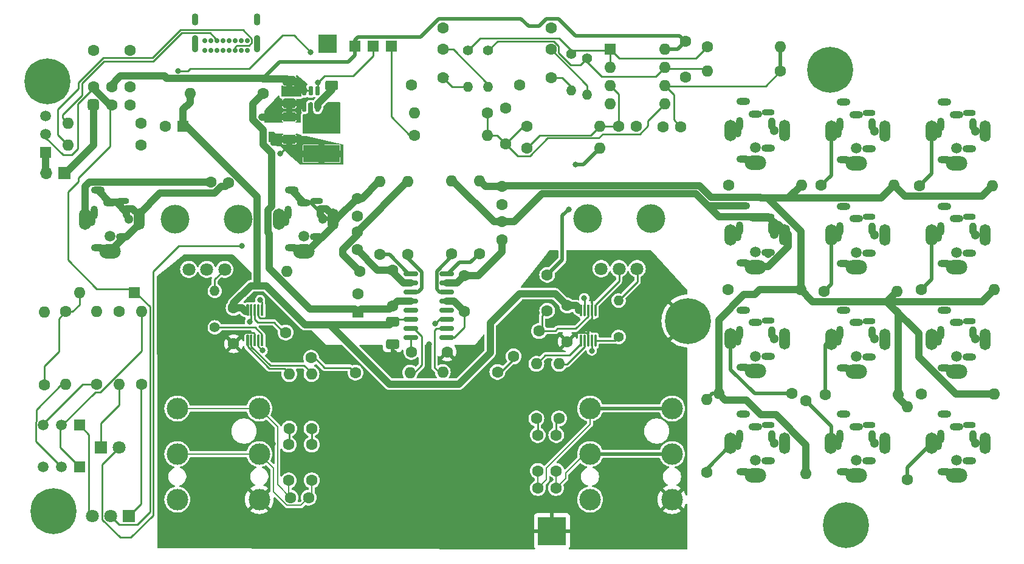
<source format=gtl>
G04 #@! TF.GenerationSoftware,KiCad,Pcbnew,8.0.1*
G04 #@! TF.CreationDate,2024-04-29T13:46:07+02:00*
G04 #@! TF.ProjectId,spider2,73706964-6572-4322-9e6b-696361645f70,rev?*
G04 #@! TF.SameCoordinates,Original*
G04 #@! TF.FileFunction,Copper,L1,Top*
G04 #@! TF.FilePolarity,Positive*
%FSLAX46Y46*%
G04 Gerber Fmt 4.6, Leading zero omitted, Abs format (unit mm)*
G04 Created by KiCad (PCBNEW 8.0.1) date 2024-04-29 13:46:07*
%MOMM*%
%LPD*%
G01*
G04 APERTURE LIST*
G04 #@! TA.AperFunction,ComponentPad*
%ADD10C,1.600000*%
G04 #@! TD*
G04 #@! TA.AperFunction,ComponentPad*
%ADD11O,1.600000X1.600000*%
G04 #@! TD*
G04 #@! TA.AperFunction,ComponentPad*
%ADD12C,0.700000*%
G04 #@! TD*
G04 #@! TA.AperFunction,ComponentPad*
%ADD13O,0.900000X2.400000*%
G04 #@! TD*
G04 #@! TA.AperFunction,ComponentPad*
%ADD14O,0.900000X1.700000*%
G04 #@! TD*
G04 #@! TA.AperFunction,ComponentPad*
%ADD15R,1.600000X1.600000*%
G04 #@! TD*
G04 #@! TA.AperFunction,ComponentPad*
%ADD16C,1.400000*%
G04 #@! TD*
G04 #@! TA.AperFunction,ComponentPad*
%ADD17O,1.400000X1.400000*%
G04 #@! TD*
G04 #@! TA.AperFunction,ComponentPad*
%ADD18R,2.500000X2.500000*%
G04 #@! TD*
G04 #@! TA.AperFunction,WasherPad*
%ADD19C,1.500000*%
G04 #@! TD*
G04 #@! TA.AperFunction,ComponentPad*
%ADD20O,1.900000X1.000000*%
G04 #@! TD*
G04 #@! TA.AperFunction,ComponentPad*
%ADD21O,1.000000X1.800000*%
G04 #@! TD*
G04 #@! TA.AperFunction,ComponentPad*
%ADD22C,1.300000*%
G04 #@! TD*
G04 #@! TA.AperFunction,ComponentPad*
%ADD23O,1.500000X3.000000*%
G04 #@! TD*
G04 #@! TA.AperFunction,ComponentPad*
%ADD24O,1.700000X3.000000*%
G04 #@! TD*
G04 #@! TA.AperFunction,ComponentPad*
%ADD25O,1.000000X1.900000*%
G04 #@! TD*
G04 #@! TA.AperFunction,ComponentPad*
%ADD26O,3.000000X2.000000*%
G04 #@! TD*
G04 #@! TA.AperFunction,ComponentPad*
%ADD27O,1.800000X0.900000*%
G04 #@! TD*
G04 #@! TA.AperFunction,ComponentPad*
%ADD28C,0.800000*%
G04 #@! TD*
G04 #@! TA.AperFunction,ComponentPad*
%ADD29C,6.400000*%
G04 #@! TD*
G04 #@! TA.AperFunction,ComponentPad*
%ADD30C,3.000000*%
G04 #@! TD*
G04 #@! TA.AperFunction,ComponentPad*
%ADD31R,1.500000X1.500000*%
G04 #@! TD*
G04 #@! TA.AperFunction,ComponentPad*
%ADD32C,1.500000*%
G04 #@! TD*
G04 #@! TA.AperFunction,WasherPad*
%ADD33C,4.000000*%
G04 #@! TD*
G04 #@! TA.AperFunction,ComponentPad*
%ADD34C,1.800000*%
G04 #@! TD*
G04 #@! TA.AperFunction,ComponentPad*
%ADD35R,1.700000X1.700000*%
G04 #@! TD*
G04 #@! TA.AperFunction,ComponentPad*
%ADD36O,1.700000X1.700000*%
G04 #@! TD*
G04 #@! TA.AperFunction,ComponentPad*
%ADD37R,1.800000X1.800000*%
G04 #@! TD*
G04 #@! TA.AperFunction,SMDPad,CuDef*
%ADD38R,5.100000X2.350000*%
G04 #@! TD*
G04 #@! TA.AperFunction,ComponentPad*
%ADD39R,4.000000X4.000000*%
G04 #@! TD*
G04 #@! TA.AperFunction,ViaPad*
%ADD40C,0.800000*%
G04 #@! TD*
G04 #@! TA.AperFunction,ViaPad*
%ADD41C,1.600000*%
G04 #@! TD*
G04 #@! TA.AperFunction,Conductor*
%ADD42C,0.250000*%
G04 #@! TD*
G04 #@! TA.AperFunction,Conductor*
%ADD43C,1.000000*%
G04 #@! TD*
G04 #@! TA.AperFunction,Conductor*
%ADD44C,0.500000*%
G04 #@! TD*
G04 #@! TA.AperFunction,Conductor*
%ADD45C,0.200000*%
G04 #@! TD*
G04 APERTURE END LIST*
D10*
X147799400Y-33323400D03*
X152879400Y-33323400D03*
G04 #@! TA.AperFunction,ComponentPad*
G36*
G01*
X147399400Y-40143400D02*
X148199400Y-40143400D01*
G75*
G02*
X148599400Y-40543400I0J-400000D01*
G01*
X148599400Y-41343400D01*
G75*
G02*
X148199400Y-41743400I-400000J0D01*
G01*
X147399400Y-41743400D01*
G75*
G02*
X146999400Y-41343400I0J400000D01*
G01*
X146999400Y-40543400D01*
G75*
G02*
X147399400Y-40143400I400000J0D01*
G01*
G37*
G04 #@! TD.AperFunction*
X150339400Y-40943400D03*
X152879400Y-40943400D03*
X147799400Y-38403400D03*
X150339400Y-38403400D03*
X152879400Y-38403400D03*
X262920000Y-52200000D03*
D11*
X273080000Y-52200000D03*
D10*
X230300000Y-32120000D03*
X230300000Y-37120000D03*
X243540000Y-36255000D03*
D11*
X233380000Y-36255000D03*
D12*
X169250000Y-33375000D03*
X168400000Y-33375000D03*
X167550000Y-33375000D03*
X166700000Y-33375000D03*
X165850000Y-33375000D03*
X165000000Y-33375000D03*
X164150000Y-33375000D03*
X163300000Y-33375000D03*
X163300000Y-32025000D03*
X164150000Y-32025000D03*
X165000000Y-32025000D03*
X165850000Y-32025000D03*
X166700000Y-32025000D03*
X167550000Y-32025000D03*
X168400000Y-32025000D03*
X169250000Y-32025000D03*
D13*
X170600000Y-32395000D03*
D14*
X170600000Y-29015000D03*
D13*
X161950000Y-32395000D03*
D14*
X161950000Y-29015000D03*
D10*
X187750000Y-61850000D03*
D11*
X187750000Y-51690000D03*
D10*
X263120000Y-81300000D03*
D11*
X273280000Y-81300000D03*
D10*
X167350000Y-69275000D03*
X167350000Y-74275000D03*
X204750000Y-52350000D03*
X204750000Y-54850000D03*
X209900000Y-72500000D03*
X206364466Y-76035534D03*
X204750000Y-59750000D03*
X204750000Y-57250000D03*
D15*
X153475000Y-67125000D03*
D11*
X145855000Y-67125000D03*
D10*
X154460000Y-46600000D03*
D11*
X144300000Y-46600000D03*
D16*
X202800000Y-33400000D03*
D17*
X202800000Y-38480000D03*
D10*
X213820000Y-68960000D03*
X213820000Y-73960000D03*
D18*
X180450000Y-32450000D03*
D19*
X240078391Y-90526253D03*
D20*
X238349112Y-92100000D03*
X241849112Y-90600000D03*
D21*
X242328391Y-87226253D03*
D22*
X242649112Y-88100000D03*
D23*
X244078391Y-88126253D03*
D24*
X236578391Y-88126253D03*
D25*
X237549112Y-88100000D03*
X237828391Y-87226253D03*
D20*
X238349112Y-84100000D03*
X240078391Y-85826253D03*
D26*
X240078391Y-92626253D03*
D27*
X241849112Y-85600000D03*
D28*
X248019532Y-36102461D03*
X248722476Y-34405405D03*
X248722476Y-37799517D03*
X250419532Y-33702461D03*
D29*
X250419532Y-36102461D03*
D28*
X250419532Y-38502461D03*
X252116588Y-34405405D03*
X252116588Y-37799517D03*
X252819532Y-36102461D03*
D10*
X174600000Y-72700000D03*
X178135534Y-76235534D03*
X199500000Y-69750000D03*
X199500000Y-64750000D03*
D16*
X216550000Y-34500000D03*
D17*
X216550000Y-39580000D03*
D10*
X196550000Y-33200000D03*
X196550000Y-30200000D03*
X192150000Y-38200000D03*
X196550000Y-37200000D03*
X178200000Y-86110000D03*
D11*
X178200000Y-78490000D03*
D10*
X212300000Y-92000000D03*
X212300000Y-87000000D03*
X175290000Y-95740000D03*
X177790000Y-95740000D03*
X205250000Y-46400000D03*
X205250000Y-41400000D03*
X191620000Y-61810000D03*
D11*
X191620000Y-51650000D03*
D10*
X261200000Y-93230000D03*
D11*
X261200000Y-83070000D03*
D10*
X249645000Y-66950000D03*
D11*
X259805000Y-66950000D03*
D30*
X217000000Y-96000000D03*
X228430000Y-89650000D03*
X217000000Y-89650000D03*
X228430000Y-96000000D03*
X228430000Y-83300000D03*
X217000000Y-83300000D03*
D10*
X184900000Y-64150000D03*
D11*
X174740000Y-64150000D03*
D30*
X159500000Y-96000000D03*
X170930000Y-89650000D03*
X159500000Y-89650000D03*
X170930000Y-96000000D03*
X170930000Y-83300000D03*
X159500000Y-83300000D03*
D10*
X148300000Y-79925000D03*
D11*
X148300000Y-69765000D03*
D10*
X249745000Y-81400000D03*
D11*
X259905000Y-81400000D03*
D10*
X209525000Y-84700000D03*
D11*
X209525000Y-77080000D03*
G04 #@! TA.AperFunction,SMDPad,CuDef*
G36*
G01*
X174450000Y-36947636D02*
X175750000Y-36947636D01*
G75*
G02*
X176000000Y-37197636I0J-250000D01*
G01*
X176000000Y-38022636D01*
G75*
G02*
X175750000Y-38272636I-250000J0D01*
G01*
X174450000Y-38272636D01*
G75*
G02*
X174200000Y-38022636I0J250000D01*
G01*
X174200000Y-37197636D01*
G75*
G02*
X174450000Y-36947636I250000J0D01*
G01*
G37*
G04 #@! TD.AperFunction*
G04 #@! TA.AperFunction,SMDPad,CuDef*
G36*
G01*
X174450000Y-40072636D02*
X175750000Y-40072636D01*
G75*
G02*
X176000000Y-40322636I0J-250000D01*
G01*
X176000000Y-41147636D01*
G75*
G02*
X175750000Y-41397636I-250000J0D01*
G01*
X174450000Y-41397636D01*
G75*
G02*
X174200000Y-41147636I0J250000D01*
G01*
X174200000Y-40322636D01*
G75*
G02*
X174450000Y-40072636I250000J0D01*
G01*
G37*
G04 #@! TD.AperFunction*
D10*
X249220000Y-52150000D03*
D11*
X259380000Y-52150000D03*
D10*
X229660000Y-44010000D03*
X227160000Y-44010000D03*
X201600000Y-61700000D03*
D11*
X201600000Y-51540000D03*
D10*
X233340000Y-32880000D03*
D11*
X243500000Y-32880000D03*
D10*
X236195000Y-66725000D03*
D11*
X246355000Y-66725000D03*
D15*
X160310000Y-43910000D03*
D10*
X157810000Y-43910000D03*
G04 #@! TA.AperFunction,SMDPad,CuDef*
G36*
G01*
X217662500Y-68795000D02*
X217837500Y-68795000D01*
G75*
G02*
X217925000Y-68882500I0J-87500D01*
G01*
X217925000Y-70332500D01*
G75*
G02*
X217837500Y-70420000I-87500J0D01*
G01*
X217662500Y-70420000D01*
G75*
G02*
X217575000Y-70332500I0J87500D01*
G01*
X217575000Y-68882500D01*
G75*
G02*
X217662500Y-68795000I87500J0D01*
G01*
G37*
G04 #@! TD.AperFunction*
G04 #@! TA.AperFunction,SMDPad,CuDef*
G36*
G01*
X217162500Y-68795000D02*
X217337500Y-68795000D01*
G75*
G02*
X217425000Y-68882500I0J-87500D01*
G01*
X217425000Y-70332500D01*
G75*
G02*
X217337500Y-70420000I-87500J0D01*
G01*
X217162500Y-70420000D01*
G75*
G02*
X217075000Y-70332500I0J87500D01*
G01*
X217075000Y-68882500D01*
G75*
G02*
X217162500Y-68795000I87500J0D01*
G01*
G37*
G04 #@! TD.AperFunction*
G04 #@! TA.AperFunction,SMDPad,CuDef*
G36*
G01*
X216662500Y-68795000D02*
X216837500Y-68795000D01*
G75*
G02*
X216925000Y-68882500I0J-87500D01*
G01*
X216925000Y-70332500D01*
G75*
G02*
X216837500Y-70420000I-87500J0D01*
G01*
X216662500Y-70420000D01*
G75*
G02*
X216575000Y-70332500I0J87500D01*
G01*
X216575000Y-68882500D01*
G75*
G02*
X216662500Y-68795000I87500J0D01*
G01*
G37*
G04 #@! TD.AperFunction*
G04 #@! TA.AperFunction,SMDPad,CuDef*
G36*
G01*
X216162500Y-68795000D02*
X216337500Y-68795000D01*
G75*
G02*
X216425000Y-68882500I0J-87500D01*
G01*
X216425000Y-70332500D01*
G75*
G02*
X216337500Y-70420000I-87500J0D01*
G01*
X216162500Y-70420000D01*
G75*
G02*
X216075000Y-70332500I0J87500D01*
G01*
X216075000Y-68882500D01*
G75*
G02*
X216162500Y-68795000I87500J0D01*
G01*
G37*
G04 #@! TD.AperFunction*
G04 #@! TA.AperFunction,SMDPad,CuDef*
G36*
G01*
X215662500Y-68795000D02*
X215837500Y-68795000D01*
G75*
G02*
X215925000Y-68882500I0J-87500D01*
G01*
X215925000Y-70332500D01*
G75*
G02*
X215837500Y-70420000I-87500J0D01*
G01*
X215662500Y-70420000D01*
G75*
G02*
X215575000Y-70332500I0J87500D01*
G01*
X215575000Y-68882500D01*
G75*
G02*
X215662500Y-68795000I87500J0D01*
G01*
G37*
G04 #@! TD.AperFunction*
G04 #@! TA.AperFunction,SMDPad,CuDef*
G36*
G01*
X215662500Y-73020000D02*
X215837500Y-73020000D01*
G75*
G02*
X215925000Y-73107500I0J-87500D01*
G01*
X215925000Y-74557500D01*
G75*
G02*
X215837500Y-74645000I-87500J0D01*
G01*
X215662500Y-74645000D01*
G75*
G02*
X215575000Y-74557500I0J87500D01*
G01*
X215575000Y-73107500D01*
G75*
G02*
X215662500Y-73020000I87500J0D01*
G01*
G37*
G04 #@! TD.AperFunction*
G04 #@! TA.AperFunction,SMDPad,CuDef*
G36*
G01*
X216162500Y-73020000D02*
X216337500Y-73020000D01*
G75*
G02*
X216425000Y-73107500I0J-87500D01*
G01*
X216425000Y-74557500D01*
G75*
G02*
X216337500Y-74645000I-87500J0D01*
G01*
X216162500Y-74645000D01*
G75*
G02*
X216075000Y-74557500I0J87500D01*
G01*
X216075000Y-73107500D01*
G75*
G02*
X216162500Y-73020000I87500J0D01*
G01*
G37*
G04 #@! TD.AperFunction*
G04 #@! TA.AperFunction,SMDPad,CuDef*
G36*
G01*
X216662500Y-73020000D02*
X216837500Y-73020000D01*
G75*
G02*
X216925000Y-73107500I0J-87500D01*
G01*
X216925000Y-74557500D01*
G75*
G02*
X216837500Y-74645000I-87500J0D01*
G01*
X216662500Y-74645000D01*
G75*
G02*
X216575000Y-74557500I0J87500D01*
G01*
X216575000Y-73107500D01*
G75*
G02*
X216662500Y-73020000I87500J0D01*
G01*
G37*
G04 #@! TD.AperFunction*
G04 #@! TA.AperFunction,SMDPad,CuDef*
G36*
G01*
X217162500Y-73020000D02*
X217337500Y-73020000D01*
G75*
G02*
X217425000Y-73107500I0J-87500D01*
G01*
X217425000Y-74557500D01*
G75*
G02*
X217337500Y-74645000I-87500J0D01*
G01*
X217162500Y-74645000D01*
G75*
G02*
X217075000Y-74557500I0J87500D01*
G01*
X217075000Y-73107500D01*
G75*
G02*
X217162500Y-73020000I87500J0D01*
G01*
G37*
G04 #@! TD.AperFunction*
G04 #@! TA.AperFunction,SMDPad,CuDef*
G36*
G01*
X217662500Y-73020000D02*
X217837500Y-73020000D01*
G75*
G02*
X217925000Y-73107500I0J-87500D01*
G01*
X217925000Y-74557500D01*
G75*
G02*
X217837500Y-74645000I-87500J0D01*
G01*
X217662500Y-74645000D01*
G75*
G02*
X217575000Y-74557500I0J87500D01*
G01*
X217575000Y-73107500D01*
G75*
G02*
X217662500Y-73020000I87500J0D01*
G01*
G37*
G04 #@! TD.AperFunction*
X197100000Y-75400000D03*
X192100000Y-75400000D03*
X143980000Y-69810000D03*
D11*
X143980000Y-79970000D03*
D10*
X247100000Y-82250000D03*
D11*
X247100000Y-92410000D03*
D19*
X240079279Y-61459586D03*
D20*
X238350000Y-63033333D03*
X241850000Y-61533333D03*
D21*
X242329279Y-58159586D03*
D22*
X242650000Y-59033333D03*
D23*
X244079279Y-59059586D03*
D24*
X236579279Y-59059586D03*
D25*
X237550000Y-59033333D03*
X237829279Y-58159586D03*
D20*
X238350000Y-55033333D03*
X240079279Y-56759586D03*
D26*
X240079279Y-63559586D03*
D27*
X241850000Y-56533333D03*
D31*
X145860000Y-85630000D03*
D32*
X143320000Y-85630000D03*
X140780000Y-85630000D03*
D16*
X164720000Y-71990000D03*
D17*
X164720000Y-66910000D03*
D10*
X175020000Y-93340000D03*
X175020000Y-88340000D03*
X208170000Y-43950000D03*
D11*
X218330000Y-43950000D03*
D19*
X240079279Y-75992919D03*
D20*
X238350000Y-77566666D03*
X241850000Y-76066666D03*
D21*
X242329279Y-72692919D03*
D22*
X242650000Y-73566666D03*
D23*
X244079279Y-73592919D03*
D24*
X236579279Y-73592919D03*
D25*
X237550000Y-73566666D03*
X237829279Y-72692919D03*
D20*
X238350000Y-69566666D03*
X240079279Y-71292919D03*
D26*
X240079279Y-78092919D03*
D27*
X241850000Y-71066666D03*
D19*
X177153344Y-59294502D03*
D20*
X175424065Y-60868249D03*
X178924065Y-59368249D03*
D21*
X179403344Y-55994502D03*
D22*
X179724065Y-56868249D03*
D23*
X181153344Y-56894502D03*
D24*
X173653344Y-56894502D03*
D25*
X174624065Y-56868249D03*
X174903344Y-55994502D03*
D20*
X175424065Y-52868249D03*
X177153344Y-54594502D03*
D26*
X177153344Y-61394502D03*
D27*
X178924065Y-54368249D03*
D28*
X228260142Y-71088261D03*
X228963086Y-69391205D03*
X228963086Y-72785317D03*
X230660142Y-68688261D03*
D29*
X230660142Y-71088261D03*
D28*
X230660142Y-73488261D03*
X232357198Y-69391205D03*
X232357198Y-72785317D03*
X233060142Y-71088261D03*
D10*
X154460000Y-43540000D03*
D11*
X144300000Y-43540000D03*
G04 #@! TA.AperFunction,SMDPad,CuDef*
G36*
X172250000Y-44675000D02*
G01*
X172750000Y-44675000D01*
X172750000Y-44680089D01*
X172821157Y-44680089D01*
X172957708Y-44720184D01*
X173077430Y-44797125D01*
X173170627Y-44904680D01*
X173229746Y-45034134D01*
X173250000Y-45175000D01*
X173250000Y-45675000D01*
X173229746Y-45815866D01*
X173170627Y-45945320D01*
X173077430Y-46052875D01*
X172957708Y-46129816D01*
X172821157Y-46169911D01*
X172750000Y-46169911D01*
X172750000Y-46175000D01*
X172250000Y-46175000D01*
X172250000Y-44675000D01*
G37*
G04 #@! TD.AperFunction*
G04 #@! TA.AperFunction,SMDPad,CuDef*
G36*
X171450000Y-46169911D02*
G01*
X171378843Y-46169911D01*
X171242292Y-46129816D01*
X171122570Y-46052875D01*
X171029373Y-45945320D01*
X170970254Y-45815866D01*
X170950000Y-45675000D01*
X170950000Y-45175000D01*
X170970254Y-45034134D01*
X171029373Y-44904680D01*
X171122570Y-44797125D01*
X171242292Y-44720184D01*
X171378843Y-44680089D01*
X171450000Y-44680089D01*
X171450000Y-44675000D01*
X171950000Y-44675000D01*
X171950000Y-46175000D01*
X171450000Y-46175000D01*
X171450000Y-46169911D01*
G37*
G04 #@! TD.AperFunction*
D19*
X268079279Y-47026253D03*
D20*
X266350000Y-48600000D03*
X269850000Y-47100000D03*
D21*
X270329279Y-43726253D03*
D22*
X270650000Y-44600000D03*
D23*
X272079279Y-44626253D03*
D24*
X264579279Y-44626253D03*
D25*
X265550000Y-44600000D03*
X265829279Y-43726253D03*
D20*
X266350000Y-40600000D03*
X268079279Y-42326253D03*
D26*
X268079279Y-49126253D03*
D27*
X269850000Y-42100000D03*
D10*
X184550000Y-56500000D03*
X184550000Y-54000000D03*
D31*
X184221000Y-32750000D03*
D33*
X159200000Y-56900000D03*
X168000000Y-56900000D03*
D34*
X166100000Y-63900000D03*
X163600000Y-63900000D03*
X161100000Y-63900000D03*
D10*
X189500000Y-69000000D03*
X189500000Y-64000000D03*
D31*
X186761000Y-32750000D03*
X189301000Y-32750000D03*
D10*
X171450000Y-39350000D03*
D11*
X161290000Y-39350000D03*
D31*
X145860000Y-91470000D03*
D32*
X143320000Y-91470000D03*
X140780000Y-91470000D03*
D10*
X151400000Y-69775000D03*
D11*
X151400000Y-79935000D03*
D10*
X175100000Y-86110000D03*
D11*
X175100000Y-78490000D03*
D19*
X268079279Y-76026253D03*
D20*
X266350000Y-77600000D03*
X269850000Y-76100000D03*
D21*
X270329279Y-72726253D03*
D22*
X270650000Y-73600000D03*
D23*
X272079279Y-73626253D03*
D24*
X264579279Y-73626253D03*
D25*
X265550000Y-73600000D03*
X265829279Y-72726253D03*
D20*
X266350000Y-69600000D03*
X268079279Y-71326253D03*
D26*
X268079279Y-78126253D03*
D27*
X269850000Y-71100000D03*
D35*
X143750000Y-50450000D03*
D36*
X141210000Y-50450000D03*
D28*
X250250000Y-99550000D03*
X250952944Y-97852944D03*
X250952944Y-101247056D03*
X252650000Y-97150000D03*
D29*
X252650000Y-99550000D03*
D28*
X252650000Y-101950000D03*
X254347056Y-97852944D03*
X254347056Y-101247056D03*
X255050000Y-99550000D03*
D10*
X236270000Y-52150000D03*
D11*
X246430000Y-52150000D03*
D16*
X214400000Y-33900000D03*
D17*
X214400000Y-38980000D03*
D10*
X211550000Y-33200000D03*
X211550000Y-30200000D03*
X207150000Y-38200000D03*
X211550000Y-37200000D03*
D19*
X268079279Y-61526253D03*
D20*
X266350000Y-63100000D03*
X269850000Y-61600000D03*
D21*
X270329279Y-58226253D03*
D22*
X270650000Y-59100000D03*
D23*
X272079279Y-59126253D03*
D24*
X264579279Y-59126253D03*
D25*
X265550000Y-59100000D03*
X265829279Y-58226253D03*
D20*
X266350000Y-55100000D03*
X268079279Y-56826253D03*
D26*
X268079279Y-63626253D03*
D27*
X269850000Y-56600000D03*
D19*
X240079279Y-46926253D03*
D20*
X238350000Y-48500000D03*
X241850000Y-47000000D03*
D21*
X242329279Y-43626253D03*
D22*
X242650000Y-44500000D03*
D23*
X244079279Y-44526253D03*
D24*
X236579279Y-44526253D03*
D25*
X237550000Y-44500000D03*
X237829279Y-43626253D03*
D20*
X238350000Y-40500000D03*
X240079279Y-42226253D03*
D26*
X240079279Y-49026253D03*
D27*
X241850000Y-42000000D03*
D15*
X219810000Y-33230000D03*
D11*
X219810000Y-35770000D03*
X219810000Y-38310000D03*
X219810000Y-40850000D03*
X227430000Y-40850000D03*
X227430000Y-38310000D03*
X227430000Y-35770000D03*
X227430000Y-33230000D03*
D10*
X263120000Y-66750000D03*
D11*
X273280000Y-66750000D03*
D10*
X233260000Y-92180000D03*
D11*
X233260000Y-82020000D03*
D10*
X192500000Y-45230000D03*
D11*
X202660000Y-45230000D03*
D19*
X254079279Y-61526253D03*
D20*
X252350000Y-63100000D03*
X255850000Y-61600000D03*
D21*
X256329279Y-58226253D03*
D22*
X256650000Y-59100000D03*
D23*
X258079279Y-59126253D03*
D24*
X250579279Y-59126253D03*
D25*
X251550000Y-59100000D03*
X251829279Y-58226253D03*
D20*
X252350000Y-55100000D03*
X254079279Y-56826253D03*
D26*
X254079279Y-63626253D03*
D27*
X255850000Y-56600000D03*
D19*
X254079279Y-76026253D03*
D20*
X252350000Y-77600000D03*
X255850000Y-76100000D03*
D21*
X256329279Y-72726253D03*
D22*
X256650000Y-73600000D03*
D23*
X258079279Y-73626253D03*
D24*
X250579279Y-73626253D03*
D25*
X251550000Y-73600000D03*
X251829279Y-72726253D03*
D20*
X252350000Y-69600000D03*
X254079279Y-71326253D03*
D26*
X254079279Y-78126253D03*
D27*
X255850000Y-71100000D03*
D19*
X254079279Y-47026253D03*
D20*
X252350000Y-48600000D03*
X255850000Y-47100000D03*
D21*
X256329279Y-43726253D03*
D22*
X256650000Y-44600000D03*
D23*
X258079279Y-44626253D03*
D24*
X250579279Y-44626253D03*
D25*
X251550000Y-44600000D03*
X251829279Y-43726253D03*
D20*
X252350000Y-40600000D03*
X254079279Y-42326253D03*
D26*
X254079279Y-49126253D03*
D27*
X255850000Y-42100000D03*
D10*
X212675000Y-84675000D03*
D11*
X212675000Y-77055000D03*
D10*
X223480000Y-43970000D03*
X220980000Y-43970000D03*
X184550000Y-58650000D03*
X184550000Y-61150000D03*
X211030000Y-64660000D03*
X211030000Y-69660000D03*
D19*
X150144477Y-59295965D03*
D20*
X148415198Y-60869712D03*
X151915198Y-59369712D03*
D21*
X152394477Y-55995965D03*
D22*
X152715198Y-56869712D03*
D23*
X154144477Y-56895965D03*
D24*
X146644477Y-56895965D03*
D25*
X147615198Y-56869712D03*
X147894477Y-55995965D03*
D20*
X148415198Y-52869712D03*
X150144477Y-54595965D03*
D26*
X150144477Y-61395965D03*
D27*
X151915198Y-54369712D03*
D19*
X254078391Y-90526253D03*
D20*
X252349112Y-92100000D03*
X255849112Y-90600000D03*
D21*
X256328391Y-87226253D03*
D22*
X256649112Y-88100000D03*
D23*
X258078391Y-88126253D03*
D24*
X250578391Y-88126253D03*
D25*
X251549112Y-88100000D03*
X251828391Y-87226253D03*
D20*
X252349112Y-84100000D03*
X254078391Y-85826253D03*
D26*
X254078391Y-92626253D03*
D27*
X255849112Y-85600000D03*
D19*
X268079279Y-90526253D03*
D20*
X266350000Y-92100000D03*
X269850000Y-90600000D03*
D21*
X270329279Y-87226253D03*
D22*
X270650000Y-88100000D03*
D23*
X272079279Y-88126253D03*
D24*
X264579279Y-88126253D03*
D25*
X265550000Y-88100000D03*
X265829279Y-87226253D03*
D20*
X266350000Y-84100000D03*
X268079279Y-85826253D03*
D26*
X268079279Y-92626253D03*
D27*
X269850000Y-85600000D03*
D10*
X178230000Y-93320000D03*
X178230000Y-88320000D03*
G04 #@! TA.AperFunction,SMDPad,CuDef*
G36*
G01*
X181650000Y-42025000D02*
X180350000Y-42025000D01*
G75*
G02*
X180100000Y-41775000I0J250000D01*
G01*
X180100000Y-40950000D01*
G75*
G02*
X180350000Y-40700000I250000J0D01*
G01*
X181650000Y-40700000D01*
G75*
G02*
X181900000Y-40950000I0J-250000D01*
G01*
X181900000Y-41775000D01*
G75*
G02*
X181650000Y-42025000I-250000J0D01*
G01*
G37*
G04 #@! TD.AperFunction*
G04 #@! TA.AperFunction,SMDPad,CuDef*
G36*
G01*
X181650000Y-38900000D02*
X180350000Y-38900000D01*
G75*
G02*
X180100000Y-38650000I0J250000D01*
G01*
X180100000Y-37825000D01*
G75*
G02*
X180350000Y-37575000I250000J0D01*
G01*
X181650000Y-37575000D01*
G75*
G02*
X181900000Y-37825000I0J-250000D01*
G01*
X181900000Y-38650000D01*
G75*
G02*
X181650000Y-38900000I-250000J0D01*
G01*
G37*
G04 #@! TD.AperFunction*
X154500000Y-79925000D03*
D11*
X154500000Y-69765000D03*
D10*
X184300000Y-78300000D03*
D11*
X191920000Y-78300000D03*
D10*
X204100000Y-78200000D03*
D11*
X196480000Y-78200000D03*
G04 #@! TA.AperFunction,SMDPad,CuDef*
G36*
G01*
X174449222Y-41975000D02*
X175749222Y-41975000D01*
G75*
G02*
X175999222Y-42225000I0J-250000D01*
G01*
X175999222Y-43050000D01*
G75*
G02*
X175749222Y-43300000I-250000J0D01*
G01*
X174449222Y-43300000D01*
G75*
G02*
X174199222Y-43050000I0J250000D01*
G01*
X174199222Y-42225000D01*
G75*
G02*
X174449222Y-41975000I250000J0D01*
G01*
G37*
G04 #@! TD.AperFunction*
G04 #@! TA.AperFunction,SMDPad,CuDef*
G36*
G01*
X174449222Y-45100000D02*
X175749222Y-45100000D01*
G75*
G02*
X175999222Y-45350000I0J-250000D01*
G01*
X175999222Y-46175000D01*
G75*
G02*
X175749222Y-46425000I-250000J0D01*
G01*
X174449222Y-46425000D01*
G75*
G02*
X174199222Y-46175000I0J250000D01*
G01*
X174199222Y-45350000D01*
G75*
G02*
X174449222Y-45100000I250000J0D01*
G01*
G37*
G04 #@! TD.AperFunction*
D37*
X148875000Y-88725000D03*
D34*
X151415000Y-88725000D03*
D16*
X200000000Y-33400000D03*
D17*
X200000000Y-38480000D03*
G04 #@! TA.AperFunction,SMDPad,CuDef*
G36*
G01*
X191050000Y-64670000D02*
X191050000Y-64370000D01*
G75*
G02*
X191200000Y-64220000I150000J0D01*
G01*
X192900000Y-64220000D01*
G75*
G02*
X193050000Y-64370000I0J-150000D01*
G01*
X193050000Y-64670000D01*
G75*
G02*
X192900000Y-64820000I-150000J0D01*
G01*
X191200000Y-64820000D01*
G75*
G02*
X191050000Y-64670000I0J150000D01*
G01*
G37*
G04 #@! TD.AperFunction*
G04 #@! TA.AperFunction,SMDPad,CuDef*
G36*
G01*
X191050000Y-65940000D02*
X191050000Y-65640000D01*
G75*
G02*
X191200000Y-65490000I150000J0D01*
G01*
X192900000Y-65490000D01*
G75*
G02*
X193050000Y-65640000I0J-150000D01*
G01*
X193050000Y-65940000D01*
G75*
G02*
X192900000Y-66090000I-150000J0D01*
G01*
X191200000Y-66090000D01*
G75*
G02*
X191050000Y-65940000I0J150000D01*
G01*
G37*
G04 #@! TD.AperFunction*
G04 #@! TA.AperFunction,SMDPad,CuDef*
G36*
G01*
X191050000Y-67210000D02*
X191050000Y-66910000D01*
G75*
G02*
X191200000Y-66760000I150000J0D01*
G01*
X192900000Y-66760000D01*
G75*
G02*
X193050000Y-66910000I0J-150000D01*
G01*
X193050000Y-67210000D01*
G75*
G02*
X192900000Y-67360000I-150000J0D01*
G01*
X191200000Y-67360000D01*
G75*
G02*
X191050000Y-67210000I0J150000D01*
G01*
G37*
G04 #@! TD.AperFunction*
G04 #@! TA.AperFunction,SMDPad,CuDef*
G36*
G01*
X191050000Y-68480000D02*
X191050000Y-68180000D01*
G75*
G02*
X191200000Y-68030000I150000J0D01*
G01*
X192900000Y-68030000D01*
G75*
G02*
X193050000Y-68180000I0J-150000D01*
G01*
X193050000Y-68480000D01*
G75*
G02*
X192900000Y-68630000I-150000J0D01*
G01*
X191200000Y-68630000D01*
G75*
G02*
X191050000Y-68480000I0J150000D01*
G01*
G37*
G04 #@! TD.AperFunction*
G04 #@! TA.AperFunction,SMDPad,CuDef*
G36*
G01*
X191050000Y-69750000D02*
X191050000Y-69450000D01*
G75*
G02*
X191200000Y-69300000I150000J0D01*
G01*
X192900000Y-69300000D01*
G75*
G02*
X193050000Y-69450000I0J-150000D01*
G01*
X193050000Y-69750000D01*
G75*
G02*
X192900000Y-69900000I-150000J0D01*
G01*
X191200000Y-69900000D01*
G75*
G02*
X191050000Y-69750000I0J150000D01*
G01*
G37*
G04 #@! TD.AperFunction*
G04 #@! TA.AperFunction,SMDPad,CuDef*
G36*
G01*
X191050000Y-71020000D02*
X191050000Y-70720000D01*
G75*
G02*
X191200000Y-70570000I150000J0D01*
G01*
X192900000Y-70570000D01*
G75*
G02*
X193050000Y-70720000I0J-150000D01*
G01*
X193050000Y-71020000D01*
G75*
G02*
X192900000Y-71170000I-150000J0D01*
G01*
X191200000Y-71170000D01*
G75*
G02*
X191050000Y-71020000I0J150000D01*
G01*
G37*
G04 #@! TD.AperFunction*
G04 #@! TA.AperFunction,SMDPad,CuDef*
G36*
G01*
X191050000Y-72290000D02*
X191050000Y-71990000D01*
G75*
G02*
X191200000Y-71840000I150000J0D01*
G01*
X192900000Y-71840000D01*
G75*
G02*
X193050000Y-71990000I0J-150000D01*
G01*
X193050000Y-72290000D01*
G75*
G02*
X192900000Y-72440000I-150000J0D01*
G01*
X191200000Y-72440000D01*
G75*
G02*
X191050000Y-72290000I0J150000D01*
G01*
G37*
G04 #@! TD.AperFunction*
G04 #@! TA.AperFunction,SMDPad,CuDef*
G36*
G01*
X191050000Y-73560000D02*
X191050000Y-73260000D01*
G75*
G02*
X191200000Y-73110000I150000J0D01*
G01*
X192900000Y-73110000D01*
G75*
G02*
X193050000Y-73260000I0J-150000D01*
G01*
X193050000Y-73560000D01*
G75*
G02*
X192900000Y-73710000I-150000J0D01*
G01*
X191200000Y-73710000D01*
G75*
G02*
X191050000Y-73560000I0J150000D01*
G01*
G37*
G04 #@! TD.AperFunction*
G04 #@! TA.AperFunction,SMDPad,CuDef*
G36*
G01*
X196050000Y-73560000D02*
X196050000Y-73260000D01*
G75*
G02*
X196200000Y-73110000I150000J0D01*
G01*
X197900000Y-73110000D01*
G75*
G02*
X198050000Y-73260000I0J-150000D01*
G01*
X198050000Y-73560000D01*
G75*
G02*
X197900000Y-73710000I-150000J0D01*
G01*
X196200000Y-73710000D01*
G75*
G02*
X196050000Y-73560000I0J150000D01*
G01*
G37*
G04 #@! TD.AperFunction*
G04 #@! TA.AperFunction,SMDPad,CuDef*
G36*
G01*
X196050000Y-72290000D02*
X196050000Y-71990000D01*
G75*
G02*
X196200000Y-71840000I150000J0D01*
G01*
X197900000Y-71840000D01*
G75*
G02*
X198050000Y-71990000I0J-150000D01*
G01*
X198050000Y-72290000D01*
G75*
G02*
X197900000Y-72440000I-150000J0D01*
G01*
X196200000Y-72440000D01*
G75*
G02*
X196050000Y-72290000I0J150000D01*
G01*
G37*
G04 #@! TD.AperFunction*
G04 #@! TA.AperFunction,SMDPad,CuDef*
G36*
G01*
X196050000Y-71020000D02*
X196050000Y-70720000D01*
G75*
G02*
X196200000Y-70570000I150000J0D01*
G01*
X197900000Y-70570000D01*
G75*
G02*
X198050000Y-70720000I0J-150000D01*
G01*
X198050000Y-71020000D01*
G75*
G02*
X197900000Y-71170000I-150000J0D01*
G01*
X196200000Y-71170000D01*
G75*
G02*
X196050000Y-71020000I0J150000D01*
G01*
G37*
G04 #@! TD.AperFunction*
G04 #@! TA.AperFunction,SMDPad,CuDef*
G36*
G01*
X196050000Y-69750000D02*
X196050000Y-69450000D01*
G75*
G02*
X196200000Y-69300000I150000J0D01*
G01*
X197900000Y-69300000D01*
G75*
G02*
X198050000Y-69450000I0J-150000D01*
G01*
X198050000Y-69750000D01*
G75*
G02*
X197900000Y-69900000I-150000J0D01*
G01*
X196200000Y-69900000D01*
G75*
G02*
X196050000Y-69750000I0J150000D01*
G01*
G37*
G04 #@! TD.AperFunction*
G04 #@! TA.AperFunction,SMDPad,CuDef*
G36*
G01*
X196050000Y-68480000D02*
X196050000Y-68180000D01*
G75*
G02*
X196200000Y-68030000I150000J0D01*
G01*
X197900000Y-68030000D01*
G75*
G02*
X198050000Y-68180000I0J-150000D01*
G01*
X198050000Y-68480000D01*
G75*
G02*
X197900000Y-68630000I-150000J0D01*
G01*
X196200000Y-68630000D01*
G75*
G02*
X196050000Y-68480000I0J150000D01*
G01*
G37*
G04 #@! TD.AperFunction*
G04 #@! TA.AperFunction,SMDPad,CuDef*
G36*
G01*
X196050000Y-67210000D02*
X196050000Y-66910000D01*
G75*
G02*
X196200000Y-66760000I150000J0D01*
G01*
X197900000Y-66760000D01*
G75*
G02*
X198050000Y-66910000I0J-150000D01*
G01*
X198050000Y-67210000D01*
G75*
G02*
X197900000Y-67360000I-150000J0D01*
G01*
X196200000Y-67360000D01*
G75*
G02*
X196050000Y-67210000I0J150000D01*
G01*
G37*
G04 #@! TD.AperFunction*
G04 #@! TA.AperFunction,SMDPad,CuDef*
G36*
G01*
X196050000Y-65940000D02*
X196050000Y-65640000D01*
G75*
G02*
X196200000Y-65490000I150000J0D01*
G01*
X197900000Y-65490000D01*
G75*
G02*
X198050000Y-65640000I0J-150000D01*
G01*
X198050000Y-65940000D01*
G75*
G02*
X197900000Y-66090000I-150000J0D01*
G01*
X196200000Y-66090000D01*
G75*
G02*
X196050000Y-65940000I0J150000D01*
G01*
G37*
G04 #@! TD.AperFunction*
G04 #@! TA.AperFunction,SMDPad,CuDef*
G36*
G01*
X196050000Y-64670000D02*
X196050000Y-64370000D01*
G75*
G02*
X196200000Y-64220000I150000J0D01*
G01*
X197900000Y-64220000D01*
G75*
G02*
X198050000Y-64370000I0J-150000D01*
G01*
X198050000Y-64670000D01*
G75*
G02*
X197900000Y-64820000I-150000J0D01*
G01*
X196200000Y-64820000D01*
G75*
G02*
X196050000Y-64670000I0J150000D01*
G01*
G37*
G04 #@! TD.AperFunction*
D10*
X208170000Y-47000000D03*
D11*
X218330000Y-47000000D03*
D10*
X209700000Y-92000000D03*
X209700000Y-87000000D03*
D33*
X216650000Y-56800000D03*
X225450000Y-56800000D03*
D34*
X223550000Y-63800000D03*
X221050000Y-63800000D03*
X218550000Y-63800000D03*
D10*
X197735200Y-61700000D03*
D11*
X197735200Y-51540000D03*
D16*
X220990000Y-73320000D03*
D17*
X220990000Y-68240000D03*
G04 #@! TA.AperFunction,SMDPad,CuDef*
G36*
G01*
X178900000Y-38320100D02*
X179200000Y-38320100D01*
G75*
G02*
X179350000Y-38470100I0J-150000D01*
G01*
X179350000Y-39495100D01*
G75*
G02*
X179200000Y-39645100I-150000J0D01*
G01*
X178900000Y-39645100D01*
G75*
G02*
X178750000Y-39495100I0J150000D01*
G01*
X178750000Y-38470100D01*
G75*
G02*
X178900000Y-38320100I150000J0D01*
G01*
G37*
G04 #@! TD.AperFunction*
G04 #@! TA.AperFunction,SMDPad,CuDef*
G36*
G01*
X177950000Y-38320100D02*
X178250000Y-38320100D01*
G75*
G02*
X178400000Y-38470100I0J-150000D01*
G01*
X178400000Y-39495100D01*
G75*
G02*
X178250000Y-39645100I-150000J0D01*
G01*
X177950000Y-39645100D01*
G75*
G02*
X177800000Y-39495100I0J150000D01*
G01*
X177800000Y-38470100D01*
G75*
G02*
X177950000Y-38320100I150000J0D01*
G01*
G37*
G04 #@! TD.AperFunction*
G04 #@! TA.AperFunction,SMDPad,CuDef*
G36*
G01*
X177000000Y-38320100D02*
X177300000Y-38320100D01*
G75*
G02*
X177450000Y-38470100I0J-150000D01*
G01*
X177450000Y-39495100D01*
G75*
G02*
X177300000Y-39645100I-150000J0D01*
G01*
X177000000Y-39645100D01*
G75*
G02*
X176850000Y-39495100I0J150000D01*
G01*
X176850000Y-38470100D01*
G75*
G02*
X177000000Y-38320100I150000J0D01*
G01*
G37*
G04 #@! TD.AperFunction*
G04 #@! TA.AperFunction,SMDPad,CuDef*
G36*
G01*
X177000000Y-40595100D02*
X177300000Y-40595100D01*
G75*
G02*
X177450000Y-40745100I0J-150000D01*
G01*
X177450000Y-41770100D01*
G75*
G02*
X177300000Y-41920100I-150000J0D01*
G01*
X177000000Y-41920100D01*
G75*
G02*
X176850000Y-41770100I0J150000D01*
G01*
X176850000Y-40745100D01*
G75*
G02*
X177000000Y-40595100I150000J0D01*
G01*
G37*
G04 #@! TD.AperFunction*
G04 #@! TA.AperFunction,SMDPad,CuDef*
G36*
G01*
X177950000Y-40595100D02*
X178250000Y-40595100D01*
G75*
G02*
X178400000Y-40745100I0J-150000D01*
G01*
X178400000Y-41770100D01*
G75*
G02*
X178250000Y-41920100I-150000J0D01*
G01*
X177950000Y-41920100D01*
G75*
G02*
X177800000Y-41770100I0J150000D01*
G01*
X177800000Y-40745100D01*
G75*
G02*
X177950000Y-40595100I150000J0D01*
G01*
G37*
G04 #@! TD.AperFunction*
G04 #@! TA.AperFunction,SMDPad,CuDef*
G36*
G01*
X178900000Y-40595100D02*
X179200000Y-40595100D01*
G75*
G02*
X179350000Y-40745100I0J-150000D01*
G01*
X179350000Y-41770100D01*
G75*
G02*
X179200000Y-41920100I-150000J0D01*
G01*
X178900000Y-41920100D01*
G75*
G02*
X178750000Y-41770100I0J150000D01*
G01*
X178750000Y-40745100D01*
G75*
G02*
X178900000Y-40595100I150000J0D01*
G01*
G37*
G04 #@! TD.AperFunction*
D10*
X245080000Y-81225000D03*
D11*
X234920000Y-81225000D03*
D38*
X179600000Y-43625000D03*
X179600000Y-47775000D03*
D37*
X152742934Y-98294059D03*
D34*
X150202934Y-98294059D03*
X147662934Y-98294059D03*
D28*
X139840000Y-97590000D03*
X140542944Y-95892944D03*
X140542944Y-99287056D03*
X142240000Y-95190000D03*
D29*
X142240000Y-97590000D03*
D28*
X142240000Y-99990000D03*
X143937056Y-95892944D03*
X143937056Y-99287056D03*
X144640000Y-97590000D03*
D10*
X202700000Y-42100000D03*
D11*
X192540000Y-42100000D03*
D10*
X140970000Y-79980000D03*
D11*
X140970000Y-69820000D03*
D10*
X209750000Y-94400000D03*
X212250000Y-94400000D03*
D15*
X184650000Y-69850000D03*
D10*
X184650000Y-67350000D03*
D28*
X138994600Y-37691600D03*
X139697544Y-35994544D03*
X139697544Y-39388656D03*
X141394600Y-35291600D03*
D29*
X141394600Y-37691600D03*
D28*
X141394600Y-40091600D03*
X143091656Y-35994544D03*
X143091656Y-39388656D03*
X143794600Y-37691600D03*
G04 #@! TA.AperFunction,SMDPad,CuDef*
G36*
G01*
X171212500Y-68775000D02*
X171387500Y-68775000D01*
G75*
G02*
X171475000Y-68862500I0J-87500D01*
G01*
X171475000Y-70312500D01*
G75*
G02*
X171387500Y-70400000I-87500J0D01*
G01*
X171212500Y-70400000D01*
G75*
G02*
X171125000Y-70312500I0J87500D01*
G01*
X171125000Y-68862500D01*
G75*
G02*
X171212500Y-68775000I87500J0D01*
G01*
G37*
G04 #@! TD.AperFunction*
G04 #@! TA.AperFunction,SMDPad,CuDef*
G36*
G01*
X170712500Y-68775000D02*
X170887500Y-68775000D01*
G75*
G02*
X170975000Y-68862500I0J-87500D01*
G01*
X170975000Y-70312500D01*
G75*
G02*
X170887500Y-70400000I-87500J0D01*
G01*
X170712500Y-70400000D01*
G75*
G02*
X170625000Y-70312500I0J87500D01*
G01*
X170625000Y-68862500D01*
G75*
G02*
X170712500Y-68775000I87500J0D01*
G01*
G37*
G04 #@! TD.AperFunction*
G04 #@! TA.AperFunction,SMDPad,CuDef*
G36*
G01*
X170212500Y-68775000D02*
X170387500Y-68775000D01*
G75*
G02*
X170475000Y-68862500I0J-87500D01*
G01*
X170475000Y-70312500D01*
G75*
G02*
X170387500Y-70400000I-87500J0D01*
G01*
X170212500Y-70400000D01*
G75*
G02*
X170125000Y-70312500I0J87500D01*
G01*
X170125000Y-68862500D01*
G75*
G02*
X170212500Y-68775000I87500J0D01*
G01*
G37*
G04 #@! TD.AperFunction*
G04 #@! TA.AperFunction,SMDPad,CuDef*
G36*
G01*
X169712500Y-68775000D02*
X169887500Y-68775000D01*
G75*
G02*
X169975000Y-68862500I0J-87500D01*
G01*
X169975000Y-70312500D01*
G75*
G02*
X169887500Y-70400000I-87500J0D01*
G01*
X169712500Y-70400000D01*
G75*
G02*
X169625000Y-70312500I0J87500D01*
G01*
X169625000Y-68862500D01*
G75*
G02*
X169712500Y-68775000I87500J0D01*
G01*
G37*
G04 #@! TD.AperFunction*
G04 #@! TA.AperFunction,SMDPad,CuDef*
G36*
G01*
X169212500Y-68775000D02*
X169387500Y-68775000D01*
G75*
G02*
X169475000Y-68862500I0J-87500D01*
G01*
X169475000Y-70312500D01*
G75*
G02*
X169387500Y-70400000I-87500J0D01*
G01*
X169212500Y-70400000D01*
G75*
G02*
X169125000Y-70312500I0J87500D01*
G01*
X169125000Y-68862500D01*
G75*
G02*
X169212500Y-68775000I87500J0D01*
G01*
G37*
G04 #@! TD.AperFunction*
G04 #@! TA.AperFunction,SMDPad,CuDef*
G36*
G01*
X169212500Y-73000000D02*
X169387500Y-73000000D01*
G75*
G02*
X169475000Y-73087500I0J-87500D01*
G01*
X169475000Y-74537500D01*
G75*
G02*
X169387500Y-74625000I-87500J0D01*
G01*
X169212500Y-74625000D01*
G75*
G02*
X169125000Y-74537500I0J87500D01*
G01*
X169125000Y-73087500D01*
G75*
G02*
X169212500Y-73000000I87500J0D01*
G01*
G37*
G04 #@! TD.AperFunction*
G04 #@! TA.AperFunction,SMDPad,CuDef*
G36*
G01*
X169712500Y-73000000D02*
X169887500Y-73000000D01*
G75*
G02*
X169975000Y-73087500I0J-87500D01*
G01*
X169975000Y-74537500D01*
G75*
G02*
X169887500Y-74625000I-87500J0D01*
G01*
X169712500Y-74625000D01*
G75*
G02*
X169625000Y-74537500I0J87500D01*
G01*
X169625000Y-73087500D01*
G75*
G02*
X169712500Y-73000000I87500J0D01*
G01*
G37*
G04 #@! TD.AperFunction*
G04 #@! TA.AperFunction,SMDPad,CuDef*
G36*
G01*
X170212500Y-73000000D02*
X170387500Y-73000000D01*
G75*
G02*
X170475000Y-73087500I0J-87500D01*
G01*
X170475000Y-74537500D01*
G75*
G02*
X170387500Y-74625000I-87500J0D01*
G01*
X170212500Y-74625000D01*
G75*
G02*
X170125000Y-74537500I0J87500D01*
G01*
X170125000Y-73087500D01*
G75*
G02*
X170212500Y-73000000I87500J0D01*
G01*
G37*
G04 #@! TD.AperFunction*
G04 #@! TA.AperFunction,SMDPad,CuDef*
G36*
G01*
X170712500Y-73000000D02*
X170887500Y-73000000D01*
G75*
G02*
X170975000Y-73087500I0J-87500D01*
G01*
X170975000Y-74537500D01*
G75*
G02*
X170887500Y-74625000I-87500J0D01*
G01*
X170712500Y-74625000D01*
G75*
G02*
X170625000Y-74537500I0J87500D01*
G01*
X170625000Y-73087500D01*
G75*
G02*
X170712500Y-73000000I87500J0D01*
G01*
G37*
G04 #@! TD.AperFunction*
G04 #@! TA.AperFunction,SMDPad,CuDef*
G36*
G01*
X171212500Y-73000000D02*
X171387500Y-73000000D01*
G75*
G02*
X171475000Y-73087500I0J-87500D01*
G01*
X171475000Y-74537500D01*
G75*
G02*
X171387500Y-74625000I-87500J0D01*
G01*
X171212500Y-74625000D01*
G75*
G02*
X171125000Y-74537500I0J87500D01*
G01*
X171125000Y-73087500D01*
G75*
G02*
X171212500Y-73000000I87500J0D01*
G01*
G37*
G04 #@! TD.AperFunction*
G04 #@! TA.AperFunction,SMDPad,CuDef*
G36*
G01*
X188850000Y-70525000D02*
X190150000Y-70525000D01*
G75*
G02*
X190400000Y-70775000I0J-250000D01*
G01*
X190400000Y-71600000D01*
G75*
G02*
X190150000Y-71850000I-250000J0D01*
G01*
X188850000Y-71850000D01*
G75*
G02*
X188600000Y-71600000I0J250000D01*
G01*
X188600000Y-70775000D01*
G75*
G02*
X188850000Y-70525000I250000J0D01*
G01*
G37*
G04 #@! TD.AperFunction*
G04 #@! TA.AperFunction,SMDPad,CuDef*
G36*
G01*
X188850000Y-73650000D02*
X190150000Y-73650000D01*
G75*
G02*
X190400000Y-73900000I0J-250000D01*
G01*
X190400000Y-74725000D01*
G75*
G02*
X190150000Y-74975000I-250000J0D01*
G01*
X188850000Y-74975000D01*
G75*
G02*
X188600000Y-74725000I0J250000D01*
G01*
X188600000Y-73900000D01*
G75*
G02*
X188850000Y-73650000I250000J0D01*
G01*
G37*
G04 #@! TD.AperFunction*
D31*
X141180000Y-47550000D03*
D32*
X141180000Y-45010000D03*
X141180000Y-42470000D03*
D39*
X211700000Y-100400000D03*
D40*
X176400000Y-41600000D03*
X176600000Y-94500000D03*
X208030000Y-66050000D03*
X172380000Y-72330000D03*
X172750000Y-41600000D03*
X202400000Y-78800000D03*
X194280000Y-78420000D03*
X175610000Y-76250000D03*
X219450000Y-91780000D03*
X157750000Y-65520000D03*
X189750000Y-75500000D03*
X215210000Y-70850000D03*
X215200000Y-85500000D03*
X217530000Y-71940000D03*
X161620000Y-91760000D03*
X189880000Y-78390000D03*
X194560000Y-74360000D03*
X172820000Y-88260000D03*
X168460000Y-70970000D03*
X167400000Y-88480000D03*
X213900000Y-90500000D03*
X176630000Y-87620000D03*
X195420000Y-71440000D03*
X209190000Y-68920000D03*
X173400000Y-40400000D03*
X220180000Y-74960000D03*
X176280000Y-101980000D03*
X228890000Y-86440000D03*
X224640000Y-62100000D03*
X225650000Y-91790000D03*
X171300000Y-42650000D03*
X173800000Y-41600000D03*
X183170000Y-76330000D03*
X186340000Y-74940000D03*
X186200000Y-79100000D03*
X167090000Y-84430000D03*
X166230000Y-67890000D03*
X172180000Y-68310000D03*
X215280000Y-77600000D03*
X204650000Y-74820000D03*
X211880000Y-62000000D03*
X229700000Y-101100000D03*
X198250000Y-77920000D03*
X168150000Y-64210000D03*
X223830000Y-84520000D03*
X157840000Y-101860000D03*
X224600000Y-88350000D03*
X222320000Y-65360000D03*
X169470000Y-68070000D03*
X168380000Y-91620000D03*
X167710000Y-66130000D03*
X201360000Y-74800000D03*
X216200000Y-67900000D03*
X169600000Y-71200000D03*
D41*
X166650305Y-51849695D03*
D40*
X171040000Y-68180000D03*
D41*
X164200000Y-51719712D03*
D40*
X168500000Y-60600000D03*
X172300000Y-60600000D03*
X178100000Y-33600000D03*
X159600000Y-36200000D03*
X214020000Y-55520000D03*
X214950000Y-49290000D03*
X217240000Y-75240000D03*
X171400000Y-75200000D03*
X179050000Y-37850000D03*
X173850000Y-47750000D03*
D42*
X204600000Y-78200000D02*
X206364466Y-76435534D01*
X204100000Y-78200000D02*
X204600000Y-78200000D01*
X206364466Y-76435534D02*
X206364466Y-76035534D01*
D43*
X243218384Y-57901717D02*
X243498283Y-57901717D01*
X241850000Y-56533333D02*
X243218384Y-57901717D01*
X210330000Y-53350000D02*
X231750000Y-53350000D01*
X233400000Y-55000000D02*
X233433333Y-55033333D01*
X240100000Y-63533333D02*
X241791667Y-63533333D01*
X244633219Y-60691781D02*
X244633219Y-59036279D01*
X238950000Y-56559586D02*
X239879279Y-56559586D01*
X239879279Y-56559586D02*
X240079279Y-56759586D01*
X241850000Y-61788865D02*
X241850000Y-61533333D01*
X241850000Y-56533333D02*
X238976253Y-56533333D01*
X231750000Y-53350000D02*
X233400000Y-55000000D01*
X244079279Y-58482713D02*
X243498283Y-57901717D01*
X206430000Y-57250000D02*
X210330000Y-53350000D01*
X234959586Y-56559586D02*
X238950000Y-56559586D01*
X233400000Y-55000000D02*
X234959586Y-56559586D01*
X242329279Y-58159586D02*
X243179279Y-58159586D01*
X197880000Y-51540000D02*
X197735200Y-51540000D01*
X241623747Y-56759586D02*
X241850000Y-56533333D01*
X243229899Y-57633333D02*
X242329279Y-57633333D01*
X233433333Y-55033333D02*
X238350000Y-55033333D01*
X244079279Y-59059586D02*
X244079279Y-58482713D01*
X204750000Y-57250000D02*
X206430000Y-57250000D01*
X240079279Y-56759586D02*
X241623747Y-56759586D01*
X204750000Y-57250000D02*
X203590000Y-57250000D01*
X241791667Y-63533333D02*
X244633219Y-60691781D01*
X238976253Y-56533333D02*
X238950000Y-56559586D01*
X203590000Y-57250000D02*
X197880000Y-51540000D01*
X243179279Y-58159586D02*
X244079279Y-59059586D01*
X243498283Y-57901717D02*
X243229899Y-57633333D01*
D44*
X217000000Y-89650000D02*
X228430000Y-89650000D01*
D45*
X213600000Y-92310049D02*
X215600000Y-90310049D01*
X215600000Y-90300000D02*
X216250000Y-89650000D01*
X212300000Y-94350000D02*
X212250000Y-94400000D01*
X212300000Y-92000000D02*
X212300000Y-94350000D01*
X215600000Y-90310049D02*
X215600000Y-90300000D01*
X213600000Y-93050000D02*
X213600000Y-92310049D01*
X212250000Y-94400000D02*
X213600000Y-93050000D01*
X216250000Y-89650000D02*
X217000000Y-89650000D01*
D43*
X201430000Y-64750000D02*
X199500000Y-64750000D01*
X192050000Y-65790000D02*
X191050001Y-65790000D01*
D42*
X217250000Y-71660000D02*
X217530000Y-71940000D01*
X170140000Y-72700000D02*
X168925000Y-72700000D01*
D43*
X191050001Y-65790000D02*
X189500000Y-64239999D01*
D42*
X216750000Y-73832500D02*
X216750000Y-73004924D01*
X170800000Y-69587500D02*
X170800000Y-70415076D01*
D43*
X189500000Y-64239999D02*
X189500000Y-64000000D01*
X199500000Y-64750000D02*
X198460000Y-65790000D01*
X187400000Y-64000000D02*
X184550000Y-61150000D01*
D42*
X189500000Y-74312500D02*
X189500000Y-75250000D01*
X216750000Y-73004924D02*
X216490076Y-72745000D01*
X170300000Y-73812500D02*
X170300000Y-72860000D01*
D43*
X189500000Y-64000000D02*
X187400000Y-64000000D01*
D42*
X197050000Y-70870000D02*
X195990000Y-70870000D01*
D43*
X171314369Y-42635631D02*
X171300000Y-42650000D01*
D42*
X170300000Y-72860000D02*
X170140000Y-72700000D01*
X171059924Y-70675000D02*
X172350000Y-70675000D01*
X216490076Y-72745000D02*
X215035000Y-72745000D01*
X172350000Y-70675000D02*
X172400000Y-70625000D01*
X215035000Y-72745000D02*
X213820000Y-73960000D01*
X170800000Y-70415076D02*
X171059924Y-70675000D01*
X168925000Y-72700000D02*
X167350000Y-74275000D01*
X217250000Y-69607500D02*
X217250000Y-68100000D01*
X217250000Y-68100000D02*
X217220000Y-68070000D01*
D43*
X204750000Y-59750000D02*
X204750000Y-61430000D01*
D42*
X195990000Y-70870000D02*
X195420000Y-71440000D01*
D43*
X172722096Y-42635631D02*
X171314369Y-42635631D01*
X204750000Y-61430000D02*
X201430000Y-64750000D01*
D42*
X217250000Y-69607500D02*
X217250000Y-71660000D01*
D43*
X198460000Y-65790000D02*
X197050000Y-65790000D01*
D42*
X189500000Y-75250000D02*
X189750000Y-75500000D01*
D45*
X217000000Y-85500000D02*
X217000000Y-83300000D01*
X209700000Y-94350000D02*
X209750000Y-94400000D01*
X209700000Y-92000000D02*
X209700000Y-94350000D01*
X210900000Y-91600000D02*
X217000000Y-85500000D01*
X209750000Y-94400000D02*
X210900000Y-93250000D01*
D44*
X228430000Y-83300000D02*
X217000000Y-83300000D01*
D45*
X210900000Y-93250000D02*
X210900000Y-91600000D01*
X177790000Y-95740000D02*
X176740000Y-96790000D01*
X174790000Y-96790000D02*
X172900000Y-94900000D01*
X178230000Y-93320000D02*
X178230000Y-95300000D01*
X172900000Y-94900000D02*
X172900000Y-91620000D01*
X172900000Y-91620000D02*
X170930000Y-89650000D01*
X178230000Y-95300000D02*
X177790000Y-95740000D01*
X159500000Y-89650000D02*
X170930000Y-89650000D01*
X176740000Y-96790000D02*
X174790000Y-96790000D01*
X175020000Y-93340000D02*
X175020000Y-95470000D01*
X170930000Y-83300000D02*
X173470000Y-85840000D01*
X173470000Y-85840000D02*
X173470000Y-93920000D01*
X159500000Y-83300000D02*
X170930000Y-83300000D01*
X175020000Y-95470000D02*
X175290000Y-95740000D01*
X173470000Y-93920000D02*
X175290000Y-95740000D01*
D42*
X216250000Y-67950000D02*
X216200000Y-67900000D01*
X216250000Y-69607500D02*
X216250000Y-67950000D01*
D44*
X264600000Y-44600000D02*
X264600000Y-50520000D01*
X264600000Y-50520000D02*
X262920000Y-52200000D01*
X264600000Y-59100000D02*
X264600000Y-65270000D01*
X264600000Y-65270000D02*
X263120000Y-66750000D01*
D42*
X169800000Y-71000000D02*
X169800000Y-69587500D01*
X169600000Y-71200000D02*
X169800000Y-71000000D01*
D44*
X261200000Y-93230000D02*
X261200000Y-91500000D01*
X261200000Y-91500000D02*
X264600000Y-88100000D01*
X233260000Y-92180000D02*
X233260000Y-91745000D01*
X233260000Y-91745000D02*
X236599112Y-88405888D01*
X236599112Y-88405888D02*
X236599112Y-88100000D01*
X250600000Y-50770000D02*
X249220000Y-52150000D01*
X250600000Y-44600000D02*
X250600000Y-50770000D01*
D43*
X258355000Y-68400000D02*
X259027500Y-69072500D01*
X234920000Y-81225000D02*
X234920000Y-70920320D01*
X240780000Y-53950000D02*
X240680000Y-53850000D01*
X238755000Y-82125000D02*
X240795495Y-84165495D01*
X271630000Y-53650000D02*
X273080000Y-52200000D01*
X246430000Y-52150000D02*
X244630000Y-53950000D01*
X244630000Y-53950000D02*
X244350000Y-53950000D01*
X234920000Y-81225000D02*
X235820000Y-82125000D01*
X260880000Y-53650000D02*
X271630000Y-53650000D01*
X232226346Y-52200000D02*
X204900000Y-52200000D01*
X240795495Y-84165495D02*
X242894505Y-84165495D01*
D44*
X234055000Y-81225000D02*
X233260000Y-82020000D01*
D43*
X240780000Y-53950000D02*
X244350000Y-53950000D01*
X259027500Y-69072500D02*
X262773274Y-72818274D01*
X259027500Y-69072500D02*
X259905000Y-69950000D01*
X246355000Y-66725000D02*
X248030000Y-68400000D01*
X267973654Y-81300000D02*
X273280000Y-81300000D01*
X234920000Y-70920320D02*
X238415320Y-67425000D01*
X240670346Y-66725000D02*
X246355000Y-66725000D01*
X244350000Y-53950000D02*
X257580000Y-53950000D01*
X204750000Y-52350000D02*
X202410000Y-52350000D01*
X259380000Y-52150000D02*
X260880000Y-53650000D01*
X257420000Y-68400000D02*
X258355000Y-68400000D01*
X262773274Y-76099620D02*
X267973654Y-81300000D01*
X259905000Y-73810000D02*
X259905000Y-81400000D01*
X242894505Y-84165495D02*
X247100000Y-88370989D01*
X259905000Y-81400000D02*
X259905000Y-81775000D01*
X259905000Y-69950000D02*
X259905000Y-73810000D01*
X202410000Y-52350000D02*
X201600000Y-51540000D01*
X257420000Y-68400000D02*
X271630000Y-68400000D01*
X247100000Y-88370989D02*
X247100000Y-92410000D01*
X248030000Y-68400000D02*
X257420000Y-68400000D01*
X241746566Y-53950000D02*
X246355000Y-58558434D01*
X238415320Y-67425000D02*
X239970346Y-67425000D01*
X239970346Y-67425000D02*
X240670346Y-66725000D01*
X259905000Y-81775000D02*
X261200000Y-83070000D01*
X262773274Y-72818274D02*
X262773274Y-76099620D01*
D44*
X234920000Y-81225000D02*
X234055000Y-81225000D01*
D43*
X240780000Y-53950000D02*
X241746566Y-53950000D01*
X240680000Y-53850000D02*
X233876346Y-53850000D01*
X257580000Y-53950000D02*
X259380000Y-52150000D01*
X246355000Y-58558434D02*
X246355000Y-66725000D01*
X235820000Y-82125000D02*
X238755000Y-82125000D01*
X258355000Y-68400000D02*
X259805000Y-66950000D01*
X271630000Y-68400000D02*
X273280000Y-66750000D01*
X233876346Y-53850000D02*
X232226346Y-52200000D01*
X204900000Y-52200000D02*
X204750000Y-52350000D01*
D44*
X250600000Y-59100000D02*
X250600000Y-65995000D01*
X250600000Y-65995000D02*
X249645000Y-66950000D01*
X249745000Y-74455000D02*
X250600000Y-73600000D01*
X249745000Y-81400000D02*
X249745000Y-74455000D01*
X236600000Y-77908697D02*
X236600000Y-73566666D01*
X245080000Y-81225000D02*
X239916303Y-81225000D01*
X239916303Y-81225000D02*
X236600000Y-77908697D01*
X250599112Y-88100000D02*
X250599112Y-85749112D01*
X250599112Y-85749112D02*
X247100000Y-82250000D01*
X236600000Y-66320000D02*
X236195000Y-66725000D01*
D42*
X143320000Y-85630000D02*
X143210000Y-85740000D01*
X143210000Y-85740000D02*
X143210000Y-88770000D01*
X143460000Y-85630000D02*
X148090000Y-81000000D01*
X148745280Y-81000000D02*
X154500000Y-75245280D01*
X145860000Y-91420000D02*
X145860000Y-91470000D01*
X143210000Y-88770000D02*
X145860000Y-91420000D01*
X148090000Y-81000000D02*
X148745280Y-81000000D01*
X143320000Y-85630000D02*
X143460000Y-85630000D01*
X154500000Y-75245280D02*
X154500000Y-69765000D01*
X139755000Y-87905000D02*
X143320000Y-91470000D01*
X143980000Y-79970000D02*
X143370000Y-79970000D01*
X143370000Y-79970000D02*
X139840000Y-83500000D01*
X139755000Y-85205431D02*
X139755000Y-87905000D01*
X139840000Y-85120431D02*
X139755000Y-85205431D01*
X139840000Y-83500000D02*
X139840000Y-85120431D01*
X223550000Y-63804594D02*
X223600000Y-63854594D01*
X223600000Y-63854594D02*
X223600000Y-65630000D01*
X223600000Y-65630000D02*
X220990000Y-68240000D01*
X223550000Y-63800000D02*
X223550000Y-63804594D01*
X164720000Y-65280000D02*
X166100000Y-63900000D01*
X164720000Y-66910000D02*
X164720000Y-65280000D01*
X148875000Y-88725000D02*
X148875000Y-85305000D01*
X151400000Y-82780000D02*
X151400000Y-79935000D01*
X148875000Y-85305000D02*
X151400000Y-82780000D01*
X241465000Y-38330000D02*
X243540000Y-36255000D01*
X227430000Y-38310000D02*
X227450000Y-38330000D01*
X229660000Y-44010000D02*
X228650000Y-43000000D01*
X228650000Y-39530000D02*
X227430000Y-38310000D01*
X228650000Y-43000000D02*
X228650000Y-39530000D01*
D44*
X243515000Y-36230000D02*
X243515000Y-32895000D01*
X243540000Y-36255000D02*
X243515000Y-36230000D01*
D42*
X227450000Y-38330000D02*
X241465000Y-38330000D01*
D44*
X243515000Y-32895000D02*
X243500000Y-32880000D01*
D42*
X216550000Y-39580000D02*
X216550000Y-38230000D01*
X211550000Y-33230000D02*
X211550000Y-33200000D01*
X216550000Y-38230000D02*
X211550000Y-33230000D01*
X140970000Y-77380000D02*
X140970000Y-79980000D01*
X144860000Y-69810000D02*
X145855000Y-68815000D01*
X143980000Y-69810000D02*
X143020000Y-70770000D01*
X143020000Y-70770000D02*
X143020000Y-75330000D01*
X145855000Y-68815000D02*
X145855000Y-67125000D01*
X143980000Y-69810000D02*
X144860000Y-69810000D01*
X143020000Y-75330000D02*
X140970000Y-77380000D01*
X213120000Y-37200000D02*
X214400000Y-38480000D01*
X211550000Y-37200000D02*
X213120000Y-37200000D01*
X214400000Y-38480000D02*
X214400000Y-38980000D01*
X197920000Y-33200000D02*
X202800000Y-38080000D01*
X196550000Y-33200000D02*
X197920000Y-33200000D01*
X202800000Y-38080000D02*
X202800000Y-38480000D01*
X200000000Y-38480000D02*
X197830000Y-38480000D01*
X197830000Y-38480000D02*
X196550000Y-37200000D01*
D44*
X197090000Y-37000000D02*
X196350000Y-37000000D01*
D42*
X212625000Y-33725000D02*
X212625000Y-32754720D01*
X233380000Y-36255000D02*
X233040000Y-35915000D01*
X227575000Y-35915000D02*
X227430000Y-35770000D01*
X216550000Y-34500000D02*
X216550000Y-34950000D01*
X215650000Y-35400000D02*
X214300000Y-35400000D01*
X214300000Y-35400000D02*
X212625000Y-33725000D01*
X218625000Y-37025000D02*
X226175000Y-37025000D01*
X216550000Y-34950000D02*
X218625000Y-37025000D01*
X226175000Y-37025000D02*
X227430000Y-35770000D01*
X204125000Y-32075000D02*
X202800000Y-33400000D01*
X211945280Y-32075000D02*
X204125000Y-32075000D01*
X216550000Y-34500000D02*
X215650000Y-35400000D01*
X212625000Y-32754720D02*
X211945280Y-32075000D01*
X233040000Y-35915000D02*
X227575000Y-35915000D01*
X192050000Y-73410000D02*
X192050000Y-75350000D01*
X192050000Y-75350000D02*
X192100000Y-75400000D01*
X209700000Y-84875000D02*
X209525000Y-84700000D01*
X209700000Y-87000000D02*
X209700000Y-84875000D01*
X215750000Y-73832500D02*
X215750000Y-74250000D01*
X214100000Y-75900000D02*
X210765000Y-75900000D01*
X215750000Y-74250000D02*
X214100000Y-75900000D01*
X210765000Y-75900000D02*
X209525000Y-77140000D01*
X212300000Y-85050000D02*
X212675000Y-84675000D01*
X212300000Y-87000000D02*
X212300000Y-85050000D01*
X213795076Y-77115000D02*
X216250000Y-74660076D01*
X212675000Y-77115000D02*
X213795076Y-77115000D01*
X216250000Y-74660076D02*
X216250000Y-73832500D01*
X175100000Y-86110000D02*
X175100000Y-88260000D01*
X169300000Y-74705762D02*
X169300000Y-73812500D01*
X172294238Y-77700000D02*
X169300000Y-74705762D01*
X175200000Y-78440000D02*
X174460000Y-77700000D01*
X174460000Y-77700000D02*
X172294238Y-77700000D01*
X178200000Y-86110000D02*
X178200000Y-88290000D01*
X172459924Y-77300000D02*
X177160000Y-77300000D01*
X169800000Y-73812500D02*
X169800000Y-74640076D01*
X177160000Y-77300000D02*
X178300000Y-78440000D01*
X169800000Y-74640076D02*
X172459924Y-77300000D01*
D44*
X177174065Y-54568249D02*
X178024065Y-54568249D01*
D43*
X150165198Y-54569712D02*
X151015198Y-54569712D01*
X184550000Y-54000000D02*
X185240000Y-54000000D01*
X154144477Y-57590433D02*
X152365198Y-59369712D01*
X177153344Y-61394502D02*
X177653344Y-61394502D01*
X150144477Y-54595965D02*
X150141451Y-54595965D01*
X177153344Y-54594502D02*
X177150318Y-54594502D01*
X154144477Y-56895965D02*
X154144477Y-57590433D01*
X181707284Y-56842716D02*
X181707284Y-56871195D01*
D44*
X181174065Y-56868249D02*
X180324065Y-56868249D01*
D43*
X166179678Y-52320322D02*
X165650000Y-52320322D01*
X181153344Y-56894502D02*
X181153344Y-56317629D01*
X177653344Y-61394502D02*
X181153344Y-57894502D01*
X177150318Y-54594502D02*
X175424065Y-52868249D01*
X185240000Y-54000000D02*
X187550000Y-51690000D01*
X154144477Y-56319092D02*
X153295097Y-55469712D01*
X181153344Y-56317629D02*
X180303964Y-55468249D01*
X150141451Y-54595965D02*
X148415198Y-52869712D01*
X164720322Y-53250000D02*
X157100000Y-53250000D01*
X151915198Y-59369712D02*
X151915198Y-59625244D01*
X181153344Y-57894502D02*
X181153344Y-56894502D01*
X154144477Y-56895965D02*
X154144477Y-56319092D01*
D44*
X180324065Y-56868249D02*
X179424065Y-55968249D01*
D43*
X151915198Y-59625244D02*
X150144477Y-61395965D01*
X157100000Y-53250000D02*
X154144477Y-56205523D01*
X152365198Y-59369712D02*
X151915198Y-59369712D01*
D44*
X178024065Y-54568249D02*
X179424065Y-55968249D01*
D43*
X153295097Y-55469712D02*
X152394477Y-55469712D01*
X187550000Y-51690000D02*
X187750000Y-51690000D01*
X184550000Y-54000000D02*
X181707284Y-56842716D01*
X151015198Y-54569712D02*
X152415198Y-55969712D01*
X154144477Y-56205523D02*
X154144477Y-56895965D01*
X165650000Y-52320322D02*
X164720322Y-53250000D01*
X180303964Y-55468249D02*
X179403344Y-55468249D01*
X166650305Y-51849695D02*
X166179678Y-52320322D01*
D42*
X217750000Y-69607500D02*
X217750000Y-68810000D01*
X217750000Y-68810000D02*
X221050000Y-65510000D01*
X221050000Y-65510000D02*
X221050000Y-63800000D01*
D43*
X182530001Y-61780001D02*
X184900000Y-64150000D01*
X184550000Y-59099390D02*
X182530001Y-61119389D01*
X184550000Y-58650000D02*
X184550000Y-59099390D01*
X191550000Y-51650000D02*
X191620000Y-51650000D01*
X184550000Y-58650000D02*
X191550000Y-51650000D01*
X182530001Y-61119389D02*
X182530001Y-61780001D01*
D42*
X171300000Y-68440000D02*
X171300000Y-69587500D01*
X171040000Y-68180000D02*
X171300000Y-68440000D01*
D44*
X189047057Y-61850000D02*
X187750000Y-61850000D01*
X192050000Y-64520000D02*
X191717057Y-64520000D01*
X191717057Y-64520000D02*
X189047057Y-61850000D01*
D42*
X212470000Y-72180000D02*
X215005076Y-72180000D01*
X215005076Y-72180000D02*
X216750000Y-70435076D01*
X209900000Y-72500000D02*
X210317767Y-72082233D01*
X212150000Y-72500000D02*
X212470000Y-72180000D01*
X210317767Y-72082233D02*
X210317767Y-70372233D01*
X209900000Y-72500000D02*
X212150000Y-72500000D01*
X210317767Y-70372233D02*
X211030000Y-69660000D01*
X216750000Y-70435076D02*
X216750000Y-69607500D01*
D44*
X193550000Y-64238026D02*
X191620000Y-62308026D01*
X192050000Y-67060000D02*
X193049999Y-67060000D01*
X193550000Y-66559999D02*
X193550000Y-64238026D01*
X191620000Y-62308026D02*
X191620000Y-61810000D01*
X193049999Y-67060000D02*
X193550000Y-66559999D01*
X195650000Y-66659999D02*
X195650000Y-65348000D01*
X197735200Y-62052826D02*
X195650000Y-64138026D01*
X197050000Y-67060000D02*
X196050001Y-67060000D01*
X195650000Y-64138026D02*
X195650000Y-65348000D01*
X197735200Y-61700000D02*
X197735200Y-62052826D01*
X196050001Y-67060000D02*
X195650000Y-66659999D01*
X195650000Y-65348000D02*
X195681600Y-65379600D01*
X200358800Y-62941200D02*
X201600000Y-61700000D01*
X197050000Y-64520000D02*
X197230000Y-64520000D01*
X197230000Y-64520000D02*
X198808800Y-62941200D01*
X198808800Y-62941200D02*
X200358800Y-62941200D01*
D42*
X174350000Y-72700000D02*
X174600000Y-72700000D01*
X170700000Y-71300000D02*
X172950000Y-71300000D01*
X170300000Y-69587500D02*
X170300000Y-70900000D01*
X172950000Y-71300000D02*
X174350000Y-72700000D01*
X170300000Y-70900000D02*
X170700000Y-71300000D01*
D43*
X147282288Y-51719712D02*
X146644477Y-52357523D01*
X164200000Y-51719712D02*
X147282288Y-51719712D01*
X146644477Y-52357523D02*
X146644477Y-56895965D01*
D42*
X220477500Y-73832500D02*
X217750000Y-73832500D01*
X220990000Y-73320000D02*
X220477500Y-73832500D01*
X170315076Y-72000000D02*
X164730000Y-72000000D01*
X171300000Y-73812500D02*
X171300000Y-72984924D01*
X164730000Y-72000000D02*
X164720000Y-71990000D01*
X171300000Y-72984924D02*
X170315076Y-72000000D01*
X146315000Y-79925000D02*
X148300000Y-79925000D01*
X140780000Y-85630000D02*
X140780000Y-85460000D01*
X140780000Y-85460000D02*
X146315000Y-79925000D01*
X191910000Y-78900000D02*
X193550000Y-77260000D01*
X192440000Y-72140000D02*
X192050000Y-72140000D01*
X193550000Y-73250000D02*
X192440000Y-72140000D01*
X193550000Y-77260000D02*
X193550000Y-73250000D01*
D43*
X141180000Y-50420000D02*
X141210000Y-50450000D01*
X141180000Y-47550000D02*
X141180000Y-50420000D01*
D42*
X169508884Y-32650000D02*
X167780026Y-32650000D01*
X142845000Y-45145000D02*
X142845000Y-41605000D01*
X145717657Y-37866657D02*
X149185914Y-34398400D01*
X168628884Y-30520000D02*
X169875000Y-31766116D01*
X159930000Y-30520000D02*
X168628884Y-30520000D01*
X167780026Y-32650000D02*
X167550000Y-32880026D01*
X156051600Y-34398400D02*
X159930000Y-30520000D01*
X149185914Y-34398400D02*
X156051600Y-34398400D01*
X142845000Y-41605000D02*
X145717657Y-38732343D01*
X169875000Y-32283884D02*
X169508884Y-32650000D01*
X167550000Y-32880026D02*
X167550000Y-33375000D01*
X145717657Y-38732343D02*
X145717657Y-37866657D01*
X169875000Y-31766116D02*
X169875000Y-32283884D01*
X144300000Y-46600000D02*
X142845000Y-45145000D01*
X143500000Y-42301000D02*
X143500000Y-42740000D01*
X160095686Y-30920000D02*
X156115686Y-34900000D01*
X149250000Y-34900000D02*
X146200000Y-37950000D01*
X164050000Y-30920000D02*
X160095686Y-30920000D01*
X146200000Y-39601000D02*
X143500000Y-42301000D01*
X143500000Y-42740000D02*
X144300000Y-43540000D01*
X164800000Y-32025000D02*
X164800000Y-31670000D01*
X146200000Y-37950000D02*
X146200000Y-39601000D01*
X164800000Y-31670000D02*
X164050000Y-30920000D01*
X156115686Y-34900000D02*
X149250000Y-34900000D01*
D43*
X147799400Y-46550600D02*
X143900000Y-50450000D01*
X147799400Y-40943400D02*
X147799400Y-46550600D01*
X143900000Y-50450000D02*
X143750000Y-50450000D01*
X171450000Y-46501311D02*
X171450000Y-45425000D01*
D42*
X149027934Y-98780760D02*
X151547174Y-101300000D01*
D43*
X184650000Y-69850000D02*
X184200000Y-69400000D01*
D42*
X149027934Y-91112066D02*
X149027934Y-98780760D01*
D43*
X189500000Y-69000000D02*
X190170000Y-68330000D01*
X172153344Y-55623182D02*
X172625000Y-55151526D01*
X198080000Y-68330000D02*
X199500000Y-69750000D01*
X197050000Y-68330000D02*
X198080000Y-68330000D01*
X172153344Y-58803344D02*
X172153344Y-55623182D01*
X172625000Y-47676311D02*
X171450000Y-46501311D01*
D42*
X159700000Y-60600000D02*
X168500000Y-60600000D01*
D43*
X190170000Y-68330000D02*
X192050000Y-68330000D01*
X172625000Y-55151526D02*
X172625000Y-47676311D01*
X172290000Y-63750610D02*
X172290000Y-58940000D01*
X169990000Y-43028535D02*
X171450000Y-44488535D01*
X185100000Y-69400000D02*
X189100000Y-69400000D01*
X184200000Y-69400000D02*
X177939390Y-69400000D01*
D42*
X199500000Y-71959999D02*
X199500000Y-69750000D01*
D43*
X177939390Y-69400000D02*
X172290000Y-63750610D01*
D42*
X156100000Y-98200000D02*
X156100000Y-64200000D01*
D43*
X184650000Y-69850000D02*
X185100000Y-69400000D01*
X189100000Y-69400000D02*
X189500000Y-69000000D01*
D42*
X153000000Y-101300000D02*
X156100000Y-98200000D01*
X198049999Y-73410000D02*
X199500000Y-71959999D01*
X151415000Y-88725000D02*
X149027934Y-91112066D01*
D43*
X172290000Y-58940000D02*
X172153344Y-58803344D01*
D42*
X156100000Y-64200000D02*
X159700000Y-60600000D01*
X151547174Y-101300000D02*
X153000000Y-101300000D01*
D43*
X171450000Y-39350000D02*
X169990000Y-40810000D01*
D42*
X197050000Y-73410000D02*
X198049999Y-73410000D01*
D43*
X169990000Y-40810000D02*
X169990000Y-43028535D01*
X171450000Y-44488535D02*
X171450000Y-45425000D01*
D42*
X174200000Y-31280000D02*
X169540000Y-35940000D01*
D43*
X215102500Y-68960000D02*
X215425000Y-69282500D01*
X161290000Y-40620000D02*
X161290000Y-39350000D01*
X198700000Y-79900000D02*
X189050000Y-79900000D01*
X177300000Y-71600000D02*
X178520000Y-71600000D01*
X160310000Y-41600000D02*
X161290000Y-40620000D01*
X170650000Y-53798780D02*
X160761220Y-43910000D01*
D42*
X189301000Y-42631000D02*
X189301000Y-32750000D01*
D43*
X212160000Y-67300000D02*
X207200000Y-67300000D01*
D42*
X178100000Y-33600000D02*
X175780000Y-31280000D01*
D43*
X203100000Y-71400000D02*
X203100000Y-75500000D01*
X203100000Y-75500000D02*
X198700000Y-79900000D01*
D42*
X192050000Y-70870000D02*
X189817500Y-70870000D01*
D43*
X160761220Y-43910000D02*
X160310000Y-43910000D01*
D42*
X161000000Y-36200000D02*
X159600000Y-36200000D01*
D43*
X215425000Y-69282500D02*
X215425000Y-69607500D01*
X167350000Y-68600000D02*
X167350000Y-69275000D01*
X170650000Y-65984925D02*
X170650000Y-53798780D01*
X168481370Y-69275000D02*
X168975000Y-69768630D01*
D42*
X192500000Y-45230000D02*
X191900000Y-45230000D01*
X189817500Y-70870000D02*
X189500000Y-71187500D01*
D43*
X213820000Y-68960000D02*
X212160000Y-67300000D01*
X170450000Y-66184925D02*
X169765075Y-66184925D01*
D42*
X191900000Y-45230000D02*
X189301000Y-42631000D01*
X175780000Y-31280000D02*
X174200000Y-31280000D01*
D43*
X170450000Y-66184925D02*
X171884925Y-66184925D01*
X171884925Y-66184925D02*
X177300000Y-71600000D01*
X180750000Y-71600000D02*
X178520000Y-71600000D01*
D42*
X169540000Y-35940000D02*
X161260000Y-35940000D01*
X161260000Y-35940000D02*
X161000000Y-36200000D01*
D43*
X207200000Y-67300000D02*
X203100000Y-71400000D01*
X168975000Y-69768630D02*
X168975000Y-69587500D01*
X189050000Y-79900000D02*
X180750000Y-71600000D01*
X189087500Y-71600000D02*
X189500000Y-71187500D01*
X169765075Y-66184925D02*
X167350000Y-68600000D01*
X178520000Y-71600000D02*
X181900000Y-71600000D01*
X167350000Y-69275000D02*
X168481370Y-69275000D01*
X213820000Y-68960000D02*
X215102500Y-68960000D01*
X160310000Y-43910000D02*
X160310000Y-41600000D01*
X170450000Y-66184925D02*
X170650000Y-65984925D01*
X181900000Y-71600000D02*
X189087500Y-71600000D01*
X173100000Y-37300000D02*
X174000000Y-37300000D01*
D44*
X207375000Y-28950000D02*
X195917767Y-28950000D01*
X184650000Y-31500000D02*
X184221000Y-31929000D01*
D43*
X171429864Y-37240000D02*
X171489864Y-37300000D01*
D44*
X173719864Y-34950000D02*
X171429864Y-37240000D01*
X183271000Y-34950000D02*
X173719864Y-34950000D01*
X230300000Y-32120000D02*
X229480000Y-31300000D01*
D43*
X175100000Y-37610136D02*
X175777536Y-37610136D01*
X158010000Y-37240000D02*
X159155075Y-37240000D01*
D42*
X178100000Y-38982600D02*
X177150000Y-38982600D01*
D44*
X229190000Y-33230000D02*
X230300000Y-32120000D01*
D43*
X159155075Y-37240000D02*
X159165075Y-37250000D01*
X150139400Y-38403400D02*
X151589400Y-36953400D01*
D44*
X195917767Y-28950000D02*
X193367767Y-31500000D01*
D43*
X173100000Y-37300000D02*
X174789864Y-37300000D01*
D44*
X212600000Y-28950000D02*
X210917767Y-28950000D01*
D43*
X175777536Y-37610136D02*
X177150000Y-38982600D01*
D44*
X229480000Y-31300000D02*
X214950000Y-31300000D01*
X209867767Y-30000000D02*
X208425000Y-30000000D01*
X184221000Y-32750000D02*
X184221000Y-34000000D01*
X210917767Y-28950000D02*
X209867767Y-30000000D01*
D43*
X160034925Y-37250000D02*
X160044925Y-37240000D01*
X151589400Y-36953400D02*
X157723400Y-36953400D01*
D44*
X184221000Y-31929000D02*
X184221000Y-32750000D01*
D43*
X171489864Y-37300000D02*
X173100000Y-37300000D01*
X159165075Y-37250000D02*
X160034925Y-37250000D01*
D44*
X208425000Y-30000000D02*
X207375000Y-28950000D01*
D43*
X174789864Y-37300000D02*
X175100000Y-37610136D01*
X160044925Y-37240000D02*
X171429864Y-37240000D01*
D44*
X227430000Y-33230000D02*
X229190000Y-33230000D01*
X214950000Y-31300000D02*
X212600000Y-28950000D01*
X193367767Y-31500000D02*
X184650000Y-31500000D01*
X184221000Y-34000000D02*
X183271000Y-34950000D01*
D43*
X157723400Y-36953400D02*
X158010000Y-37240000D01*
X179050000Y-41257600D02*
X179050000Y-40850000D01*
X181000000Y-38900000D02*
X181000000Y-38237500D01*
X179050000Y-40850000D02*
X181000000Y-38900000D01*
D42*
X155700000Y-69125000D02*
X153700000Y-67125000D01*
X155700000Y-97686993D02*
X155700000Y-69125000D01*
X144250000Y-62600000D02*
X144250000Y-53125000D01*
X153475000Y-67125000D02*
X152975000Y-66625000D01*
X141180000Y-45520000D02*
X143570000Y-47910000D01*
X145750000Y-51150000D02*
X150139400Y-46760600D01*
X147799400Y-38650600D02*
X147799400Y-38403400D01*
X153917934Y-99469059D02*
X155700000Y-97686993D01*
X145620000Y-40830000D02*
X147799400Y-38650600D01*
X144250000Y-53125000D02*
X145750000Y-51625000D01*
X145620000Y-47080000D02*
X145620000Y-40830000D01*
X150139400Y-46760600D02*
X150139400Y-40943400D01*
X152975000Y-66625000D02*
X148275000Y-66625000D01*
X145750000Y-51625000D02*
X145750000Y-51150000D01*
X141180000Y-45010000D02*
X141180000Y-45520000D01*
X143570000Y-47910000D02*
X144790000Y-47910000D01*
X150202934Y-98294059D02*
X151377934Y-99469059D01*
X151377934Y-99469059D02*
X153917934Y-99469059D01*
X148275000Y-66625000D02*
X144250000Y-62600000D01*
X144790000Y-47910000D02*
X145620000Y-47080000D01*
X153700000Y-67125000D02*
X153475000Y-67125000D01*
D43*
X147599400Y-38403400D02*
X150139400Y-40943400D01*
D42*
X154500000Y-79925000D02*
X154400000Y-80025000D01*
X154400000Y-80025000D02*
X154400000Y-96636993D01*
X154400000Y-96636993D02*
X152742934Y-98294059D01*
X145860000Y-85630000D02*
X147160000Y-86930000D01*
X147160000Y-97791125D02*
X147662934Y-98294059D01*
X147160000Y-86930000D02*
X147160000Y-97791125D01*
X178635534Y-76235534D02*
X178135534Y-76235534D01*
X180000000Y-77600000D02*
X178635534Y-76235534D01*
X183600000Y-77600000D02*
X180000000Y-77600000D01*
X184300000Y-78300000D02*
X183600000Y-77600000D01*
X195560000Y-72140000D02*
X197050000Y-72140000D01*
X195300001Y-72399999D02*
X195560000Y-72140000D01*
X196050000Y-78290000D02*
X195300001Y-77540001D01*
X195300001Y-77540001D02*
X195300001Y-72399999D01*
X220980000Y-43970000D02*
X220980000Y-39480000D01*
X220960000Y-43950000D02*
X220980000Y-43970000D01*
X208170000Y-47000000D02*
X209990000Y-45180000D01*
X217100000Y-45180000D02*
X218330000Y-43950000D01*
X218330000Y-43950000D02*
X220960000Y-43950000D01*
X220980000Y-39480000D02*
X219810000Y-38310000D01*
X209990000Y-45180000D02*
X217100000Y-45180000D01*
D44*
X216040000Y-49290000D02*
X218330000Y-47000000D01*
X214950000Y-49290000D02*
X216040000Y-49290000D01*
X211030000Y-64660000D02*
X213140000Y-62550000D01*
X213140000Y-62550000D02*
X213140000Y-56400000D01*
X213140000Y-56400000D02*
X214020000Y-55520000D01*
D42*
X219810000Y-33230000D02*
X219665000Y-33375000D01*
X221030000Y-34450000D02*
X219810000Y-33230000D01*
X219810000Y-33230000D02*
X219810000Y-35770000D01*
X214925000Y-33375000D02*
X214400000Y-33900000D01*
X231770000Y-34450000D02*
X221030000Y-34450000D01*
X200000000Y-33400000D02*
X201725000Y-31675000D01*
X219665000Y-33375000D02*
X214925000Y-33375000D01*
X201725000Y-31675000D02*
X212675000Y-31675000D01*
X214400000Y-33400000D02*
X214400000Y-33900000D01*
X233340000Y-32880000D02*
X231770000Y-34450000D01*
X212675000Y-31675000D02*
X214400000Y-33400000D01*
X217240000Y-75240000D02*
X217240000Y-73842500D01*
X217240000Y-73842500D02*
X217250000Y-73832500D01*
X170800000Y-74640076D02*
X171359924Y-75200000D01*
X170800000Y-73812500D02*
X170800000Y-74640076D01*
X171359924Y-75200000D02*
X171400000Y-75200000D01*
X211110280Y-45580000D02*
X218229720Y-45580000D01*
X208600280Y-48090000D02*
X211110280Y-45580000D01*
X206940000Y-48090000D02*
X208600280Y-48090000D01*
X202700000Y-45190000D02*
X202660000Y-45230000D01*
X202700000Y-42100000D02*
X202700000Y-45190000D01*
X204080000Y-45230000D02*
X205250000Y-46400000D01*
X205250000Y-46400000D02*
X206940000Y-48090000D01*
X225090000Y-43190000D02*
X227430000Y-40850000D01*
X218764720Y-45045000D02*
X223935000Y-45045000D01*
X218229720Y-45580000D02*
X218764720Y-45045000D01*
X225090000Y-43890000D02*
X225090000Y-43190000D01*
X207700000Y-43950000D02*
X208170000Y-43950000D01*
X205250000Y-46400000D02*
X207700000Y-43950000D01*
X202660000Y-45230000D02*
X204080000Y-45230000D01*
X223935000Y-45045000D02*
X225090000Y-43890000D01*
X179050000Y-38982600D02*
X179050000Y-37850000D01*
X186761000Y-34089000D02*
X183950000Y-36900000D01*
X180000000Y-36900000D02*
X179050000Y-37850000D01*
X179050000Y-38900000D02*
X179150000Y-38800000D01*
X175099222Y-46500778D02*
X175099222Y-45762500D01*
X183950000Y-36900000D02*
X180000000Y-36900000D01*
X186761000Y-32750000D02*
X186761000Y-34089000D01*
X173850000Y-47750000D02*
X175099222Y-46500778D01*
G04 #@! TA.AperFunction,Conductor*
G36*
X174199614Y-44986664D02*
G01*
X174234165Y-45001247D01*
X174248286Y-45035990D01*
X174233935Y-45070311D01*
X174160438Y-45143808D01*
X174160435Y-45143813D01*
X174109134Y-45248750D01*
X174109134Y-45248751D01*
X174099846Y-45312499D01*
X174099847Y-45312500D01*
X176098596Y-45312500D01*
X176098597Y-45312498D01*
X176089310Y-45248751D01*
X176089310Y-45248750D01*
X176038009Y-45143813D01*
X176038006Y-45143809D01*
X175976587Y-45082390D01*
X175962235Y-45047742D01*
X175976587Y-45013094D01*
X176011235Y-44998742D01*
X176011355Y-44998742D01*
X176194505Y-44999963D01*
X176205353Y-45001254D01*
X176729093Y-45124006D01*
X176757683Y-45143092D01*
X176803376Y-45206599D01*
X176897440Y-45267892D01*
X176897442Y-45267893D01*
X176897444Y-45267894D01*
X176915543Y-45275390D01*
X176932088Y-45282244D01*
X176938641Y-45284870D01*
X177049000Y-45305500D01*
X177049002Y-45305500D01*
X177497803Y-45305500D01*
X177508982Y-45306792D01*
X182562181Y-46491136D01*
X182592641Y-46513015D01*
X182600000Y-46538843D01*
X182600000Y-49251000D01*
X182585648Y-49285648D01*
X182551000Y-49300000D01*
X176619242Y-49300000D01*
X176585900Y-49286907D01*
X175442308Y-48225000D01*
X176950001Y-48225000D01*
X176950001Y-48959845D01*
X176955802Y-48989018D01*
X176955804Y-48989022D01*
X176977904Y-49022097D01*
X177010980Y-49044197D01*
X177040154Y-49049999D01*
X179150000Y-49049999D01*
X179150000Y-48225000D01*
X180050000Y-48225000D01*
X180050000Y-49049999D01*
X182159845Y-49049999D01*
X182159845Y-49049998D01*
X182189018Y-49044197D01*
X182189022Y-49044195D01*
X182222097Y-49022095D01*
X182244197Y-48989019D01*
X182250000Y-48959845D01*
X182250000Y-48225000D01*
X180050000Y-48225000D01*
X179150000Y-48225000D01*
X176950001Y-48225000D01*
X175442308Y-48225000D01*
X174473077Y-47325000D01*
X176950000Y-47325000D01*
X179150000Y-47325000D01*
X179150000Y-46500000D01*
X180050000Y-46500000D01*
X180050000Y-47325000D01*
X182249999Y-47325000D01*
X182249999Y-46590155D01*
X182249998Y-46590154D01*
X182244197Y-46560981D01*
X182244195Y-46560977D01*
X182222095Y-46527902D01*
X182189019Y-46505802D01*
X182159846Y-46500000D01*
X180050000Y-46500000D01*
X179150000Y-46500000D01*
X177040155Y-46500000D01*
X177040154Y-46500001D01*
X177010981Y-46505802D01*
X177010977Y-46505804D01*
X176977902Y-46527904D01*
X176955802Y-46560980D01*
X176950000Y-46590154D01*
X176950000Y-47325000D01*
X174473077Y-47325000D01*
X173800000Y-46700000D01*
X173800001Y-46700000D01*
X172781298Y-46681134D01*
X172747557Y-46666790D01*
X172464352Y-46383585D01*
X172450000Y-46348937D01*
X172450000Y-46212501D01*
X174099846Y-46212501D01*
X174109133Y-46276248D01*
X174109133Y-46276249D01*
X174160434Y-46381186D01*
X174160437Y-46381190D01*
X174243031Y-46463784D01*
X174243035Y-46463786D01*
X174347973Y-46515087D01*
X174416001Y-46524999D01*
X174649221Y-46524999D01*
X174649222Y-46524998D01*
X174649222Y-46212500D01*
X175549222Y-46212500D01*
X175549222Y-46524999D01*
X175782443Y-46524999D01*
X175850470Y-46515088D01*
X175850471Y-46515088D01*
X175955408Y-46463787D01*
X175955412Y-46463784D01*
X176038006Y-46381190D01*
X176038008Y-46381186D01*
X176089309Y-46276249D01*
X176089309Y-46276248D01*
X176098597Y-46212500D01*
X175549222Y-46212500D01*
X174649222Y-46212500D01*
X174099848Y-46212500D01*
X174099846Y-46212501D01*
X172450000Y-46212501D01*
X172450000Y-45024327D01*
X172464352Y-44989679D01*
X172499000Y-44975327D01*
X172499092Y-44975327D01*
X174199614Y-44986664D01*
G37*
G04 #@! TD.AperFunction*
G04 #@! TA.AperFunction,Conductor*
G36*
X173678610Y-39604938D02*
G01*
X173694454Y-39638931D01*
X173694500Y-39641059D01*
X173694500Y-39676006D01*
X173701480Y-39740927D01*
X173701483Y-39740950D01*
X173712682Y-39792431D01*
X173712688Y-39792453D01*
X173723646Y-39830661D01*
X173723647Y-39830662D01*
X173780317Y-39927560D01*
X173780322Y-39927567D01*
X173780325Y-39927571D01*
X173826080Y-39980375D01*
X173826083Y-39980378D01*
X173826089Y-39980384D01*
X173870808Y-40022549D01*
X173870811Y-40022551D01*
X173870813Y-40022553D01*
X173920002Y-40047564D01*
X173970888Y-40073439D01*
X174004408Y-40083281D01*
X174037928Y-40093124D01*
X174097173Y-40101642D01*
X174129425Y-40120778D01*
X174138700Y-40157116D01*
X174134220Y-40171663D01*
X174109913Y-40221383D01*
X174109912Y-40221387D01*
X174100624Y-40285135D01*
X174100625Y-40285136D01*
X176099374Y-40285136D01*
X176099375Y-40285134D01*
X176090088Y-40221387D01*
X176090088Y-40221386D01*
X176067910Y-40176021D01*
X176065586Y-40138590D01*
X176090410Y-40110479D01*
X176111931Y-40105500D01*
X176671075Y-40105500D01*
X176705506Y-40101642D01*
X176738668Y-40097927D01*
X176738672Y-40097926D01*
X176792174Y-40085787D01*
X176792177Y-40085786D01*
X176792179Y-40085785D01*
X176792185Y-40085784D01*
X176832847Y-40073531D01*
X176928734Y-40015131D01*
X176980713Y-39968441D01*
X176986911Y-39961627D01*
X177020842Y-39945655D01*
X177023157Y-39945600D01*
X177354256Y-39945600D01*
X177354266Y-39945600D01*
X177384699Y-39942746D01*
X177512882Y-39897893D01*
X177595903Y-39836620D01*
X177632303Y-39827593D01*
X177654096Y-39836620D01*
X177737118Y-39897893D01*
X177737121Y-39897894D01*
X177737123Y-39897895D01*
X177821930Y-39927570D01*
X177865301Y-39942746D01*
X177895734Y-39945600D01*
X177895744Y-39945600D01*
X178304256Y-39945600D01*
X178304266Y-39945600D01*
X178334699Y-39942746D01*
X178462882Y-39897893D01*
X178545903Y-39836620D01*
X178582303Y-39827593D01*
X178604096Y-39836620D01*
X178687118Y-39897893D01*
X178749010Y-39919549D01*
X178776972Y-39944538D01*
X178779076Y-39981982D01*
X178767473Y-40000447D01*
X178596259Y-40171663D01*
X178539711Y-40228211D01*
X178473421Y-40294500D01*
X178457045Y-40310876D01*
X178422396Y-40325227D01*
X178406214Y-40322477D01*
X178334698Y-40297453D01*
X178304275Y-40294600D01*
X178304266Y-40294600D01*
X177895734Y-40294600D01*
X177895724Y-40294600D01*
X177865301Y-40297453D01*
X177865300Y-40297453D01*
X177737123Y-40342304D01*
X177737114Y-40342308D01*
X177627849Y-40422949D01*
X177547209Y-40532214D01*
X177547208Y-40532215D01*
X177546147Y-40535248D01*
X177521155Y-40563210D01*
X177483711Y-40565312D01*
X177472674Y-40559804D01*
X177450000Y-40544653D01*
X177450000Y-40760598D01*
X177449166Y-40769601D01*
X177445000Y-40791889D01*
X177445000Y-41508600D01*
X177430648Y-41543248D01*
X177396000Y-41557600D01*
X176750000Y-41557600D01*
X176750000Y-41794729D01*
X176764503Y-41867642D01*
X176819759Y-41950340D01*
X176829230Y-41956668D01*
X176850065Y-41987850D01*
X176842749Y-42024633D01*
X176839026Y-42029513D01*
X176817832Y-42053951D01*
X176813279Y-42059324D01*
X176813277Y-42059327D01*
X176758809Y-42157496D01*
X176758807Y-42157501D01*
X176712691Y-42295846D01*
X176700963Y-42343495D01*
X176700961Y-42343507D01*
X176698448Y-42358993D01*
X176698444Y-42359024D01*
X176694501Y-42407925D01*
X176694500Y-42407955D01*
X176694500Y-43351000D01*
X176680148Y-43385648D01*
X176645500Y-43400000D01*
X176012493Y-43400000D01*
X175977845Y-43385648D01*
X175963493Y-43351000D01*
X175977845Y-43316352D01*
X176038006Y-43256190D01*
X176038008Y-43256186D01*
X176089309Y-43151249D01*
X176089309Y-43151248D01*
X176098597Y-43087500D01*
X174099848Y-43087500D01*
X174099846Y-43087501D01*
X174109133Y-43151248D01*
X174109133Y-43151249D01*
X174160434Y-43256186D01*
X174160437Y-43256190D01*
X174220599Y-43316352D01*
X174234951Y-43351000D01*
X174220599Y-43385648D01*
X174185951Y-43400000D01*
X171649000Y-43400000D01*
X171614352Y-43385648D01*
X171600000Y-43351000D01*
X171600000Y-42187499D01*
X174099846Y-42187499D01*
X174099847Y-42187500D01*
X174649222Y-42187500D01*
X174649222Y-41875000D01*
X175549222Y-41875000D01*
X175549222Y-42187500D01*
X176098596Y-42187500D01*
X176098597Y-42187498D01*
X176089310Y-42123751D01*
X176089310Y-42123750D01*
X176038009Y-42018813D01*
X176038006Y-42018809D01*
X175955412Y-41936215D01*
X175955408Y-41936213D01*
X175850470Y-41884912D01*
X175782443Y-41875000D01*
X175549222Y-41875000D01*
X174649222Y-41875000D01*
X174416000Y-41875000D01*
X174347973Y-41884911D01*
X174347972Y-41884911D01*
X174243035Y-41936212D01*
X174243031Y-41936215D01*
X174160437Y-42018809D01*
X174160435Y-42018813D01*
X174109134Y-42123750D01*
X174109134Y-42123751D01*
X174099846Y-42187499D01*
X171600000Y-42187499D01*
X171600000Y-41819060D01*
X171612879Y-41785950D01*
X171835356Y-41543248D01*
X172163624Y-41185137D01*
X174100624Y-41185137D01*
X174109911Y-41248884D01*
X174109911Y-41248885D01*
X174161212Y-41353822D01*
X174161215Y-41353826D01*
X174243809Y-41436420D01*
X174243813Y-41436422D01*
X174348751Y-41487723D01*
X174416779Y-41497635D01*
X174649999Y-41497635D01*
X174650000Y-41497634D01*
X174650000Y-41185136D01*
X175550000Y-41185136D01*
X175550000Y-41497635D01*
X175783221Y-41497635D01*
X175851248Y-41487724D01*
X175851249Y-41487724D01*
X175956186Y-41436423D01*
X175956190Y-41436420D01*
X176038784Y-41353826D01*
X176038786Y-41353822D01*
X176090087Y-41248885D01*
X176090087Y-41248884D01*
X176099375Y-41185136D01*
X175550000Y-41185136D01*
X174650000Y-41185136D01*
X174100626Y-41185136D01*
X174100624Y-41185137D01*
X172163624Y-41185137D01*
X172372199Y-40957600D01*
X176750000Y-40957600D01*
X176850000Y-40957600D01*
X176850000Y-40544653D01*
X176819759Y-40564859D01*
X176764503Y-40647557D01*
X176750000Y-40720470D01*
X176750000Y-40957600D01*
X172372199Y-40957600D01*
X173609380Y-39607948D01*
X173643372Y-39592105D01*
X173678610Y-39604938D01*
G37*
G04 #@! TD.AperFunction*
G04 #@! TA.AperFunction,Conductor*
G36*
X171950353Y-91237483D02*
G01*
X171958760Y-91245152D01*
X172463181Y-91749573D01*
X172496666Y-91810896D01*
X172499500Y-91837254D01*
X172499500Y-94732691D01*
X172479815Y-94799730D01*
X172463181Y-94820372D01*
X171607578Y-95675974D01*
X171594641Y-95644742D01*
X171512563Y-95521903D01*
X171408097Y-95417437D01*
X171285258Y-95335359D01*
X171254024Y-95322421D01*
X172156562Y-94419883D01*
X172156561Y-94419882D01*
X172014046Y-94313196D01*
X172014038Y-94313191D01*
X171762957Y-94176091D01*
X171762958Y-94176091D01*
X171577390Y-94106878D01*
X171521457Y-94065006D01*
X171497040Y-93999542D01*
X171511892Y-93931269D01*
X171561297Y-93881864D01*
X171564391Y-93880230D01*
X171585405Y-93869524D01*
X171744646Y-93753828D01*
X171883828Y-93614646D01*
X171999524Y-93455405D01*
X172088884Y-93280025D01*
X172149709Y-93092826D01*
X172160445Y-93025041D01*
X172180500Y-92898422D01*
X172180500Y-92701577D01*
X172149709Y-92507173D01*
X172114641Y-92399247D01*
X172088884Y-92319975D01*
X172088882Y-92319972D01*
X172088882Y-92319970D01*
X171999523Y-92144594D01*
X171883828Y-91985354D01*
X171744646Y-91846172D01*
X171585405Y-91730476D01*
X171562474Y-91718792D01*
X171410029Y-91641117D01*
X171396354Y-91636674D01*
X171379870Y-91631318D01*
X171322197Y-91591881D01*
X171294999Y-91527522D01*
X171306914Y-91458676D01*
X171354159Y-91407200D01*
X171381637Y-91394898D01*
X171589641Y-91330738D01*
X171817281Y-91221112D01*
X171886218Y-91209761D01*
X171950353Y-91237483D01*
G37*
G04 #@! TD.AperFunction*
G04 #@! TA.AperFunction,Conductor*
G36*
X212532539Y-61219685D02*
G01*
X212578294Y-61272489D01*
X212589500Y-61324000D01*
X212589500Y-62270612D01*
X212569815Y-62337651D01*
X212553181Y-62358293D01*
X211363544Y-63547929D01*
X211302221Y-63581414D01*
X211253079Y-63582137D01*
X211178406Y-63568179D01*
X211131976Y-63559500D01*
X210928024Y-63559500D01*
X210727544Y-63596976D01*
X210727541Y-63596976D01*
X210727541Y-63596977D01*
X210537364Y-63670651D01*
X210537357Y-63670655D01*
X210363960Y-63778017D01*
X210363958Y-63778019D01*
X210213237Y-63915418D01*
X210090327Y-64078178D01*
X209999422Y-64260739D01*
X209999417Y-64260752D01*
X209943602Y-64456917D01*
X209924785Y-64659999D01*
X209924785Y-64660000D01*
X209943602Y-64863082D01*
X209999417Y-65059247D01*
X209999422Y-65059260D01*
X210090327Y-65241821D01*
X210213237Y-65404581D01*
X210363958Y-65541980D01*
X210363960Y-65541982D01*
X210402780Y-65566018D01*
X210537363Y-65649348D01*
X210727544Y-65723024D01*
X210928024Y-65760500D01*
X210928026Y-65760500D01*
X211131974Y-65760500D01*
X211131976Y-65760500D01*
X211332456Y-65723024D01*
X211522637Y-65649348D01*
X211696041Y-65541981D01*
X211835125Y-65415189D01*
X211846762Y-65404581D01*
X211846764Y-65404579D01*
X211969673Y-65241821D01*
X212060582Y-65059250D01*
X212116397Y-64863083D01*
X212135215Y-64660000D01*
X212116397Y-64456917D01*
X212113128Y-64445428D01*
X212113712Y-64375562D01*
X212144710Y-64323812D01*
X213580510Y-62888014D01*
X213652984Y-62762485D01*
X213690500Y-62622474D01*
X213690500Y-62477526D01*
X213690500Y-61324000D01*
X213710185Y-61256961D01*
X213762989Y-61211206D01*
X213814500Y-61200000D01*
X225345328Y-61200000D01*
X225412367Y-61219685D01*
X225436874Y-61240363D01*
X228852644Y-64979245D01*
X230547534Y-66834463D01*
X230578218Y-66897234D01*
X230579986Y-66918134D01*
X230579888Y-67269752D01*
X230560185Y-67336786D01*
X230507368Y-67382526D01*
X230462378Y-67393547D01*
X230272855Y-67403480D01*
X229889818Y-67464147D01*
X229889811Y-67464148D01*
X229515205Y-67564523D01*
X229153147Y-67703505D01*
X228807598Y-67879571D01*
X228482348Y-68090792D01*
X228224790Y-68299356D01*
X228224790Y-68299357D01*
X229719443Y-69794009D01*
X229617812Y-69867849D01*
X229439730Y-70045931D01*
X229365890Y-70147561D01*
X227871238Y-68652909D01*
X227871237Y-68652909D01*
X227662673Y-68910467D01*
X227451452Y-69235717D01*
X227275386Y-69581266D01*
X227136404Y-69943324D01*
X227036029Y-70317930D01*
X227036028Y-70317937D01*
X226975361Y-70700973D01*
X226955064Y-71088260D01*
X226955064Y-71088261D01*
X226975361Y-71475548D01*
X227036028Y-71858584D01*
X227036029Y-71858591D01*
X227136404Y-72233197D01*
X227275386Y-72595255D01*
X227451452Y-72940804D01*
X227662673Y-73266054D01*
X227871237Y-73523611D01*
X227871238Y-73523611D01*
X229365890Y-72028959D01*
X229439730Y-72130591D01*
X229617812Y-72308673D01*
X229719441Y-72382511D01*
X228224790Y-73877164D01*
X228224791Y-73877165D01*
X228482348Y-74085729D01*
X228807598Y-74296950D01*
X229153147Y-74473016D01*
X229515205Y-74611998D01*
X229889811Y-74712373D01*
X229889818Y-74712374D01*
X230272854Y-74773041D01*
X230460263Y-74782863D01*
X230526181Y-74806029D01*
X230569110Y-74861155D01*
X230577774Y-74906727D01*
X230572119Y-95332947D01*
X230552416Y-95399981D01*
X230499599Y-95445722D01*
X230430438Y-95455646D01*
X230366890Y-95426603D01*
X230331937Y-95376246D01*
X230253910Y-95167046D01*
X230253908Y-95167042D01*
X230116808Y-94915961D01*
X230116807Y-94915960D01*
X230010115Y-94773436D01*
X229107577Y-95675973D01*
X229094641Y-95644742D01*
X229012563Y-95521903D01*
X228908097Y-95417437D01*
X228785258Y-95335359D01*
X228754024Y-95322421D01*
X229656562Y-94419883D01*
X229656561Y-94419882D01*
X229514046Y-94313196D01*
X229514038Y-94313191D01*
X229262957Y-94176091D01*
X229262958Y-94176091D01*
X229077390Y-94106878D01*
X229021457Y-94065006D01*
X228997040Y-93999542D01*
X229011892Y-93931269D01*
X229061297Y-93881864D01*
X229064391Y-93880230D01*
X229085405Y-93869524D01*
X229244646Y-93753828D01*
X229383828Y-93614646D01*
X229499524Y-93455405D01*
X229588884Y-93280025D01*
X229649709Y-93092826D01*
X229660445Y-93025041D01*
X229680500Y-92898422D01*
X229680500Y-92701577D01*
X229649709Y-92507173D01*
X229614641Y-92399247D01*
X229588884Y-92319975D01*
X229588882Y-92319972D01*
X229588882Y-92319970D01*
X229499523Y-92144594D01*
X229383828Y-91985354D01*
X229244646Y-91846172D01*
X229085405Y-91730476D01*
X229062474Y-91718792D01*
X228910029Y-91641117D01*
X228896354Y-91636674D01*
X228879870Y-91631318D01*
X228822197Y-91591881D01*
X228794999Y-91527522D01*
X228806914Y-91458676D01*
X228854159Y-91407200D01*
X228881637Y-91394898D01*
X229089641Y-91330738D01*
X229283287Y-91237483D01*
X229332767Y-91213655D01*
X229332767Y-91213654D01*
X229332775Y-91213651D01*
X229555741Y-91061635D01*
X229753561Y-90878085D01*
X229921815Y-90667102D01*
X230056743Y-90433398D01*
X230155334Y-90182195D01*
X230215383Y-89919103D01*
X230235549Y-89650000D01*
X230215383Y-89380897D01*
X230155334Y-89117805D01*
X230056743Y-88866602D01*
X229921815Y-88632898D01*
X229753561Y-88421915D01*
X229753560Y-88421914D01*
X229753557Y-88421910D01*
X229555741Y-88238365D01*
X229500202Y-88200499D01*
X229332775Y-88086349D01*
X229332769Y-88086346D01*
X229332768Y-88086345D01*
X229332767Y-88086344D01*
X229089643Y-87969263D01*
X229089645Y-87969263D01*
X228831773Y-87889720D01*
X228831767Y-87889718D01*
X228564936Y-87849500D01*
X228564929Y-87849500D01*
X228295071Y-87849500D01*
X228295063Y-87849500D01*
X228028232Y-87889718D01*
X228028226Y-87889720D01*
X227770358Y-87969262D01*
X227527230Y-88086346D01*
X227304258Y-88238365D01*
X227106442Y-88421910D01*
X226938185Y-88632898D01*
X226803258Y-88866599D01*
X226803256Y-88866603D01*
X226742737Y-89020803D01*
X226699921Y-89076016D01*
X226634051Y-89099317D01*
X226627309Y-89099500D01*
X218802691Y-89099500D01*
X218735652Y-89079815D01*
X218689897Y-89027011D01*
X218687263Y-89020803D01*
X218658255Y-88946892D01*
X218626743Y-88866602D01*
X218491815Y-88632898D01*
X218323561Y-88421915D01*
X218323560Y-88421914D01*
X218323557Y-88421910D01*
X218125741Y-88238365D01*
X218070202Y-88200499D01*
X217902775Y-88086349D01*
X217902769Y-88086346D01*
X217902768Y-88086345D01*
X217902767Y-88086344D01*
X217659643Y-87969263D01*
X217659645Y-87969263D01*
X217401773Y-87889720D01*
X217401767Y-87889718D01*
X217134936Y-87849500D01*
X217134929Y-87849500D01*
X216865071Y-87849500D01*
X216865063Y-87849500D01*
X216598232Y-87889718D01*
X216598226Y-87889720D01*
X216340358Y-87969262D01*
X216097230Y-88086346D01*
X215874258Y-88238365D01*
X215676442Y-88421910D01*
X215508185Y-88632898D01*
X215373258Y-88866599D01*
X215373256Y-88866603D01*
X215274666Y-89117804D01*
X215274664Y-89117811D01*
X215214616Y-89380898D01*
X215194451Y-89649995D01*
X215194451Y-89650004D01*
X215214616Y-89919100D01*
X215238379Y-90023211D01*
X215234106Y-90092950D01*
X215205169Y-90138485D01*
X213571115Y-91772539D01*
X213509792Y-91806024D01*
X213440100Y-91801040D01*
X213384167Y-91759168D01*
X213364168Y-91718792D01*
X213342067Y-91641117D01*
X213330582Y-91600750D01*
X213313492Y-91566429D01*
X213247285Y-91433467D01*
X213239673Y-91418179D01*
X213116764Y-91255421D01*
X213116762Y-91255418D01*
X212966041Y-91118019D01*
X212966039Y-91118017D01*
X212792642Y-91010655D01*
X212792635Y-91010651D01*
X212697546Y-90973814D01*
X212602456Y-90936976D01*
X212475001Y-90913150D01*
X212435155Y-90905702D01*
X212372874Y-90874033D01*
X212337601Y-90813721D01*
X212340535Y-90743913D01*
X212370257Y-90696134D01*
X216501649Y-86564741D01*
X224549500Y-86564741D01*
X224574446Y-86754215D01*
X224579452Y-86792238D01*
X224579453Y-86792240D01*
X224638842Y-87013887D01*
X224726650Y-87225876D01*
X224726657Y-87225890D01*
X224841392Y-87424617D01*
X224981081Y-87606661D01*
X224981089Y-87606670D01*
X225143330Y-87768911D01*
X225143338Y-87768918D01*
X225143339Y-87768919D01*
X225193962Y-87807764D01*
X225325382Y-87908607D01*
X225325385Y-87908608D01*
X225325388Y-87908611D01*
X225524112Y-88023344D01*
X225524117Y-88023346D01*
X225524123Y-88023349D01*
X225615480Y-88061190D01*
X225736113Y-88111158D01*
X225957762Y-88170548D01*
X226185266Y-88200500D01*
X226185273Y-88200500D01*
X226414727Y-88200500D01*
X226414734Y-88200500D01*
X226642238Y-88170548D01*
X226863887Y-88111158D01*
X227075888Y-88023344D01*
X227274612Y-87908611D01*
X227456661Y-87768919D01*
X227456665Y-87768914D01*
X227456670Y-87768911D01*
X227618911Y-87606670D01*
X227618914Y-87606665D01*
X227618919Y-87606661D01*
X227758611Y-87424612D01*
X227873344Y-87225888D01*
X227961158Y-87013887D01*
X228020548Y-86792238D01*
X228050500Y-86564734D01*
X228050500Y-86335266D01*
X228020548Y-86107762D01*
X227961158Y-85886113D01*
X227888520Y-85710750D01*
X227873349Y-85674123D01*
X227873346Y-85674117D01*
X227873344Y-85674112D01*
X227758611Y-85475388D01*
X227758608Y-85475385D01*
X227758607Y-85475382D01*
X227618918Y-85293338D01*
X227618911Y-85293330D01*
X227456670Y-85131089D01*
X227456661Y-85131081D01*
X227274619Y-84991393D01*
X227075890Y-84876657D01*
X227075876Y-84876650D01*
X226863887Y-84788842D01*
X226841461Y-84782833D01*
X226642238Y-84729452D01*
X226604215Y-84724446D01*
X226414741Y-84699500D01*
X226414734Y-84699500D01*
X226185266Y-84699500D01*
X226185258Y-84699500D01*
X225968715Y-84728009D01*
X225957762Y-84729452D01*
X225864076Y-84754554D01*
X225736112Y-84788842D01*
X225524123Y-84876650D01*
X225524109Y-84876657D01*
X225325382Y-84991392D01*
X225143338Y-85131081D01*
X224981081Y-85293338D01*
X224841392Y-85475382D01*
X224726657Y-85674109D01*
X224726650Y-85674123D01*
X224638842Y-85886112D01*
X224617990Y-85963934D01*
X224579452Y-86107762D01*
X224579157Y-86110000D01*
X224549500Y-86335258D01*
X224549500Y-86564741D01*
X216501649Y-86564741D01*
X217235703Y-85830687D01*
X217235708Y-85830684D01*
X217245911Y-85820480D01*
X217245913Y-85820480D01*
X217320480Y-85745913D01*
X217373207Y-85654587D01*
X217392662Y-85581981D01*
X217400501Y-85552727D01*
X217400501Y-85447273D01*
X217400501Y-85439678D01*
X217400500Y-85439660D01*
X217400500Y-85152188D01*
X217420185Y-85085149D01*
X217472989Y-85039394D01*
X217487941Y-85033700D01*
X217659641Y-84980738D01*
X217902775Y-84863651D01*
X218125741Y-84711635D01*
X218323561Y-84528085D01*
X218491815Y-84317102D01*
X218626743Y-84083398D01*
X218687263Y-83929196D01*
X218730079Y-83873984D01*
X218795949Y-83850683D01*
X218802691Y-83850500D01*
X226627309Y-83850500D01*
X226694348Y-83870185D01*
X226740103Y-83922989D01*
X226742733Y-83929188D01*
X226803257Y-84083398D01*
X226938185Y-84317102D01*
X226945487Y-84326258D01*
X227106442Y-84528089D01*
X227222567Y-84635836D01*
X227304259Y-84711635D01*
X227408688Y-84782833D01*
X227411099Y-84785774D01*
X227419385Y-84790126D01*
X227527226Y-84863651D01*
X227770359Y-84980738D01*
X228028228Y-85060280D01*
X228028229Y-85060280D01*
X228028232Y-85060281D01*
X228295063Y-85100499D01*
X228295068Y-85100499D01*
X228295071Y-85100500D01*
X228295072Y-85100500D01*
X228564928Y-85100500D01*
X228564929Y-85100500D01*
X228573156Y-85099260D01*
X228831767Y-85060281D01*
X228831768Y-85060280D01*
X228831772Y-85060280D01*
X229089641Y-84980738D01*
X229332775Y-84863651D01*
X229555741Y-84711635D01*
X229753561Y-84528085D01*
X229921815Y-84317102D01*
X230056743Y-84083398D01*
X230155334Y-83832195D01*
X230215383Y-83569103D01*
X230235549Y-83300000D01*
X230215383Y-83030897D01*
X230155334Y-82767805D01*
X230056743Y-82516602D01*
X229921815Y-82282898D01*
X229753561Y-82071915D01*
X229753560Y-82071914D01*
X229753557Y-82071910D01*
X229555741Y-81888365D01*
X229332775Y-81736349D01*
X229332769Y-81736346D01*
X229332768Y-81736345D01*
X229332767Y-81736344D01*
X229089643Y-81619263D01*
X229089645Y-81619263D01*
X228831773Y-81539720D01*
X228831767Y-81539718D01*
X228564936Y-81499500D01*
X228564929Y-81499500D01*
X228295071Y-81499500D01*
X228295063Y-81499500D01*
X228028232Y-81539718D01*
X228028226Y-81539720D01*
X227770358Y-81619262D01*
X227527230Y-81736346D01*
X227304258Y-81888365D01*
X227106442Y-82071910D01*
X226938185Y-82282898D01*
X226803258Y-82516599D01*
X226803256Y-82516603D01*
X226742737Y-82670803D01*
X226699921Y-82726016D01*
X226634051Y-82749317D01*
X226627309Y-82749500D01*
X218802691Y-82749500D01*
X218735652Y-82729815D01*
X218689897Y-82677011D01*
X218687263Y-82670803D01*
X218626743Y-82516603D01*
X218626741Y-82516599D01*
X218491815Y-82282898D01*
X218323561Y-82071915D01*
X218323560Y-82071914D01*
X218323557Y-82071910D01*
X218125741Y-81888365D01*
X217902775Y-81736349D01*
X217902769Y-81736346D01*
X217902768Y-81736345D01*
X217902767Y-81736344D01*
X217659643Y-81619263D01*
X217659645Y-81619263D01*
X217401773Y-81539720D01*
X217401767Y-81539718D01*
X217134936Y-81499500D01*
X217134929Y-81499500D01*
X216865071Y-81499500D01*
X216865063Y-81499500D01*
X216598232Y-81539718D01*
X216598226Y-81539720D01*
X216340358Y-81619262D01*
X216097230Y-81736346D01*
X215874258Y-81888365D01*
X215676442Y-82071910D01*
X215508185Y-82282898D01*
X215373258Y-82516599D01*
X215373256Y-82516603D01*
X215274666Y-82767804D01*
X215274664Y-82767811D01*
X215214616Y-83030898D01*
X215194451Y-83299995D01*
X215194451Y-83300004D01*
X215214616Y-83569101D01*
X215271430Y-83818017D01*
X215274666Y-83832195D01*
X215373257Y-84083398D01*
X215508185Y-84317102D01*
X215515487Y-84326258D01*
X215676442Y-84528089D01*
X215834775Y-84674999D01*
X215874259Y-84711635D01*
X216097226Y-84863651D01*
X216340359Y-84980738D01*
X216512051Y-85033698D01*
X216570309Y-85072267D01*
X216598466Y-85136212D01*
X216599500Y-85152188D01*
X216599500Y-85282744D01*
X216579815Y-85349783D01*
X216563181Y-85370425D01*
X210684927Y-91248678D01*
X210623604Y-91282163D01*
X210553912Y-91277179D01*
X210513708Y-91252634D01*
X210366041Y-91118019D01*
X210366039Y-91118017D01*
X210192642Y-91010655D01*
X210192635Y-91010651D01*
X210097546Y-90973814D01*
X210002456Y-90936976D01*
X209801976Y-90899500D01*
X209598024Y-90899500D01*
X209397544Y-90936976D01*
X209397541Y-90936976D01*
X209397541Y-90936977D01*
X209207364Y-91010651D01*
X209207357Y-91010655D01*
X209033960Y-91118017D01*
X209033958Y-91118019D01*
X208883237Y-91255418D01*
X208760327Y-91418178D01*
X208669422Y-91600739D01*
X208669417Y-91600752D01*
X208613602Y-91796917D01*
X208594785Y-91999999D01*
X208594785Y-92000000D01*
X208613602Y-92203082D01*
X208669417Y-92399247D01*
X208669422Y-92399260D01*
X208760327Y-92581821D01*
X208883237Y-92744581D01*
X209033958Y-92881980D01*
X209033960Y-92881982D01*
X209060504Y-92898417D01*
X209207363Y-92989348D01*
X209220290Y-92994356D01*
X209275691Y-93036924D01*
X209299285Y-93102689D01*
X209299500Y-93109983D01*
X209299500Y-93315494D01*
X209279815Y-93382533D01*
X209240778Y-93420921D01*
X209083957Y-93518020D01*
X208933237Y-93655418D01*
X208810327Y-93818178D01*
X208719422Y-94000739D01*
X208719417Y-94000752D01*
X208663602Y-94196917D01*
X208644785Y-94399999D01*
X208644785Y-94400000D01*
X208663602Y-94603082D01*
X208719417Y-94799247D01*
X208719422Y-94799260D01*
X208810327Y-94981821D01*
X208933237Y-95144581D01*
X209083958Y-95281980D01*
X209083960Y-95281982D01*
X209166272Y-95332947D01*
X209257363Y-95389348D01*
X209447544Y-95463024D01*
X209648024Y-95500500D01*
X209648026Y-95500500D01*
X209851974Y-95500500D01*
X209851976Y-95500500D01*
X210052456Y-95463024D01*
X210242637Y-95389348D01*
X210416041Y-95281981D01*
X210544122Y-95165219D01*
X210566762Y-95144581D01*
X210566764Y-95144579D01*
X210689673Y-94981821D01*
X210780582Y-94799250D01*
X210836397Y-94603083D01*
X210855215Y-94400000D01*
X210836397Y-94196917D01*
X210786139Y-94020280D01*
X210786725Y-93950416D01*
X210817722Y-93898669D01*
X211135703Y-93580687D01*
X211135708Y-93580684D01*
X211145911Y-93570480D01*
X211145913Y-93570480D01*
X211220480Y-93495913D01*
X211273207Y-93404587D01*
X211300501Y-93302727D01*
X211300501Y-93197273D01*
X211300501Y-93189678D01*
X211300500Y-93189660D01*
X211300500Y-92858826D01*
X211320185Y-92791787D01*
X211372989Y-92746032D01*
X211442147Y-92736088D01*
X211505703Y-92765113D01*
X211508038Y-92767189D01*
X211633958Y-92881980D01*
X211633960Y-92881982D01*
X211660504Y-92898417D01*
X211807363Y-92989348D01*
X211820290Y-92994356D01*
X211875691Y-93036924D01*
X211899285Y-93102689D01*
X211899500Y-93109983D01*
X211899500Y-93270645D01*
X211879815Y-93337684D01*
X211827011Y-93383439D01*
X211820294Y-93386271D01*
X211757374Y-93410646D01*
X211757359Y-93410653D01*
X211583960Y-93518017D01*
X211583958Y-93518019D01*
X211433237Y-93655418D01*
X211310327Y-93818178D01*
X211219422Y-94000739D01*
X211219417Y-94000752D01*
X211163602Y-94196917D01*
X211144785Y-94399999D01*
X211144785Y-94400000D01*
X211163602Y-94603082D01*
X211219417Y-94799247D01*
X211219422Y-94799260D01*
X211310327Y-94981821D01*
X211433237Y-95144581D01*
X211583958Y-95281980D01*
X211583960Y-95281982D01*
X211666272Y-95332947D01*
X211757363Y-95389348D01*
X211947544Y-95463024D01*
X212148024Y-95500500D01*
X212148026Y-95500500D01*
X212351974Y-95500500D01*
X212351976Y-95500500D01*
X212552456Y-95463024D01*
X212742637Y-95389348D01*
X212916041Y-95281981D01*
X213044122Y-95165219D01*
X213066762Y-95144581D01*
X213066764Y-95144579D01*
X213189673Y-94981821D01*
X213280582Y-94799250D01*
X213336397Y-94603083D01*
X213355215Y-94400000D01*
X213336397Y-94196917D01*
X213286139Y-94020280D01*
X213286725Y-93950416D01*
X213317722Y-93898669D01*
X213920480Y-93295913D01*
X213973206Y-93204588D01*
X213973207Y-93204587D01*
X214000500Y-93102727D01*
X214000500Y-92527303D01*
X214020185Y-92460264D01*
X214036814Y-92439627D01*
X215551475Y-90924965D01*
X215612798Y-90891481D01*
X215682490Y-90896465D01*
X215723495Y-90921747D01*
X215874259Y-91061635D01*
X216097226Y-91213651D01*
X216097229Y-91213652D01*
X216097230Y-91213653D01*
X216127490Y-91228225D01*
X216340359Y-91330738D01*
X216548358Y-91394897D01*
X216606617Y-91433467D01*
X216634775Y-91497412D01*
X216623891Y-91566429D01*
X216577422Y-91618606D01*
X216550128Y-91631318D01*
X216519974Y-91641115D01*
X216344594Y-91730476D01*
X216268322Y-91785892D01*
X216185354Y-91846172D01*
X216185352Y-91846174D01*
X216185351Y-91846174D01*
X216046174Y-91985351D01*
X216046174Y-91985352D01*
X216046172Y-91985354D01*
X216035532Y-91999999D01*
X215930476Y-92144594D01*
X215841117Y-92319970D01*
X215780290Y-92507173D01*
X215749500Y-92701577D01*
X215749500Y-92898422D01*
X215780290Y-93092826D01*
X215841117Y-93280029D01*
X215930476Y-93455405D01*
X216046172Y-93614646D01*
X216185354Y-93753828D01*
X216344595Y-93869524D01*
X216365568Y-93880210D01*
X216519970Y-93958882D01*
X216519972Y-93958882D01*
X216519975Y-93958884D01*
X216634224Y-93996006D01*
X216635763Y-93996506D01*
X216693438Y-94035944D01*
X216720636Y-94100303D01*
X216708721Y-94169149D01*
X216661477Y-94220625D01*
X216615926Y-94237052D01*
X216598231Y-94239719D01*
X216598226Y-94239720D01*
X216340358Y-94319262D01*
X216097230Y-94436346D01*
X215874258Y-94588365D01*
X215676442Y-94771910D01*
X215508185Y-94982898D01*
X215373258Y-95216599D01*
X215373256Y-95216603D01*
X215274666Y-95467804D01*
X215274664Y-95467811D01*
X215214616Y-95730898D01*
X215194451Y-95999995D01*
X215194451Y-96000004D01*
X215214616Y-96269101D01*
X215262318Y-96478097D01*
X215274666Y-96532195D01*
X215373257Y-96783398D01*
X215508185Y-97017102D01*
X215582652Y-97110480D01*
X215676442Y-97228089D01*
X215863183Y-97401358D01*
X215874259Y-97411635D01*
X216097226Y-97563651D01*
X216340359Y-97680738D01*
X216598228Y-97760280D01*
X216598229Y-97760280D01*
X216598232Y-97760281D01*
X216865063Y-97800499D01*
X216865068Y-97800499D01*
X216865071Y-97800500D01*
X216865072Y-97800500D01*
X217134928Y-97800500D01*
X217134929Y-97800500D01*
X217134936Y-97800499D01*
X217401767Y-97760281D01*
X217401768Y-97760280D01*
X217401772Y-97760280D01*
X217659641Y-97680738D01*
X217902775Y-97563651D01*
X218125741Y-97411635D01*
X218323561Y-97228085D01*
X218491815Y-97017102D01*
X218626743Y-96783398D01*
X218725334Y-96532195D01*
X218785383Y-96269103D01*
X218796578Y-96119716D01*
X218805549Y-96000004D01*
X218805549Y-95999995D01*
X218785383Y-95730898D01*
X218769699Y-95662181D01*
X218725334Y-95467805D01*
X218626743Y-95216602D01*
X218491815Y-94982898D01*
X218323561Y-94771915D01*
X218323560Y-94771914D01*
X218323557Y-94771910D01*
X218125741Y-94588365D01*
X218101401Y-94571770D01*
X217902775Y-94436349D01*
X217902769Y-94436346D01*
X217902768Y-94436345D01*
X217902767Y-94436344D01*
X217659643Y-94319263D01*
X217659645Y-94319263D01*
X217401773Y-94239720D01*
X217401767Y-94239718D01*
X217384074Y-94237052D01*
X217320717Y-94207596D01*
X217283343Y-94148562D01*
X217283818Y-94078694D01*
X217321991Y-94020174D01*
X217364234Y-93996506D01*
X217480025Y-93958884D01*
X217655405Y-93869524D01*
X217814646Y-93753828D01*
X217953828Y-93614646D01*
X218069524Y-93455405D01*
X218158884Y-93280025D01*
X218219709Y-93092826D01*
X218230445Y-93025041D01*
X218250500Y-92898422D01*
X218250500Y-92701577D01*
X218219709Y-92507173D01*
X218184641Y-92399247D01*
X218158884Y-92319975D01*
X218158882Y-92319972D01*
X218158882Y-92319970D01*
X218069523Y-92144594D01*
X217953828Y-91985354D01*
X217814646Y-91846172D01*
X217655405Y-91730476D01*
X217632474Y-91718792D01*
X217480029Y-91641117D01*
X217466354Y-91636674D01*
X217449870Y-91631318D01*
X217392197Y-91591881D01*
X217364999Y-91527522D01*
X217376914Y-91458676D01*
X217424159Y-91407200D01*
X217451637Y-91394898D01*
X217659641Y-91330738D01*
X217853287Y-91237483D01*
X217902767Y-91213655D01*
X217902767Y-91213654D01*
X217902775Y-91213651D01*
X218125741Y-91061635D01*
X218323561Y-90878085D01*
X218491815Y-90667102D01*
X218626743Y-90433398D01*
X218687263Y-90279196D01*
X218730079Y-90223984D01*
X218795949Y-90200683D01*
X218802691Y-90200500D01*
X226627309Y-90200500D01*
X226694348Y-90220185D01*
X226740103Y-90272989D01*
X226742733Y-90279188D01*
X226803257Y-90433398D01*
X226938185Y-90667102D01*
X226961336Y-90696132D01*
X227106442Y-90878089D01*
X227256647Y-91017458D01*
X227304259Y-91061635D01*
X227527226Y-91213651D01*
X227527229Y-91213652D01*
X227527230Y-91213653D01*
X227557490Y-91228225D01*
X227770359Y-91330738D01*
X227978358Y-91394897D01*
X228036617Y-91433467D01*
X228064775Y-91497412D01*
X228053891Y-91566429D01*
X228007422Y-91618606D01*
X227980128Y-91631318D01*
X227949974Y-91641115D01*
X227774594Y-91730476D01*
X227698322Y-91785892D01*
X227615354Y-91846172D01*
X227615352Y-91846174D01*
X227615351Y-91846174D01*
X227476174Y-91985351D01*
X227476174Y-91985352D01*
X227476172Y-91985354D01*
X227465532Y-91999999D01*
X227360476Y-92144594D01*
X227271117Y-92319970D01*
X227210290Y-92507173D01*
X227179500Y-92701577D01*
X227179500Y-92898422D01*
X227210290Y-93092826D01*
X227271117Y-93280029D01*
X227360476Y-93455405D01*
X227476172Y-93614646D01*
X227615354Y-93753828D01*
X227703924Y-93818178D01*
X227774596Y-93869525D01*
X227795569Y-93880211D01*
X227846366Y-93928185D01*
X227863161Y-93996006D01*
X227840624Y-94062141D01*
X227785909Y-94105593D01*
X227782609Y-94106878D01*
X227597042Y-94176091D01*
X227345961Y-94313191D01*
X227345953Y-94313196D01*
X227203437Y-94419882D01*
X227203436Y-94419883D01*
X228105975Y-95322421D01*
X228074742Y-95335359D01*
X227951903Y-95417437D01*
X227847437Y-95521903D01*
X227765359Y-95644742D01*
X227752421Y-95675974D01*
X226849883Y-94773436D01*
X226849882Y-94773437D01*
X226743196Y-94915953D01*
X226743191Y-94915961D01*
X226606091Y-95167041D01*
X226506109Y-95435104D01*
X226445300Y-95714637D01*
X226424891Y-95999998D01*
X226424891Y-96000001D01*
X226445300Y-96285362D01*
X226506109Y-96564895D01*
X226606091Y-96832958D01*
X226743191Y-97084038D01*
X226743196Y-97084046D01*
X226849882Y-97226561D01*
X226849883Y-97226562D01*
X227752421Y-96324024D01*
X227765359Y-96355258D01*
X227847437Y-96478097D01*
X227951903Y-96582563D01*
X228074742Y-96664641D01*
X228105974Y-96677578D01*
X227203436Y-97580115D01*
X227345960Y-97686807D01*
X227345961Y-97686808D01*
X227597042Y-97823908D01*
X227597041Y-97823908D01*
X227865104Y-97923890D01*
X228144637Y-97984699D01*
X228429999Y-98005109D01*
X228430001Y-98005109D01*
X228715362Y-97984699D01*
X228994895Y-97923890D01*
X229262958Y-97823908D01*
X229514047Y-97686803D01*
X229656561Y-97580116D01*
X229656562Y-97580115D01*
X228754025Y-96677577D01*
X228785258Y-96664641D01*
X228908097Y-96582563D01*
X229012563Y-96478097D01*
X229094641Y-96355258D01*
X229107578Y-96324025D01*
X230010115Y-97226562D01*
X230010116Y-97226561D01*
X230116803Y-97084047D01*
X230253908Y-96832957D01*
X230253910Y-96832953D01*
X230331568Y-96624744D01*
X230373439Y-96568810D01*
X230438904Y-96544393D01*
X230507177Y-96559245D01*
X230556582Y-96608650D01*
X230571750Y-96668111D01*
X230570034Y-102865681D01*
X230550331Y-102932715D01*
X230497514Y-102978456D01*
X230445681Y-102989646D01*
X214165196Y-102943351D01*
X214098213Y-102923476D01*
X214052609Y-102870543D01*
X214042862Y-102801356D01*
X214066283Y-102745040D01*
X214143352Y-102642089D01*
X214143354Y-102642086D01*
X214193596Y-102507379D01*
X214193598Y-102507372D01*
X214199999Y-102447844D01*
X214200000Y-102447827D01*
X214200000Y-100650000D01*
X212669863Y-100650000D01*
X212700000Y-100498491D01*
X212700000Y-100301509D01*
X212669863Y-100150000D01*
X214200000Y-100150000D01*
X214200000Y-98352172D01*
X214199999Y-98352155D01*
X214193598Y-98292627D01*
X214193596Y-98292620D01*
X214143354Y-98157913D01*
X214143350Y-98157906D01*
X214057190Y-98042812D01*
X214057187Y-98042809D01*
X213942093Y-97956649D01*
X213942086Y-97956645D01*
X213807379Y-97906403D01*
X213807372Y-97906401D01*
X213747844Y-97900000D01*
X211950000Y-97900000D01*
X211950000Y-99430136D01*
X211798491Y-99400000D01*
X211601509Y-99400000D01*
X211450000Y-99430136D01*
X211450000Y-97900000D01*
X209652155Y-97900000D01*
X209592627Y-97906401D01*
X209592620Y-97906403D01*
X209457913Y-97956645D01*
X209457906Y-97956649D01*
X209342812Y-98042809D01*
X209342809Y-98042812D01*
X209256649Y-98157906D01*
X209256645Y-98157913D01*
X209206403Y-98292620D01*
X209206401Y-98292627D01*
X209200000Y-98352155D01*
X209200000Y-100150000D01*
X210730137Y-100150000D01*
X210700000Y-100301509D01*
X210700000Y-100498491D01*
X210730137Y-100650000D01*
X209200000Y-100650000D01*
X209200000Y-102447844D01*
X209206401Y-102507372D01*
X209206403Y-102507379D01*
X209256645Y-102642086D01*
X209256649Y-102642093D01*
X209323197Y-102730989D01*
X209347615Y-102796453D01*
X209332764Y-102864726D01*
X209283359Y-102914132D01*
X209223578Y-102929299D01*
X156843516Y-102780351D01*
X156776533Y-102760476D01*
X156730929Y-102707543D01*
X156719869Y-102656487D01*
X156712857Y-96000004D01*
X157694451Y-96000004D01*
X157714616Y-96269101D01*
X157762318Y-96478097D01*
X157774666Y-96532195D01*
X157873257Y-96783398D01*
X158008185Y-97017102D01*
X158082652Y-97110480D01*
X158176442Y-97228089D01*
X158363183Y-97401358D01*
X158374259Y-97411635D01*
X158597226Y-97563651D01*
X158840359Y-97680738D01*
X159098228Y-97760280D01*
X159098229Y-97760280D01*
X159098232Y-97760281D01*
X159365063Y-97800499D01*
X159365068Y-97800499D01*
X159365071Y-97800500D01*
X159365072Y-97800500D01*
X159634928Y-97800500D01*
X159634929Y-97800500D01*
X159634936Y-97800499D01*
X159901767Y-97760281D01*
X159901768Y-97760280D01*
X159901772Y-97760280D01*
X160159641Y-97680738D01*
X160402775Y-97563651D01*
X160625741Y-97411635D01*
X160823561Y-97228085D01*
X160991815Y-97017102D01*
X161126743Y-96783398D01*
X161225334Y-96532195D01*
X161285383Y-96269103D01*
X161296578Y-96119716D01*
X161305549Y-96000004D01*
X161305549Y-95999995D01*
X161285383Y-95730898D01*
X161269699Y-95662181D01*
X161225334Y-95467805D01*
X161126743Y-95216602D01*
X160991815Y-94982898D01*
X160823561Y-94771915D01*
X160823560Y-94771914D01*
X160823557Y-94771910D01*
X160625741Y-94588365D01*
X160601401Y-94571770D01*
X160402775Y-94436349D01*
X160402769Y-94436346D01*
X160402768Y-94436345D01*
X160402767Y-94436344D01*
X160159643Y-94319263D01*
X160159645Y-94319263D01*
X159901773Y-94239720D01*
X159901767Y-94239718D01*
X159884074Y-94237052D01*
X159820717Y-94207596D01*
X159783343Y-94148562D01*
X159783818Y-94078694D01*
X159821991Y-94020174D01*
X159864234Y-93996506D01*
X159980025Y-93958884D01*
X160155405Y-93869524D01*
X160314646Y-93753828D01*
X160453828Y-93614646D01*
X160569524Y-93455405D01*
X160658884Y-93280025D01*
X160719709Y-93092826D01*
X160730445Y-93025041D01*
X160750500Y-92898422D01*
X160750500Y-92701577D01*
X160719709Y-92507173D01*
X160684641Y-92399247D01*
X160658884Y-92319975D01*
X160658882Y-92319972D01*
X160658882Y-92319970D01*
X160569523Y-92144594D01*
X160453828Y-91985354D01*
X160314646Y-91846172D01*
X160155405Y-91730476D01*
X160132474Y-91718792D01*
X159980029Y-91641117D01*
X159966354Y-91636674D01*
X159949870Y-91631318D01*
X159892197Y-91591881D01*
X159864999Y-91527522D01*
X159876914Y-91458676D01*
X159924159Y-91407200D01*
X159951637Y-91394898D01*
X160159641Y-91330738D01*
X160353287Y-91237483D01*
X160402767Y-91213655D01*
X160402767Y-91213654D01*
X160402775Y-91213651D01*
X160625741Y-91061635D01*
X160823561Y-90878085D01*
X160991815Y-90667102D01*
X161126743Y-90433398D01*
X161225334Y-90182195D01*
X161233389Y-90146906D01*
X161267498Y-90085928D01*
X161329160Y-90053071D01*
X161354280Y-90050500D01*
X169075720Y-90050500D01*
X169142759Y-90070185D01*
X169188514Y-90122989D01*
X169196611Y-90146906D01*
X169204664Y-90182190D01*
X169204666Y-90182195D01*
X169303257Y-90433398D01*
X169438185Y-90667102D01*
X169461336Y-90696132D01*
X169606442Y-90878089D01*
X169756647Y-91017458D01*
X169804259Y-91061635D01*
X170027226Y-91213651D01*
X170027229Y-91213652D01*
X170027230Y-91213653D01*
X170057490Y-91228225D01*
X170270359Y-91330738D01*
X170478358Y-91394897D01*
X170536617Y-91433467D01*
X170564775Y-91497412D01*
X170553891Y-91566429D01*
X170507422Y-91618606D01*
X170480128Y-91631318D01*
X170449974Y-91641115D01*
X170274594Y-91730476D01*
X170198322Y-91785892D01*
X170115354Y-91846172D01*
X170115352Y-91846174D01*
X170115351Y-91846174D01*
X169976174Y-91985351D01*
X169976174Y-91985352D01*
X169976172Y-91985354D01*
X169965532Y-91999999D01*
X169860476Y-92144594D01*
X169771117Y-92319970D01*
X169710290Y-92507173D01*
X169679500Y-92701577D01*
X169679500Y-92898422D01*
X169710290Y-93092826D01*
X169771117Y-93280029D01*
X169860476Y-93455405D01*
X169976172Y-93614646D01*
X170115354Y-93753828D01*
X170203924Y-93818178D01*
X170274596Y-93869525D01*
X170295569Y-93880211D01*
X170346366Y-93928185D01*
X170363161Y-93996006D01*
X170340624Y-94062141D01*
X170285909Y-94105593D01*
X170282609Y-94106878D01*
X170097042Y-94176091D01*
X169845961Y-94313191D01*
X169845953Y-94313196D01*
X169703437Y-94419882D01*
X169703436Y-94419883D01*
X170605975Y-95322421D01*
X170574742Y-95335359D01*
X170451903Y-95417437D01*
X170347437Y-95521903D01*
X170265359Y-95644742D01*
X170252421Y-95675974D01*
X169349883Y-94773436D01*
X169349882Y-94773437D01*
X169243196Y-94915953D01*
X169243191Y-94915961D01*
X169106091Y-95167041D01*
X169006109Y-95435104D01*
X168945300Y-95714637D01*
X168924891Y-95999998D01*
X168924891Y-96000001D01*
X168945300Y-96285362D01*
X169006109Y-96564895D01*
X169106091Y-96832958D01*
X169243191Y-97084038D01*
X169243196Y-97084046D01*
X169349882Y-97226561D01*
X169349883Y-97226562D01*
X170252421Y-96324024D01*
X170265359Y-96355258D01*
X170347437Y-96478097D01*
X170451903Y-96582563D01*
X170574742Y-96664641D01*
X170605974Y-96677578D01*
X169703436Y-97580115D01*
X169845960Y-97686807D01*
X169845961Y-97686808D01*
X170097042Y-97823908D01*
X170097041Y-97823908D01*
X170365104Y-97923890D01*
X170644637Y-97984699D01*
X170929999Y-98005109D01*
X170930001Y-98005109D01*
X171215362Y-97984699D01*
X171494895Y-97923890D01*
X171762958Y-97823908D01*
X172014047Y-97686803D01*
X172156561Y-97580116D01*
X172156562Y-97580115D01*
X171254025Y-96677577D01*
X171285258Y-96664641D01*
X171408097Y-96582563D01*
X171512563Y-96478097D01*
X171594641Y-96355258D01*
X171607578Y-96324025D01*
X172510115Y-97226562D01*
X172510116Y-97226561D01*
X172616803Y-97084047D01*
X172753908Y-96832958D01*
X172853890Y-96564895D01*
X172914699Y-96285362D01*
X172935109Y-96000001D01*
X172935109Y-95999998D01*
X172920426Y-95794711D01*
X172935278Y-95726438D01*
X172984683Y-95677033D01*
X173052956Y-95662181D01*
X173118420Y-95686598D01*
X173131791Y-95698184D01*
X174465179Y-97031571D01*
X174465189Y-97031582D01*
X174469519Y-97035912D01*
X174469520Y-97035913D01*
X174544087Y-97110480D01*
X174635413Y-97163207D01*
X174737273Y-97190501D01*
X174737275Y-97190501D01*
X174850323Y-97190501D01*
X174850339Y-97190500D01*
X176792725Y-97190500D01*
X176792727Y-97190500D01*
X176894588Y-97163207D01*
X176985913Y-97110480D01*
X177290456Y-96805935D01*
X177351776Y-96772453D01*
X177421467Y-96777437D01*
X177422927Y-96777992D01*
X177487538Y-96803022D01*
X177487539Y-96803022D01*
X177487544Y-96803024D01*
X177688024Y-96840500D01*
X177688026Y-96840500D01*
X177891974Y-96840500D01*
X177891976Y-96840500D01*
X178092456Y-96803024D01*
X178282637Y-96729348D01*
X178456041Y-96621981D01*
X178606764Y-96484579D01*
X178729673Y-96321821D01*
X178820582Y-96139250D01*
X178876397Y-95943083D01*
X178895215Y-95740000D01*
X178876397Y-95536917D01*
X178820582Y-95340750D01*
X178729673Y-95158179D01*
X178655545Y-95060017D01*
X178630854Y-94994658D01*
X178630500Y-94985292D01*
X178630500Y-94429983D01*
X178650185Y-94362944D01*
X178702989Y-94317189D01*
X178709682Y-94314366D01*
X178722637Y-94309348D01*
X178896041Y-94201981D01*
X179046764Y-94064579D01*
X179169673Y-93901821D01*
X179260582Y-93719250D01*
X179316397Y-93523083D01*
X179335215Y-93320000D01*
X179334797Y-93315494D01*
X179316397Y-93116917D01*
X179293637Y-93036924D01*
X179260582Y-92920750D01*
X179241277Y-92881981D01*
X179196366Y-92791787D01*
X179169673Y-92738179D01*
X179046764Y-92575421D01*
X179046762Y-92575418D01*
X178896041Y-92438019D01*
X178896039Y-92438017D01*
X178722642Y-92330655D01*
X178722635Y-92330651D01*
X178584082Y-92276976D01*
X178532456Y-92256976D01*
X178331976Y-92219500D01*
X178128024Y-92219500D01*
X177927544Y-92256976D01*
X177927541Y-92256976D01*
X177927541Y-92256977D01*
X177737364Y-92330651D01*
X177737357Y-92330655D01*
X177563960Y-92438017D01*
X177563958Y-92438019D01*
X177413237Y-92575418D01*
X177290327Y-92738178D01*
X177199422Y-92920739D01*
X177199417Y-92920752D01*
X177143602Y-93116917D01*
X177124785Y-93319999D01*
X177124785Y-93320000D01*
X177143602Y-93523082D01*
X177199417Y-93719247D01*
X177199422Y-93719260D01*
X177290327Y-93901821D01*
X177413237Y-94064581D01*
X177505361Y-94148562D01*
X177561237Y-94199500D01*
X177563958Y-94201980D01*
X177563960Y-94201982D01*
X177663141Y-94263392D01*
X177737363Y-94309348D01*
X177750290Y-94314356D01*
X177805691Y-94356924D01*
X177829285Y-94422689D01*
X177829500Y-94429983D01*
X177829500Y-94515500D01*
X177809815Y-94582539D01*
X177757011Y-94628294D01*
X177705500Y-94639500D01*
X177688024Y-94639500D01*
X177487544Y-94676976D01*
X177487541Y-94676976D01*
X177487541Y-94676977D01*
X177297364Y-94750651D01*
X177297357Y-94750655D01*
X177123960Y-94858017D01*
X177123958Y-94858019D01*
X176973237Y-94995418D01*
X176850327Y-95158178D01*
X176759422Y-95340739D01*
X176759417Y-95340752D01*
X176703602Y-95536917D01*
X176684785Y-95739999D01*
X176684785Y-95740000D01*
X176703602Y-95943082D01*
X176703603Y-95943085D01*
X176753859Y-96119716D01*
X176753272Y-96189583D01*
X176722275Y-96241330D01*
X176610427Y-96353180D01*
X176549104Y-96386666D01*
X176522745Y-96389500D01*
X176396240Y-96389500D01*
X176329201Y-96369815D01*
X176283446Y-96317011D01*
X176273502Y-96247853D01*
X176285240Y-96210229D01*
X176320575Y-96139265D01*
X176320576Y-96139260D01*
X176320582Y-96139250D01*
X176376397Y-95943083D01*
X176395215Y-95740000D01*
X176376397Y-95536917D01*
X176320582Y-95340750D01*
X176229673Y-95158179D01*
X176106764Y-94995421D01*
X176106762Y-94995418D01*
X175956041Y-94858019D01*
X175956039Y-94858017D01*
X175782642Y-94750655D01*
X175782635Y-94750651D01*
X175592454Y-94676975D01*
X175521714Y-94663751D01*
X175459433Y-94632083D01*
X175424161Y-94571770D01*
X175420500Y-94541863D01*
X175420500Y-94449983D01*
X175440185Y-94382944D01*
X175492989Y-94337189D01*
X175499682Y-94334366D01*
X175512637Y-94329348D01*
X175686041Y-94221981D01*
X175836764Y-94084579D01*
X175959673Y-93921821D01*
X176050582Y-93739250D01*
X176106397Y-93543083D01*
X176125215Y-93340000D01*
X176121129Y-93295909D01*
X176106397Y-93136917D01*
X176100706Y-93116917D01*
X176050582Y-92940750D01*
X176040624Y-92920752D01*
X176006272Y-92851764D01*
X175959673Y-92758179D01*
X175836764Y-92595421D01*
X175836762Y-92595418D01*
X175686041Y-92458019D01*
X175686039Y-92458017D01*
X175512642Y-92350655D01*
X175512635Y-92350651D01*
X175417546Y-92313814D01*
X175322456Y-92276976D01*
X175121976Y-92239500D01*
X174918024Y-92239500D01*
X174717544Y-92276976D01*
X174717541Y-92276976D01*
X174717541Y-92276977D01*
X174527364Y-92350651D01*
X174527357Y-92350655D01*
X174353960Y-92458017D01*
X174353958Y-92458019D01*
X174203237Y-92595419D01*
X174093454Y-92740795D01*
X174037345Y-92782431D01*
X173967633Y-92787122D01*
X173906451Y-92753380D01*
X173873224Y-92691917D01*
X173870500Y-92666068D01*
X173870500Y-89013931D01*
X173890185Y-88946892D01*
X173942989Y-88901137D01*
X174012147Y-88891193D01*
X174075703Y-88920218D01*
X174093454Y-88939204D01*
X174203237Y-89084581D01*
X174353958Y-89221980D01*
X174353960Y-89221982D01*
X174453141Y-89283392D01*
X174527363Y-89329348D01*
X174717544Y-89403024D01*
X174918024Y-89440500D01*
X174918026Y-89440500D01*
X175121974Y-89440500D01*
X175121976Y-89440500D01*
X175322456Y-89403024D01*
X175512637Y-89329348D01*
X175686041Y-89221981D01*
X175836764Y-89084579D01*
X175959673Y-88921821D01*
X176050582Y-88739250D01*
X176106397Y-88543083D01*
X176125215Y-88340000D01*
X176106397Y-88136917D01*
X176050582Y-87940750D01*
X176040624Y-87920752D01*
X176005145Y-87849500D01*
X175959673Y-87758179D01*
X175836764Y-87595421D01*
X175836762Y-87595418D01*
X175686042Y-87458020D01*
X175686041Y-87458019D01*
X175584222Y-87394975D01*
X175537587Y-87342947D01*
X175525500Y-87289548D01*
X175525500Y-87209555D01*
X175545185Y-87142516D01*
X175588555Y-87103645D01*
X175587763Y-87102366D01*
X175657434Y-87059227D01*
X175766041Y-86991981D01*
X175916764Y-86854579D01*
X176039673Y-86691821D01*
X176130582Y-86509250D01*
X176186397Y-86313083D01*
X176205215Y-86110000D01*
X177094785Y-86110000D01*
X177113602Y-86313082D01*
X177169417Y-86509247D01*
X177169422Y-86509260D01*
X177260327Y-86691821D01*
X177383237Y-86854581D01*
X177533958Y-86991980D01*
X177533960Y-86991982D01*
X177712237Y-87102366D01*
X177711375Y-87103756D01*
X177756998Y-87146041D01*
X177774500Y-87209555D01*
X177774500Y-87238590D01*
X177754815Y-87305629D01*
X177715777Y-87344017D01*
X177563960Y-87438017D01*
X177563958Y-87438019D01*
X177413237Y-87575418D01*
X177290327Y-87738178D01*
X177199422Y-87920739D01*
X177199417Y-87920752D01*
X177143602Y-88116917D01*
X177124785Y-88319999D01*
X177124785Y-88320000D01*
X177143602Y-88523082D01*
X177199417Y-88719247D01*
X177199422Y-88719260D01*
X177290327Y-88901821D01*
X177413237Y-89064581D01*
X177563958Y-89201980D01*
X177563960Y-89201982D01*
X177640705Y-89249500D01*
X177737363Y-89309348D01*
X177927544Y-89383024D01*
X178128024Y-89420500D01*
X178128026Y-89420500D01*
X178331974Y-89420500D01*
X178331976Y-89420500D01*
X178532456Y-89383024D01*
X178722637Y-89309348D01*
X178896041Y-89201981D01*
X179046764Y-89064579D01*
X179169673Y-88901821D01*
X179260582Y-88719250D01*
X179316397Y-88523083D01*
X179335215Y-88320000D01*
X179316397Y-88116917D01*
X179260582Y-87920750D01*
X179241277Y-87881981D01*
X179216272Y-87831764D01*
X179169673Y-87738179D01*
X179046764Y-87575421D01*
X179046762Y-87575418D01*
X178896041Y-87438019D01*
X178896039Y-87438017D01*
X178722640Y-87330653D01*
X178722625Y-87330646D01*
X178706371Y-87324349D01*
X178650971Y-87281775D01*
X178627382Y-87216008D01*
X178643095Y-87147928D01*
X178688538Y-87103617D01*
X178687763Y-87102366D01*
X178757434Y-87059227D01*
X178866041Y-86991981D01*
X179016764Y-86854579D01*
X179139673Y-86691821D01*
X179230582Y-86509250D01*
X179286397Y-86313083D01*
X179305215Y-86110000D01*
X179295611Y-86006359D01*
X179286397Y-85906917D01*
X179264709Y-85830692D01*
X179230582Y-85710750D01*
X179227238Y-85704035D01*
X179168563Y-85586198D01*
X179139673Y-85528179D01*
X179016764Y-85365421D01*
X179016762Y-85365418D01*
X178866041Y-85228019D01*
X178866039Y-85228017D01*
X178692642Y-85120655D01*
X178692635Y-85120651D01*
X178597546Y-85083814D01*
X178502456Y-85046976D01*
X178301976Y-85009500D01*
X178098024Y-85009500D01*
X177897544Y-85046976D01*
X177897541Y-85046976D01*
X177897541Y-85046977D01*
X177707364Y-85120651D01*
X177707357Y-85120655D01*
X177533960Y-85228017D01*
X177533958Y-85228019D01*
X177383237Y-85365418D01*
X177260327Y-85528178D01*
X177169422Y-85710739D01*
X177169417Y-85710752D01*
X177113602Y-85906917D01*
X177094785Y-86109999D01*
X177094785Y-86110000D01*
X176205215Y-86110000D01*
X176195611Y-86006359D01*
X176186397Y-85906917D01*
X176164709Y-85830692D01*
X176130582Y-85710750D01*
X176127238Y-85704035D01*
X176068563Y-85586198D01*
X176039673Y-85528179D01*
X175916764Y-85365421D01*
X175916762Y-85365418D01*
X175766041Y-85228019D01*
X175766039Y-85228017D01*
X175592642Y-85120655D01*
X175592635Y-85120651D01*
X175497546Y-85083814D01*
X175402456Y-85046976D01*
X175201976Y-85009500D01*
X174998024Y-85009500D01*
X174797544Y-85046976D01*
X174797541Y-85046976D01*
X174797541Y-85046977D01*
X174607364Y-85120651D01*
X174607357Y-85120655D01*
X174433960Y-85228017D01*
X174433958Y-85228019D01*
X174283237Y-85365418D01*
X174160327Y-85528178D01*
X174072760Y-85704035D01*
X174025257Y-85755272D01*
X173957594Y-85772693D01*
X173891254Y-85750767D01*
X173847299Y-85696456D01*
X173845073Y-85689920D01*
X173843208Y-85685418D01*
X173843207Y-85685413D01*
X173790480Y-85594087D01*
X173715913Y-85519520D01*
X172896393Y-84700000D01*
X208419785Y-84700000D01*
X208438602Y-84903082D01*
X208494417Y-85099247D01*
X208494422Y-85099260D01*
X208585327Y-85281821D01*
X208708237Y-85444581D01*
X208858958Y-85581980D01*
X208858957Y-85581980D01*
X208878511Y-85594087D01*
X209032363Y-85689348D01*
X209195294Y-85752467D01*
X209250695Y-85795040D01*
X209274286Y-85860807D01*
X209274500Y-85868094D01*
X209274500Y-85900444D01*
X209254815Y-85967483D01*
X209211447Y-86006359D01*
X209212237Y-86007634D01*
X209033960Y-86118017D01*
X209033958Y-86118019D01*
X208883237Y-86255418D01*
X208760327Y-86418178D01*
X208669422Y-86600739D01*
X208669417Y-86600752D01*
X208613602Y-86796917D01*
X208594785Y-86999999D01*
X208594785Y-87000000D01*
X208613602Y-87203082D01*
X208669417Y-87399247D01*
X208669422Y-87399260D01*
X208760327Y-87581821D01*
X208883237Y-87744581D01*
X209033958Y-87881980D01*
X209033960Y-87881982D01*
X209076968Y-87908611D01*
X209207363Y-87989348D01*
X209397544Y-88063024D01*
X209598024Y-88100500D01*
X209598026Y-88100500D01*
X209801974Y-88100500D01*
X209801976Y-88100500D01*
X210002456Y-88063024D01*
X210192637Y-87989348D01*
X210366041Y-87881981D01*
X210494122Y-87765219D01*
X210516762Y-87744581D01*
X210516764Y-87744579D01*
X210639673Y-87581821D01*
X210730582Y-87399250D01*
X210786397Y-87203083D01*
X210805215Y-87000000D01*
X211194785Y-87000000D01*
X211213602Y-87203082D01*
X211269417Y-87399247D01*
X211269422Y-87399260D01*
X211360327Y-87581821D01*
X211483237Y-87744581D01*
X211633958Y-87881980D01*
X211633960Y-87881982D01*
X211676968Y-87908611D01*
X211807363Y-87989348D01*
X211997544Y-88063024D01*
X212198024Y-88100500D01*
X212198026Y-88100500D01*
X212401974Y-88100500D01*
X212401976Y-88100500D01*
X212602456Y-88063024D01*
X212792637Y-87989348D01*
X212966041Y-87881981D01*
X213094122Y-87765219D01*
X213116762Y-87744581D01*
X213116764Y-87744579D01*
X213239673Y-87581821D01*
X213330582Y-87399250D01*
X213386397Y-87203083D01*
X213405215Y-87000000D01*
X213386397Y-86796917D01*
X213330582Y-86600750D01*
X213321103Y-86581714D01*
X213285019Y-86509247D01*
X213239673Y-86418179D01*
X213116764Y-86255421D01*
X213116762Y-86255418D01*
X212966041Y-86118019D01*
X212966039Y-86118017D01*
X212787763Y-86007634D01*
X212788620Y-86006248D01*
X212742987Y-85963934D01*
X212725500Y-85900444D01*
X212725500Y-85888090D01*
X212745185Y-85821051D01*
X212797989Y-85775296D01*
X212826708Y-85766203D01*
X212977456Y-85738024D01*
X213167637Y-85664348D01*
X213341041Y-85556981D01*
X213491764Y-85419579D01*
X213614673Y-85256821D01*
X213705582Y-85074250D01*
X213761397Y-84878083D01*
X213780215Y-84675000D01*
X213761397Y-84471917D01*
X213705582Y-84275750D01*
X213614673Y-84093179D01*
X213491764Y-83930421D01*
X213491762Y-83930418D01*
X213341041Y-83793019D01*
X213341039Y-83793017D01*
X213167642Y-83685655D01*
X213167635Y-83685651D01*
X213041989Y-83636976D01*
X212977456Y-83611976D01*
X212776976Y-83574500D01*
X212573024Y-83574500D01*
X212372544Y-83611976D01*
X212372541Y-83611976D01*
X212372541Y-83611977D01*
X212182364Y-83685651D01*
X212182357Y-83685655D01*
X212008960Y-83793017D01*
X212008958Y-83793019D01*
X211858237Y-83930418D01*
X211735327Y-84093178D01*
X211644422Y-84275739D01*
X211644417Y-84275752D01*
X211588602Y-84471917D01*
X211569785Y-84674999D01*
X211569785Y-84675000D01*
X211588602Y-84878082D01*
X211644417Y-85074247D01*
X211644422Y-85074260D01*
X211672716Y-85131081D01*
X211735327Y-85256821D01*
X211849454Y-85407950D01*
X211874146Y-85473310D01*
X211874500Y-85482676D01*
X211874500Y-85900444D01*
X211854815Y-85967483D01*
X211811447Y-86006359D01*
X211812237Y-86007634D01*
X211633960Y-86118017D01*
X211633958Y-86118019D01*
X211483237Y-86255418D01*
X211360327Y-86418178D01*
X211269422Y-86600739D01*
X211269417Y-86600752D01*
X211213602Y-86796917D01*
X211194785Y-86999999D01*
X211194785Y-87000000D01*
X210805215Y-87000000D01*
X210786397Y-86796917D01*
X210730582Y-86600750D01*
X210721103Y-86581714D01*
X210685019Y-86509247D01*
X210639673Y-86418179D01*
X210516764Y-86255421D01*
X210516762Y-86255418D01*
X210366041Y-86118019D01*
X210366039Y-86118017D01*
X210187763Y-86007634D01*
X210188620Y-86006248D01*
X210142987Y-85963934D01*
X210125500Y-85900444D01*
X210125500Y-85691629D01*
X210145185Y-85624590D01*
X210184226Y-85586200D01*
X210191041Y-85581981D01*
X210341764Y-85444579D01*
X210464673Y-85281821D01*
X210555582Y-85099250D01*
X210611397Y-84903083D01*
X210630215Y-84700000D01*
X210627898Y-84675000D01*
X210611397Y-84496917D01*
X210604284Y-84471917D01*
X210555582Y-84300750D01*
X210537748Y-84264935D01*
X210493751Y-84176576D01*
X210464673Y-84118179D01*
X210341764Y-83955421D01*
X210341762Y-83955418D01*
X210191041Y-83818019D01*
X210191039Y-83818017D01*
X210017642Y-83710655D01*
X210017635Y-83710651D01*
X209922546Y-83673814D01*
X209827456Y-83636976D01*
X209626976Y-83599500D01*
X209423024Y-83599500D01*
X209222544Y-83636976D01*
X209222541Y-83636976D01*
X209222541Y-83636977D01*
X209032364Y-83710651D01*
X209032357Y-83710655D01*
X208858960Y-83818017D01*
X208858958Y-83818019D01*
X208708237Y-83955418D01*
X208585327Y-84118178D01*
X208494422Y-84300739D01*
X208494417Y-84300752D01*
X208438602Y-84496917D01*
X208419785Y-84699999D01*
X208419785Y-84700000D01*
X172896393Y-84700000D01*
X172522651Y-84326258D01*
X172489166Y-84264935D01*
X172494150Y-84195243D01*
X172502935Y-84176595D01*
X172556743Y-84083398D01*
X172655334Y-83832195D01*
X172715383Y-83569103D01*
X172735549Y-83300000D01*
X172715383Y-83030897D01*
X172655334Y-82767805D01*
X172556743Y-82516602D01*
X172421815Y-82282898D01*
X172253561Y-82071915D01*
X172253560Y-82071914D01*
X172253557Y-82071910D01*
X172055741Y-81888365D01*
X171832775Y-81736349D01*
X171832769Y-81736346D01*
X171832768Y-81736345D01*
X171832767Y-81736344D01*
X171589643Y-81619263D01*
X171589645Y-81619263D01*
X171331773Y-81539720D01*
X171331767Y-81539718D01*
X171064936Y-81499500D01*
X171064929Y-81499500D01*
X170795071Y-81499500D01*
X170795063Y-81499500D01*
X170528232Y-81539718D01*
X170528226Y-81539720D01*
X170270358Y-81619262D01*
X170027230Y-81736346D01*
X169804258Y-81888365D01*
X169606442Y-82071910D01*
X169438185Y-82282898D01*
X169303258Y-82516599D01*
X169303256Y-82516603D01*
X169204666Y-82767804D01*
X169204664Y-82767809D01*
X169196611Y-82803094D01*
X169162502Y-82864072D01*
X169100840Y-82896929D01*
X169075720Y-82899500D01*
X161354280Y-82899500D01*
X161287241Y-82879815D01*
X161241486Y-82827011D01*
X161233389Y-82803094D01*
X161225335Y-82767809D01*
X161225334Y-82767808D01*
X161225334Y-82767805D01*
X161126743Y-82516602D01*
X160991815Y-82282898D01*
X160823561Y-82071915D01*
X160823560Y-82071914D01*
X160823557Y-82071910D01*
X160625741Y-81888365D01*
X160402775Y-81736349D01*
X160402769Y-81736346D01*
X160402768Y-81736345D01*
X160402767Y-81736344D01*
X160159643Y-81619263D01*
X160159645Y-81619263D01*
X159901773Y-81539720D01*
X159901767Y-81539718D01*
X159634936Y-81499500D01*
X159634929Y-81499500D01*
X159365071Y-81499500D01*
X159365063Y-81499500D01*
X159098232Y-81539718D01*
X159098226Y-81539720D01*
X158840358Y-81619262D01*
X158597230Y-81736346D01*
X158374258Y-81888365D01*
X158176442Y-82071910D01*
X158008185Y-82282898D01*
X157873258Y-82516599D01*
X157873256Y-82516603D01*
X157774666Y-82767804D01*
X157774664Y-82767811D01*
X157714616Y-83030898D01*
X157694451Y-83299995D01*
X157694451Y-83300004D01*
X157714616Y-83569101D01*
X157771430Y-83818017D01*
X157774666Y-83832195D01*
X157873257Y-84083398D01*
X158008185Y-84317102D01*
X158015487Y-84326258D01*
X158176442Y-84528089D01*
X158334775Y-84674999D01*
X158374259Y-84711635D01*
X158597226Y-84863651D01*
X158840359Y-84980738D01*
X159098228Y-85060280D01*
X159098229Y-85060280D01*
X159098232Y-85060281D01*
X159365063Y-85100499D01*
X159365068Y-85100499D01*
X159365071Y-85100500D01*
X159365072Y-85100500D01*
X159634928Y-85100500D01*
X159634929Y-85100500D01*
X159643156Y-85099260D01*
X159901767Y-85060281D01*
X159901768Y-85060280D01*
X159901772Y-85060280D01*
X160159641Y-84980738D01*
X160402775Y-84863651D01*
X160625741Y-84711635D01*
X160823561Y-84528085D01*
X160991815Y-84317102D01*
X161126743Y-84083398D01*
X161225334Y-83832195D01*
X161233389Y-83796906D01*
X161267498Y-83735928D01*
X161329160Y-83703071D01*
X161354280Y-83700500D01*
X169075720Y-83700500D01*
X169142759Y-83720185D01*
X169188514Y-83772989D01*
X169196611Y-83796906D01*
X169204664Y-83832190D01*
X169204666Y-83832195D01*
X169303257Y-84083398D01*
X169438185Y-84317102D01*
X169445487Y-84326258D01*
X169606442Y-84528089D01*
X169722567Y-84635836D01*
X169804259Y-84711635D01*
X169908688Y-84782833D01*
X169911099Y-84785774D01*
X169919385Y-84790126D01*
X170027226Y-84863651D01*
X170270359Y-84980738D01*
X170528228Y-85060280D01*
X170528229Y-85060280D01*
X170528232Y-85060281D01*
X170795063Y-85100499D01*
X170795068Y-85100499D01*
X170795071Y-85100500D01*
X170795072Y-85100500D01*
X171064928Y-85100500D01*
X171064929Y-85100500D01*
X171073156Y-85099260D01*
X171331767Y-85060281D01*
X171331768Y-85060280D01*
X171331772Y-85060280D01*
X171589641Y-84980738D01*
X171817278Y-84871113D01*
X171886219Y-84859762D01*
X171950353Y-84887484D01*
X171958760Y-84895153D01*
X173033181Y-85969574D01*
X173066666Y-86030897D01*
X173069500Y-86057255D01*
X173069500Y-90923745D01*
X173049815Y-90990784D01*
X172997011Y-91036539D01*
X172927853Y-91046483D01*
X172864297Y-91017458D01*
X172857819Y-91011426D01*
X172522651Y-90676259D01*
X172489166Y-90614936D01*
X172494150Y-90545245D01*
X172502940Y-90526585D01*
X172556743Y-90433398D01*
X172655334Y-90182195D01*
X172715383Y-89919103D01*
X172735549Y-89650000D01*
X172715383Y-89380897D01*
X172655334Y-89117805D01*
X172556743Y-88866602D01*
X172421815Y-88632898D01*
X172253561Y-88421915D01*
X172253560Y-88421914D01*
X172253557Y-88421910D01*
X172055741Y-88238365D01*
X172000202Y-88200499D01*
X171832775Y-88086349D01*
X171832769Y-88086346D01*
X171832768Y-88086345D01*
X171832767Y-88086344D01*
X171589643Y-87969263D01*
X171589645Y-87969263D01*
X171331773Y-87889720D01*
X171331767Y-87889718D01*
X171064936Y-87849500D01*
X171064929Y-87849500D01*
X170795071Y-87849500D01*
X170795063Y-87849500D01*
X170528232Y-87889718D01*
X170528226Y-87889720D01*
X170270358Y-87969262D01*
X170027230Y-88086346D01*
X169804258Y-88238365D01*
X169606442Y-88421910D01*
X169438185Y-88632898D01*
X169303258Y-88866599D01*
X169303256Y-88866603D01*
X169204666Y-89117804D01*
X169204664Y-89117809D01*
X169196611Y-89153094D01*
X169162502Y-89214072D01*
X169100840Y-89246929D01*
X169075720Y-89249500D01*
X161354280Y-89249500D01*
X161287241Y-89229815D01*
X161241486Y-89177011D01*
X161233389Y-89153094D01*
X161225335Y-89117809D01*
X161225334Y-89117808D01*
X161225334Y-89117805D01*
X161126743Y-88866602D01*
X160991815Y-88632898D01*
X160823561Y-88421915D01*
X160823560Y-88421914D01*
X160823557Y-88421910D01*
X160625741Y-88238365D01*
X160570202Y-88200499D01*
X160402775Y-88086349D01*
X160402769Y-88086346D01*
X160402768Y-88086345D01*
X160402767Y-88086344D01*
X160159643Y-87969263D01*
X160159645Y-87969263D01*
X159901773Y-87889720D01*
X159901767Y-87889718D01*
X159634936Y-87849500D01*
X159634929Y-87849500D01*
X159365071Y-87849500D01*
X159365063Y-87849500D01*
X159098232Y-87889718D01*
X159098226Y-87889720D01*
X158840358Y-87969262D01*
X158597230Y-88086346D01*
X158374258Y-88238365D01*
X158176442Y-88421910D01*
X158008185Y-88632898D01*
X157873258Y-88866599D01*
X157873256Y-88866603D01*
X157774666Y-89117804D01*
X157774664Y-89117811D01*
X157714616Y-89380898D01*
X157694451Y-89649995D01*
X157694451Y-89650004D01*
X157714616Y-89919101D01*
X157774664Y-90182188D01*
X157774666Y-90182195D01*
X157873257Y-90433398D01*
X158008185Y-90667102D01*
X158031336Y-90696132D01*
X158176442Y-90878089D01*
X158326647Y-91017458D01*
X158374259Y-91061635D01*
X158597226Y-91213651D01*
X158597229Y-91213652D01*
X158597230Y-91213653D01*
X158627490Y-91228225D01*
X158840359Y-91330738D01*
X159048358Y-91394897D01*
X159106617Y-91433467D01*
X159134775Y-91497412D01*
X159123891Y-91566429D01*
X159077422Y-91618606D01*
X159050128Y-91631318D01*
X159019974Y-91641115D01*
X158844594Y-91730476D01*
X158768322Y-91785892D01*
X158685354Y-91846172D01*
X158685352Y-91846174D01*
X158685351Y-91846174D01*
X158546174Y-91985351D01*
X158546174Y-91985352D01*
X158546172Y-91985354D01*
X158535532Y-91999999D01*
X158430476Y-92144594D01*
X158341117Y-92319970D01*
X158280290Y-92507173D01*
X158249500Y-92701577D01*
X158249500Y-92898422D01*
X158280290Y-93092826D01*
X158341117Y-93280029D01*
X158430476Y-93455405D01*
X158546172Y-93614646D01*
X158685354Y-93753828D01*
X158844595Y-93869524D01*
X158865568Y-93880210D01*
X159019970Y-93958882D01*
X159019972Y-93958882D01*
X159019975Y-93958884D01*
X159134224Y-93996006D01*
X159135763Y-93996506D01*
X159193438Y-94035944D01*
X159220636Y-94100303D01*
X159208721Y-94169149D01*
X159161477Y-94220625D01*
X159115926Y-94237052D01*
X159098231Y-94239719D01*
X159098226Y-94239720D01*
X158840358Y-94319262D01*
X158597230Y-94436346D01*
X158374258Y-94588365D01*
X158176442Y-94771910D01*
X158008185Y-94982898D01*
X157873258Y-95216599D01*
X157873256Y-95216603D01*
X157774666Y-95467804D01*
X157774664Y-95467811D01*
X157714616Y-95730898D01*
X157694451Y-95999995D01*
X157694451Y-96000004D01*
X156712857Y-96000004D01*
X156702917Y-86564741D01*
X167049500Y-86564741D01*
X167074446Y-86754215D01*
X167079452Y-86792238D01*
X167079453Y-86792240D01*
X167138842Y-87013887D01*
X167226650Y-87225876D01*
X167226657Y-87225890D01*
X167341392Y-87424617D01*
X167481081Y-87606661D01*
X167481089Y-87606670D01*
X167643330Y-87768911D01*
X167643338Y-87768918D01*
X167643339Y-87768919D01*
X167693962Y-87807764D01*
X167825382Y-87908607D01*
X167825385Y-87908608D01*
X167825388Y-87908611D01*
X168024112Y-88023344D01*
X168024117Y-88023346D01*
X168024123Y-88023349D01*
X168115480Y-88061190D01*
X168236113Y-88111158D01*
X168457762Y-88170548D01*
X168685266Y-88200500D01*
X168685273Y-88200500D01*
X168914727Y-88200500D01*
X168914734Y-88200500D01*
X169142238Y-88170548D01*
X169363887Y-88111158D01*
X169575888Y-88023344D01*
X169774612Y-87908611D01*
X169956661Y-87768919D01*
X169956665Y-87768914D01*
X169956670Y-87768911D01*
X170118911Y-87606670D01*
X170118914Y-87606665D01*
X170118919Y-87606661D01*
X170258611Y-87424612D01*
X170373344Y-87225888D01*
X170461158Y-87013887D01*
X170520548Y-86792238D01*
X170550500Y-86564734D01*
X170550500Y-86335266D01*
X170520548Y-86107762D01*
X170461158Y-85886113D01*
X170388520Y-85710750D01*
X170373349Y-85674123D01*
X170373346Y-85674117D01*
X170373344Y-85674112D01*
X170258611Y-85475388D01*
X170258608Y-85475385D01*
X170258607Y-85475382D01*
X170118918Y-85293338D01*
X170118911Y-85293330D01*
X169956670Y-85131089D01*
X169956661Y-85131081D01*
X169774619Y-84991393D01*
X169575890Y-84876657D01*
X169575876Y-84876650D01*
X169363887Y-84788842D01*
X169341461Y-84782833D01*
X169142238Y-84729452D01*
X169104215Y-84724446D01*
X168914741Y-84699500D01*
X168914734Y-84699500D01*
X168685266Y-84699500D01*
X168685258Y-84699500D01*
X168468715Y-84728009D01*
X168457762Y-84729452D01*
X168364076Y-84754554D01*
X168236112Y-84788842D01*
X168024123Y-84876650D01*
X168024109Y-84876657D01*
X167825382Y-84991392D01*
X167643338Y-85131081D01*
X167481081Y-85293338D01*
X167341392Y-85475382D01*
X167226657Y-85674109D01*
X167226650Y-85674123D01*
X167138842Y-85886112D01*
X167117990Y-85963934D01*
X167079452Y-86107762D01*
X167079157Y-86110000D01*
X167049500Y-86335258D01*
X167049500Y-86564741D01*
X156702917Y-86564741D01*
X156680063Y-64870241D01*
X156699677Y-64803182D01*
X156727316Y-64772716D01*
X157834883Y-63900000D01*
X159894357Y-63900000D01*
X159914884Y-64121535D01*
X159914885Y-64121537D01*
X159975769Y-64335523D01*
X159975775Y-64335538D01*
X160074938Y-64534683D01*
X160074943Y-64534691D01*
X160209020Y-64712238D01*
X160373437Y-64862123D01*
X160373439Y-64862125D01*
X160562595Y-64979245D01*
X160562596Y-64979245D01*
X160562599Y-64979247D01*
X160770060Y-65059618D01*
X160988757Y-65100500D01*
X160988759Y-65100500D01*
X161211241Y-65100500D01*
X161211243Y-65100500D01*
X161429940Y-65059618D01*
X161637401Y-64979247D01*
X161826562Y-64862124D01*
X161990981Y-64712236D01*
X162125058Y-64534689D01*
X162224229Y-64335528D01*
X162230734Y-64312661D01*
X162268012Y-64253571D01*
X162331322Y-64224013D01*
X162400561Y-64233375D01*
X162453748Y-64278684D01*
X162469264Y-64312658D01*
X162474474Y-64330968D01*
X162475772Y-64335530D01*
X162475775Y-64335538D01*
X162574938Y-64534683D01*
X162574943Y-64534691D01*
X162709020Y-64712238D01*
X162873437Y-64862123D01*
X162873439Y-64862125D01*
X163062595Y-64979245D01*
X163062596Y-64979245D01*
X163062599Y-64979247D01*
X163270060Y-65059618D01*
X163488757Y-65100500D01*
X163488759Y-65100500D01*
X163711241Y-65100500D01*
X163711243Y-65100500D01*
X163929940Y-65059618D01*
X164137401Y-64979247D01*
X164138319Y-64978678D01*
X164138818Y-64978540D01*
X164142527Y-64976694D01*
X164142888Y-64977419D01*
X164205676Y-64960115D01*
X164272377Y-64980915D01*
X164317245Y-65034475D01*
X164326033Y-65103790D01*
X164323382Y-65116191D01*
X164294500Y-65223982D01*
X164294500Y-65928656D01*
X164274815Y-65995695D01*
X164228955Y-66038013D01*
X164161460Y-66074090D01*
X164009116Y-66199116D01*
X163884090Y-66351460D01*
X163884086Y-66351467D01*
X163791188Y-66525266D01*
X163733975Y-66713870D01*
X163714659Y-66910000D01*
X163733975Y-67106129D01*
X163733976Y-67106132D01*
X163772964Y-67234659D01*
X163791188Y-67294733D01*
X163884086Y-67468532D01*
X163884090Y-67468539D01*
X164009116Y-67620883D01*
X164161460Y-67745909D01*
X164161467Y-67745913D01*
X164335266Y-67838811D01*
X164335269Y-67838811D01*
X164335273Y-67838814D01*
X164523868Y-67896024D01*
X164720000Y-67915341D01*
X164916132Y-67896024D01*
X165104727Y-67838814D01*
X165133975Y-67823181D01*
X165278532Y-67745913D01*
X165278538Y-67745910D01*
X165430883Y-67620883D01*
X165555910Y-67468538D01*
X165635699Y-67319263D01*
X165648811Y-67294733D01*
X165648811Y-67294732D01*
X165648814Y-67294727D01*
X165706024Y-67106132D01*
X165725341Y-66910000D01*
X165706024Y-66713868D01*
X165648814Y-66525273D01*
X165648811Y-66525269D01*
X165648811Y-66525266D01*
X165555913Y-66351467D01*
X165555909Y-66351460D01*
X165430883Y-66199116D01*
X165278539Y-66074090D01*
X165211045Y-66038013D01*
X165161202Y-65989050D01*
X165145500Y-65928656D01*
X165145500Y-65507609D01*
X165165185Y-65440570D01*
X165181815Y-65419932D01*
X165548643Y-65053103D01*
X165609964Y-65019620D01*
X165679655Y-65024604D01*
X165680954Y-65025098D01*
X165770060Y-65059618D01*
X165988757Y-65100500D01*
X165988759Y-65100500D01*
X166211241Y-65100500D01*
X166211243Y-65100500D01*
X166429940Y-65059618D01*
X166637401Y-64979247D01*
X166826562Y-64862124D01*
X166990981Y-64712236D01*
X167125058Y-64534689D01*
X167224229Y-64335528D01*
X167285115Y-64121536D01*
X167305643Y-63900000D01*
X167285115Y-63678464D01*
X167224229Y-63464472D01*
X167224224Y-63464461D01*
X167125061Y-63265316D01*
X167125056Y-63265308D01*
X166990979Y-63087761D01*
X166826562Y-62937876D01*
X166826560Y-62937874D01*
X166637404Y-62820754D01*
X166637398Y-62820752D01*
X166429940Y-62740382D01*
X166211243Y-62699500D01*
X165988757Y-62699500D01*
X165770060Y-62740382D01*
X165638864Y-62791207D01*
X165562601Y-62820752D01*
X165562595Y-62820754D01*
X165373439Y-62937874D01*
X165373437Y-62937876D01*
X165209020Y-63087761D01*
X165074943Y-63265308D01*
X165074938Y-63265316D01*
X164975775Y-63464461D01*
X164975769Y-63464476D01*
X164969266Y-63487335D01*
X164931987Y-63546429D01*
X164868677Y-63575986D01*
X164799438Y-63566624D01*
X164746251Y-63521314D01*
X164730734Y-63487335D01*
X164724230Y-63464476D01*
X164724229Y-63464472D01*
X164724224Y-63464461D01*
X164625061Y-63265316D01*
X164625056Y-63265308D01*
X164490979Y-63087761D01*
X164326562Y-62937876D01*
X164326560Y-62937874D01*
X164137404Y-62820754D01*
X164137398Y-62820752D01*
X163929940Y-62740382D01*
X163711243Y-62699500D01*
X163488757Y-62699500D01*
X163270060Y-62740382D01*
X163138864Y-62791207D01*
X163062601Y-62820752D01*
X163062595Y-62820754D01*
X162873439Y-62937874D01*
X162873437Y-62937876D01*
X162709020Y-63087761D01*
X162574943Y-63265308D01*
X162574938Y-63265316D01*
X162475775Y-63464461D01*
X162475769Y-63464476D01*
X162469266Y-63487335D01*
X162431987Y-63546429D01*
X162368677Y-63575986D01*
X162299438Y-63566624D01*
X162246251Y-63521314D01*
X162230734Y-63487335D01*
X162224230Y-63464476D01*
X162224229Y-63464472D01*
X162224224Y-63464461D01*
X162125061Y-63265316D01*
X162125056Y-63265308D01*
X161990979Y-63087761D01*
X161826562Y-62937876D01*
X161826560Y-62937874D01*
X161637404Y-62820754D01*
X161637398Y-62820752D01*
X161429940Y-62740382D01*
X161211243Y-62699500D01*
X160988757Y-62699500D01*
X160770060Y-62740382D01*
X160638864Y-62791207D01*
X160562601Y-62820752D01*
X160562595Y-62820754D01*
X160373439Y-62937874D01*
X160373437Y-62937876D01*
X160209020Y-63087761D01*
X160074943Y-63265308D01*
X160074938Y-63265316D01*
X159975775Y-63464461D01*
X159975769Y-63464476D01*
X159914885Y-63678462D01*
X159914884Y-63678464D01*
X159894357Y-63899999D01*
X159894357Y-63900000D01*
X157834883Y-63900000D01*
X160465834Y-61826921D01*
X160530672Y-61800892D01*
X160543491Y-61800322D01*
X167200587Y-61849633D01*
X167267476Y-61869814D01*
X167285616Y-61884251D01*
X169811453Y-64313313D01*
X169846128Y-64373969D01*
X169849500Y-64402688D01*
X169849500Y-65260425D01*
X169829815Y-65327464D01*
X169777011Y-65373219D01*
X169725500Y-65384425D01*
X169686230Y-65384425D01*
X169531585Y-65415186D01*
X169531573Y-65415189D01*
X169385902Y-65475527D01*
X169385889Y-65475534D01*
X169254786Y-65563135D01*
X169254782Y-65563138D01*
X167435396Y-67382526D01*
X166839711Y-67978211D01*
X166807270Y-68010652D01*
X166728209Y-68089712D01*
X166640609Y-68220814D01*
X166640602Y-68220827D01*
X166580264Y-68366498D01*
X166580261Y-68366508D01*
X166558356Y-68476632D01*
X166535693Y-68527167D01*
X166410327Y-68693178D01*
X166319422Y-68875739D01*
X166319417Y-68875752D01*
X166263602Y-69071917D01*
X166244785Y-69274999D01*
X166244785Y-69275000D01*
X166263602Y-69478082D01*
X166319417Y-69674247D01*
X166319422Y-69674260D01*
X166410327Y-69856821D01*
X166533237Y-70019581D01*
X166658867Y-70134107D01*
X166675478Y-70149250D01*
X166683958Y-70156980D01*
X166683960Y-70156982D01*
X166766351Y-70207996D01*
X166857363Y-70264348D01*
X167047544Y-70338024D01*
X167248024Y-70375500D01*
X167248026Y-70375500D01*
X167451974Y-70375500D01*
X167451976Y-70375500D01*
X167652456Y-70338024D01*
X167842637Y-70264348D01*
X168016041Y-70156981D01*
X168041133Y-70134106D01*
X168103935Y-70103488D01*
X168173323Y-70111684D01*
X168212353Y-70138061D01*
X168353211Y-70278919D01*
X168412314Y-70338022D01*
X168464712Y-70390420D01*
X168595814Y-70478020D01*
X168595823Y-70478025D01*
X168736917Y-70536468D01*
X168740303Y-70537870D01*
X168741503Y-70538367D01*
X168741506Y-70538368D01*
X168804419Y-70550882D01*
X168889547Y-70567815D01*
X168951458Y-70600200D01*
X168953038Y-70601752D01*
X168981592Y-70630307D01*
X168981595Y-70630309D01*
X168981597Y-70630311D01*
X168981598Y-70630311D01*
X168989489Y-70636044D01*
X168987335Y-70639007D01*
X169024858Y-70674441D01*
X169041658Y-70742261D01*
X169019822Y-70807397D01*
X168975182Y-70872069D01*
X168914860Y-71031125D01*
X168914859Y-71031130D01*
X168894355Y-71200000D01*
X168914859Y-71368869D01*
X168914861Y-71368877D01*
X168929141Y-71406530D01*
X168934508Y-71476193D01*
X168901360Y-71537699D01*
X168840221Y-71571520D01*
X168813199Y-71574500D01*
X165706688Y-71574500D01*
X165639649Y-71554815D01*
X165597329Y-71508952D01*
X165555911Y-71431463D01*
X165555909Y-71431460D01*
X165430883Y-71279116D01*
X165278539Y-71154090D01*
X165278532Y-71154086D01*
X165104733Y-71061188D01*
X165104727Y-71061186D01*
X164916132Y-71003976D01*
X164916129Y-71003975D01*
X164720000Y-70984659D01*
X164523870Y-71003975D01*
X164335266Y-71061188D01*
X164161467Y-71154086D01*
X164161460Y-71154090D01*
X164009116Y-71279116D01*
X163884090Y-71431460D01*
X163884086Y-71431467D01*
X163791188Y-71605266D01*
X163733975Y-71793870D01*
X163714659Y-71990000D01*
X163733975Y-72186129D01*
X163733976Y-72186132D01*
X163772964Y-72314659D01*
X163791188Y-72374733D01*
X163884086Y-72548532D01*
X163884090Y-72548539D01*
X164009116Y-72700883D01*
X164161460Y-72825909D01*
X164161467Y-72825913D01*
X164335266Y-72918811D01*
X164335269Y-72918811D01*
X164335273Y-72918814D01*
X164523868Y-72976024D01*
X164720000Y-72995341D01*
X164916132Y-72976024D01*
X165104727Y-72918814D01*
X165118310Y-72911554D01*
X165251270Y-72840485D01*
X165278538Y-72825910D01*
X165430883Y-72700883D01*
X165555910Y-72548538D01*
X165586640Y-72491045D01*
X165635601Y-72441203D01*
X165695998Y-72425500D01*
X169744869Y-72425500D01*
X169811908Y-72445185D01*
X169857663Y-72497989D01*
X169867607Y-72567147D01*
X169838582Y-72630703D01*
X169820355Y-72647876D01*
X169787042Y-72673438D01*
X169784980Y-72670751D01*
X169737337Y-72696696D01*
X169711121Y-72699500D01*
X169681964Y-72699500D01*
X169681961Y-72699501D01*
X169591107Y-72713890D01*
X169588317Y-72714797D01*
X169584737Y-72714899D01*
X169581468Y-72715417D01*
X169581401Y-72714994D01*
X169518476Y-72716792D01*
X169511680Y-72714796D01*
X169508891Y-72713890D01*
X169418033Y-72699500D01*
X169181962Y-72699500D01*
X169181962Y-72699501D01*
X169091111Y-72713889D01*
X169091110Y-72713889D01*
X168981595Y-72769690D01*
X168981591Y-72769693D01*
X168894693Y-72856591D01*
X168894690Y-72856595D01*
X168894689Y-72856597D01*
X168851784Y-72940804D01*
X168838889Y-72966111D01*
X168824500Y-73056966D01*
X168824500Y-73813220D01*
X168804815Y-73880259D01*
X168752011Y-73926014D01*
X168682853Y-73935958D01*
X168619297Y-73906933D01*
X168581523Y-73848155D01*
X168580724Y-73845311D01*
X168576267Y-73828676D01*
X168576264Y-73828668D01*
X168480136Y-73622521D01*
X168480132Y-73622513D01*
X168429025Y-73549526D01*
X167750000Y-74228551D01*
X167750000Y-74222339D01*
X167722741Y-74120606D01*
X167670080Y-74029394D01*
X167595606Y-73954920D01*
X167504394Y-73902259D01*
X167402661Y-73875000D01*
X167396448Y-73875000D01*
X168075472Y-73195974D01*
X168002478Y-73144863D01*
X167796331Y-73048735D01*
X167796317Y-73048730D01*
X167576610Y-72989860D01*
X167576599Y-72989858D01*
X167350002Y-72970034D01*
X167349998Y-72970034D01*
X167123400Y-72989858D01*
X167123389Y-72989860D01*
X166903682Y-73048730D01*
X166903673Y-73048734D01*
X166697516Y-73144866D01*
X166697512Y-73144868D01*
X166624526Y-73195973D01*
X166624526Y-73195974D01*
X167303553Y-73875000D01*
X167297339Y-73875000D01*
X167195606Y-73902259D01*
X167104394Y-73954920D01*
X167029920Y-74029394D01*
X166977259Y-74120606D01*
X166950000Y-74222339D01*
X166950000Y-74228552D01*
X166270974Y-73549526D01*
X166270973Y-73549526D01*
X166219868Y-73622512D01*
X166219866Y-73622516D01*
X166123734Y-73828673D01*
X166123730Y-73828682D01*
X166064860Y-74048389D01*
X166064858Y-74048400D01*
X166045034Y-74274997D01*
X166045034Y-74275002D01*
X166064858Y-74501599D01*
X166064860Y-74501610D01*
X166123730Y-74721317D01*
X166123735Y-74721331D01*
X166219863Y-74927478D01*
X166270974Y-75000472D01*
X166950000Y-74321446D01*
X166950000Y-74327661D01*
X166977259Y-74429394D01*
X167029920Y-74520606D01*
X167104394Y-74595080D01*
X167195606Y-74647741D01*
X167297339Y-74675000D01*
X167303553Y-74675000D01*
X166624526Y-75354025D01*
X166697513Y-75405132D01*
X166697521Y-75405136D01*
X166903668Y-75501264D01*
X166903682Y-75501269D01*
X167123389Y-75560139D01*
X167123400Y-75560141D01*
X167349998Y-75579966D01*
X167350002Y-75579966D01*
X167576599Y-75560141D01*
X167576610Y-75560139D01*
X167796317Y-75501269D01*
X167796331Y-75501264D01*
X168002478Y-75405136D01*
X168075471Y-75354024D01*
X167396447Y-74675000D01*
X167402661Y-74675000D01*
X167504394Y-74647741D01*
X167595606Y-74595080D01*
X167670080Y-74520606D01*
X167722741Y-74429394D01*
X167750000Y-74327661D01*
X167750000Y-74321447D01*
X168429024Y-75000471D01*
X168480136Y-74927478D01*
X168576264Y-74721331D01*
X168576269Y-74721317D01*
X168596551Y-74645623D01*
X168632915Y-74585963D01*
X168695762Y-74555433D01*
X168765138Y-74563727D01*
X168819016Y-74608212D01*
X168835419Y-74649755D01*
X168835874Y-74649608D01*
X168838254Y-74656935D01*
X168838799Y-74658313D01*
X168838890Y-74658890D01*
X168838890Y-74658891D01*
X168838891Y-74658893D01*
X168860985Y-74702255D01*
X168873343Y-74753732D01*
X168873439Y-74753720D01*
X168873558Y-74754624D01*
X168874500Y-74758548D01*
X168874500Y-74761780D01*
X168903456Y-74869844D01*
X168903497Y-74869998D01*
X168903498Y-74870001D01*
X168904693Y-74872070D01*
X168959515Y-74967025D01*
X171953753Y-77961263D01*
X172032975Y-78040485D01*
X172130001Y-78096503D01*
X172238220Y-78125500D01*
X173895328Y-78125500D01*
X173962367Y-78145185D01*
X174008122Y-78197989D01*
X174018066Y-78267147D01*
X174014593Y-78283439D01*
X174013602Y-78286918D01*
X173994785Y-78489999D01*
X173994785Y-78490000D01*
X174013602Y-78693082D01*
X174069417Y-78889247D01*
X174069422Y-78889260D01*
X174160327Y-79071821D01*
X174283237Y-79234581D01*
X174433958Y-79371980D01*
X174433960Y-79371982D01*
X174480019Y-79400500D01*
X174607363Y-79479348D01*
X174797544Y-79553024D01*
X174998024Y-79590500D01*
X174998026Y-79590500D01*
X175201974Y-79590500D01*
X175201976Y-79590500D01*
X175402456Y-79553024D01*
X175592637Y-79479348D01*
X175766041Y-79371981D01*
X175916764Y-79234579D01*
X176039673Y-79071821D01*
X176130582Y-78889250D01*
X176186397Y-78693083D01*
X176205215Y-78490000D01*
X176186397Y-78286917D01*
X176130582Y-78090750D01*
X176119923Y-78069344D01*
X176070006Y-77969097D01*
X176039673Y-77908179D01*
X176039671Y-77908177D01*
X176037976Y-77904772D01*
X176025715Y-77835986D01*
X176052588Y-77771491D01*
X176110064Y-77731764D01*
X176148976Y-77725500D01*
X176932390Y-77725500D01*
X176999429Y-77745185D01*
X177020071Y-77761819D01*
X177166026Y-77907774D01*
X177199511Y-77969097D01*
X177194527Y-78038789D01*
X177189347Y-78050723D01*
X177169419Y-78090746D01*
X177113602Y-78286917D01*
X177094785Y-78489999D01*
X177094785Y-78490000D01*
X177113602Y-78693082D01*
X177169417Y-78889247D01*
X177169422Y-78889260D01*
X177260327Y-79071821D01*
X177383237Y-79234581D01*
X177533958Y-79371980D01*
X177533960Y-79371982D01*
X177580019Y-79400500D01*
X177707363Y-79479348D01*
X177897544Y-79553024D01*
X178098024Y-79590500D01*
X178098026Y-79590500D01*
X178301974Y-79590500D01*
X178301976Y-79590500D01*
X178502456Y-79553024D01*
X178692637Y-79479348D01*
X178866041Y-79371981D01*
X179016764Y-79234579D01*
X179139673Y-79071821D01*
X179230582Y-78889250D01*
X179286397Y-78693083D01*
X179305215Y-78490000D01*
X179286397Y-78286917D01*
X179230582Y-78090750D01*
X179219923Y-78069344D01*
X179170006Y-77969097D01*
X179139673Y-77908179D01*
X179058548Y-77800752D01*
X179016762Y-77745418D01*
X178866041Y-77608019D01*
X178866039Y-77608017D01*
X178692642Y-77500655D01*
X178692640Y-77500654D01*
X178692637Y-77500652D01*
X178692634Y-77500651D01*
X178692629Y-77500648D01*
X178602947Y-77465905D01*
X178547546Y-77423332D01*
X178523956Y-77357565D01*
X178539668Y-77289485D01*
X178589692Y-77240706D01*
X178602940Y-77234656D01*
X178628171Y-77224882D01*
X178788594Y-77125552D01*
X178855953Y-77106997D01*
X178922652Y-77127805D01*
X178941551Y-77143299D01*
X179655174Y-77856921D01*
X179655184Y-77856932D01*
X179738738Y-77940486D01*
X179765767Y-77956090D01*
X179834314Y-77995666D01*
X179834321Y-77995674D01*
X179834323Y-77995672D01*
X179835758Y-77996501D01*
X179835760Y-77996501D01*
X179835763Y-77996503D01*
X179943981Y-78025500D01*
X179943982Y-78025500D01*
X183084199Y-78025500D01*
X183151238Y-78045185D01*
X183196993Y-78097989D01*
X183207670Y-78160941D01*
X183194785Y-78299998D01*
X183194785Y-78300000D01*
X183213602Y-78503082D01*
X183269417Y-78699247D01*
X183269422Y-78699260D01*
X183360327Y-78881821D01*
X183483237Y-79044581D01*
X183633958Y-79181980D01*
X183633960Y-79181982D01*
X183645857Y-79189348D01*
X183807363Y-79289348D01*
X183997544Y-79363024D01*
X184198024Y-79400500D01*
X184198026Y-79400500D01*
X184401974Y-79400500D01*
X184401976Y-79400500D01*
X184602456Y-79363024D01*
X184792637Y-79289348D01*
X184966041Y-79181981D01*
X185116764Y-79044579D01*
X185239673Y-78881821D01*
X185330582Y-78699250D01*
X185386397Y-78503083D01*
X185405215Y-78300000D01*
X185403680Y-78283439D01*
X185386397Y-78096917D01*
X185378552Y-78069344D01*
X185330582Y-77900750D01*
X185310918Y-77861260D01*
X185261403Y-77761819D01*
X185239673Y-77718179D01*
X185164156Y-77618178D01*
X185116762Y-77555418D01*
X184966041Y-77418019D01*
X184966039Y-77418017D01*
X184792642Y-77310655D01*
X184792635Y-77310651D01*
X184612084Y-77240706D01*
X184602456Y-77236976D01*
X184401976Y-77199500D01*
X184198024Y-77199500D01*
X184097784Y-77218238D01*
X183997542Y-77236976D01*
X183997540Y-77236977D01*
X183947990Y-77256172D01*
X183878367Y-77262032D01*
X183841199Y-77247931D01*
X183764239Y-77203498D01*
X183764238Y-77203497D01*
X183764237Y-77203497D01*
X183656018Y-77174500D01*
X183656017Y-77174500D01*
X180227609Y-77174500D01*
X180160570Y-77154815D01*
X180139928Y-77138181D01*
X179272762Y-76271015D01*
X179239277Y-76209692D01*
X179236972Y-76194775D01*
X179223505Y-76049443D01*
X179221931Y-76032451D01*
X179166116Y-75836284D01*
X179164207Y-75832451D01*
X179114930Y-75733489D01*
X179075207Y-75653713D01*
X178952298Y-75490955D01*
X178952296Y-75490952D01*
X178801575Y-75353553D01*
X178801573Y-75353551D01*
X178628176Y-75246189D01*
X178628169Y-75246185D01*
X178500992Y-75196917D01*
X178437990Y-75172510D01*
X178237510Y-75135034D01*
X178033558Y-75135034D01*
X177833078Y-75172510D01*
X177833075Y-75172510D01*
X177833075Y-75172511D01*
X177642898Y-75246185D01*
X177642891Y-75246189D01*
X177469494Y-75353551D01*
X177469492Y-75353553D01*
X177318771Y-75490952D01*
X177195861Y-75653712D01*
X177104956Y-75836273D01*
X177104951Y-75836286D01*
X177049136Y-76032451D01*
X177030319Y-76235533D01*
X177030319Y-76235534D01*
X177049136Y-76438616D01*
X177104951Y-76634781D01*
X177104956Y-76634794D01*
X177135049Y-76695228D01*
X177147310Y-76764014D01*
X177120437Y-76828509D01*
X177062961Y-76868236D01*
X177024049Y-76874500D01*
X172687534Y-76874500D01*
X172620495Y-76854815D01*
X172599853Y-76838181D01*
X171750523Y-75988851D01*
X171717038Y-75927528D01*
X171722022Y-75857836D01*
X171763894Y-75801903D01*
X171780576Y-75791375D01*
X171800852Y-75780734D01*
X171928183Y-75667929D01*
X172024818Y-75527930D01*
X172085140Y-75368872D01*
X172105645Y-75200000D01*
X172085140Y-75031128D01*
X172073513Y-75000471D01*
X172039988Y-74912070D01*
X172024818Y-74872070D01*
X172023388Y-74869999D01*
X171957796Y-74774973D01*
X171928183Y-74732071D01*
X171817270Y-74633811D01*
X171780145Y-74574624D01*
X171775499Y-74541005D01*
X171775499Y-73056968D01*
X171775499Y-73056966D01*
X171775499Y-73056962D01*
X171761110Y-72966111D01*
X171761110Y-72966110D01*
X171761109Y-72966108D01*
X171761109Y-72966107D01*
X171712942Y-72871575D01*
X171703654Y-72847378D01*
X171696503Y-72820687D01*
X171640485Y-72723661D01*
X171561263Y-72644439D01*
X170854005Y-71937181D01*
X170820520Y-71875858D01*
X170825504Y-71806166D01*
X170867376Y-71750233D01*
X170932840Y-71725816D01*
X170941686Y-71725500D01*
X172722390Y-71725500D01*
X172789429Y-71745185D01*
X172810071Y-71761819D01*
X173475119Y-72426867D01*
X173508604Y-72488190D01*
X173510909Y-72525989D01*
X173494785Y-72699999D01*
X173494785Y-72700000D01*
X173513602Y-72903082D01*
X173569417Y-73099247D01*
X173569422Y-73099260D01*
X173660327Y-73281821D01*
X173783237Y-73444581D01*
X173933958Y-73581980D01*
X173933960Y-73581982D01*
X173999425Y-73622516D01*
X174107363Y-73689348D01*
X174297544Y-73763024D01*
X174498024Y-73800500D01*
X174498026Y-73800500D01*
X174701974Y-73800500D01*
X174701976Y-73800500D01*
X174902456Y-73763024D01*
X175092637Y-73689348D01*
X175266041Y-73581981D01*
X175416764Y-73444579D01*
X175539673Y-73281821D01*
X175630582Y-73099250D01*
X175686397Y-72903083D01*
X175705215Y-72700000D01*
X175703175Y-72677989D01*
X175686397Y-72496917D01*
X175666077Y-72425500D01*
X175630582Y-72300750D01*
X175628673Y-72296917D01*
X175542689Y-72124236D01*
X175539673Y-72118179D01*
X175454787Y-72005771D01*
X175416762Y-71955418D01*
X175266041Y-71818019D01*
X175266039Y-71818017D01*
X175092642Y-71710655D01*
X175092635Y-71710651D01*
X174997546Y-71673814D01*
X174902456Y-71636976D01*
X174701976Y-71599500D01*
X174498024Y-71599500D01*
X174297544Y-71636976D01*
X174297541Y-71636976D01*
X174297541Y-71636977D01*
X174107357Y-71710654D01*
X174101335Y-71714383D01*
X174033974Y-71732935D01*
X173967275Y-71712124D01*
X173948382Y-71696634D01*
X173211265Y-70959517D01*
X173211263Y-70959515D01*
X173114237Y-70903497D01*
X173006018Y-70874500D01*
X173006017Y-70874500D01*
X171655651Y-70874500D01*
X171588612Y-70854815D01*
X171542857Y-70802011D01*
X171532913Y-70732853D01*
X171561938Y-70669297D01*
X171599355Y-70640016D01*
X171618403Y-70630311D01*
X171705311Y-70543403D01*
X171761109Y-70433893D01*
X171775500Y-70343033D01*
X171775499Y-68831968D01*
X171775499Y-68831962D01*
X171761109Y-68741108D01*
X171761108Y-68741104D01*
X171739015Y-68697743D01*
X171725500Y-68641449D01*
X171725500Y-68383985D01*
X171725143Y-68381274D01*
X171724986Y-68350139D01*
X171727300Y-68331080D01*
X171745645Y-68180000D01*
X171725140Y-68011128D01*
X171724959Y-68010652D01*
X171682995Y-67900000D01*
X171664818Y-67852070D01*
X171661289Y-67846958D01*
X171613143Y-67777207D01*
X171568183Y-67712071D01*
X171440852Y-67599266D01*
X171440849Y-67599263D01*
X171290226Y-67520210D01*
X171125056Y-67479500D01*
X170954944Y-67479500D01*
X170789773Y-67520210D01*
X170639150Y-67599263D01*
X170511816Y-67712072D01*
X170415182Y-67852068D01*
X170354860Y-68011125D01*
X170354859Y-68011130D01*
X170334355Y-68180000D01*
X170351609Y-68322102D01*
X170340148Y-68391025D01*
X170304006Y-68435419D01*
X170287048Y-68448433D01*
X170284986Y-68445747D01*
X170237336Y-68471696D01*
X170211120Y-68474500D01*
X170181964Y-68474500D01*
X170181961Y-68474501D01*
X170091107Y-68488890D01*
X170088317Y-68489797D01*
X170084737Y-68489899D01*
X170081468Y-68490417D01*
X170081401Y-68489994D01*
X170018476Y-68491792D01*
X170011680Y-68489796D01*
X170008891Y-68488890D01*
X169918033Y-68474500D01*
X169681962Y-68474500D01*
X169681962Y-68474501D01*
X169591107Y-68488890D01*
X169588317Y-68489797D01*
X169584737Y-68489899D01*
X169581468Y-68490417D01*
X169581401Y-68489994D01*
X169518476Y-68491792D01*
X169511680Y-68489796D01*
X169508891Y-68488890D01*
X169418033Y-68474500D01*
X169181962Y-68474500D01*
X169181962Y-68474501D01*
X169091111Y-68488889D01*
X169091110Y-68488889D01*
X168981595Y-68544690D01*
X168975486Y-68549129D01*
X168909679Y-68572607D01*
X168855151Y-68563370D01*
X168788700Y-68535845D01*
X168734298Y-68492005D01*
X168712233Y-68425711D01*
X168729512Y-68358012D01*
X168748473Y-68333604D01*
X169349724Y-67732354D01*
X170060334Y-67021744D01*
X170121657Y-66988259D01*
X170148015Y-66985425D01*
X170371158Y-66985425D01*
X170528842Y-66985425D01*
X171501985Y-66985425D01*
X171569024Y-67005110D01*
X171589666Y-67021744D01*
X176789707Y-72221786D01*
X176789711Y-72221789D01*
X176920814Y-72309390D01*
X176920818Y-72309392D01*
X176920821Y-72309394D01*
X177066503Y-72369738D01*
X177221153Y-72400499D01*
X177221157Y-72400500D01*
X177221158Y-72400500D01*
X177378843Y-72400500D01*
X178170889Y-72400500D01*
X178237928Y-72420185D01*
X178256841Y-72435123D01*
X180300000Y-74400000D01*
X182366560Y-74400000D01*
X182433599Y-74419685D01*
X182454241Y-74436319D01*
X188539707Y-80521786D01*
X188539711Y-80521789D01*
X188670814Y-80609390D01*
X188670818Y-80609392D01*
X188670821Y-80609394D01*
X188816503Y-80669738D01*
X188971153Y-80700499D01*
X188971157Y-80700500D01*
X188971158Y-80700500D01*
X198778844Y-80700500D01*
X198778845Y-80700499D01*
X198933497Y-80669737D01*
X199079179Y-80609394D01*
X199210289Y-80521789D01*
X201532078Y-78200000D01*
X202994785Y-78200000D01*
X203013602Y-78403082D01*
X203069417Y-78599247D01*
X203069422Y-78599260D01*
X203160327Y-78781821D01*
X203283237Y-78944581D01*
X203433958Y-79081980D01*
X203433960Y-79081982D01*
X203437352Y-79084082D01*
X203607363Y-79189348D01*
X203797544Y-79263024D01*
X203998024Y-79300500D01*
X203998026Y-79300500D01*
X204201974Y-79300500D01*
X204201976Y-79300500D01*
X204402456Y-79263024D01*
X204592637Y-79189348D01*
X204766041Y-79081981D01*
X204916764Y-78944579D01*
X205039673Y-78781821D01*
X205130582Y-78599250D01*
X205186397Y-78403083D01*
X205201438Y-78240757D01*
X205227224Y-78175821D01*
X205237220Y-78164526D01*
X206229395Y-77172353D01*
X206290718Y-77138868D01*
X206317076Y-77136034D01*
X206466440Y-77136034D01*
X206466442Y-77136034D01*
X206666922Y-77098558D01*
X206857103Y-77024882D01*
X207030507Y-76917515D01*
X207181230Y-76780113D01*
X207304139Y-76617355D01*
X207395048Y-76434784D01*
X207450863Y-76238617D01*
X207469681Y-76035534D01*
X207467961Y-76016977D01*
X207450863Y-75832451D01*
X207441416Y-75799250D01*
X207395048Y-75636284D01*
X207390225Y-75626599D01*
X207322683Y-75490955D01*
X207304139Y-75453713D01*
X207228858Y-75354025D01*
X207181228Y-75290952D01*
X207030507Y-75153553D01*
X207030503Y-75153550D01*
X206857108Y-75046189D01*
X206857101Y-75046185D01*
X206737882Y-75000000D01*
X206666922Y-74972510D01*
X206466442Y-74935034D01*
X206262490Y-74935034D01*
X206062010Y-74972510D01*
X206062007Y-74972510D01*
X206062007Y-74972511D01*
X205871830Y-75046185D01*
X205871823Y-75046189D01*
X205698429Y-75153550D01*
X205698424Y-75153553D01*
X205547703Y-75290952D01*
X205424793Y-75453712D01*
X205333888Y-75636273D01*
X205333883Y-75636286D01*
X205278068Y-75832451D01*
X205259251Y-76035533D01*
X205259251Y-76035534D01*
X205278068Y-76238616D01*
X205333883Y-76434781D01*
X205333888Y-76434794D01*
X205424793Y-76617355D01*
X205426930Y-76620185D01*
X205427533Y-76621781D01*
X205427812Y-76622232D01*
X205427723Y-76622286D01*
X205451622Y-76685547D01*
X205437057Y-76753881D01*
X205415657Y-76782593D01*
X204906016Y-77292234D01*
X204844693Y-77325719D01*
X204775001Y-77320735D01*
X204753058Y-77309980D01*
X204592642Y-77210655D01*
X204592635Y-77210651D01*
X204436506Y-77150167D01*
X204402456Y-77136976D01*
X204201976Y-77099500D01*
X203998024Y-77099500D01*
X203797544Y-77136976D01*
X203797541Y-77136976D01*
X203797541Y-77136977D01*
X203607364Y-77210651D01*
X203607357Y-77210655D01*
X203433960Y-77318017D01*
X203433958Y-77318019D01*
X203283237Y-77455418D01*
X203160327Y-77618178D01*
X203069422Y-77800739D01*
X203069417Y-77800752D01*
X203013602Y-77996917D01*
X202994785Y-78199999D01*
X202994785Y-78200000D01*
X201532078Y-78200000D01*
X203721789Y-76010289D01*
X203809394Y-75879179D01*
X203869738Y-75733497D01*
X203900500Y-75578842D01*
X203900500Y-75421157D01*
X203900500Y-71782940D01*
X203920185Y-71715901D01*
X203936819Y-71695259D01*
X207495259Y-68136819D01*
X207556582Y-68103334D01*
X207582940Y-68100500D01*
X211777060Y-68100500D01*
X211844099Y-68120185D01*
X211864741Y-68136819D01*
X212685869Y-68957947D01*
X212719354Y-69019270D01*
X212721659Y-69034187D01*
X212733602Y-69163081D01*
X212789417Y-69359247D01*
X212789422Y-69359260D01*
X212880327Y-69541821D01*
X213003237Y-69704581D01*
X213153958Y-69841980D01*
X213153960Y-69841982D01*
X213195737Y-69867849D01*
X213327363Y-69949348D01*
X213517544Y-70023024D01*
X213718024Y-70060500D01*
X213718026Y-70060500D01*
X213921974Y-70060500D01*
X213921976Y-70060500D01*
X214122456Y-70023024D01*
X214312637Y-69949348D01*
X214486041Y-69841981D01*
X214486049Y-69841973D01*
X214487313Y-69841020D01*
X214488033Y-69840747D01*
X214490916Y-69838963D01*
X214491265Y-69839526D01*
X214552674Y-69816326D01*
X214621009Y-69830889D01*
X214670623Y-69880085D01*
X214676604Y-69892520D01*
X214715602Y-69986672D01*
X214715609Y-69986685D01*
X214803210Y-70117788D01*
X214803213Y-70117792D01*
X214914707Y-70229286D01*
X214914711Y-70229289D01*
X215045814Y-70316890D01*
X215045827Y-70316897D01*
X215155082Y-70362151D01*
X215191503Y-70377237D01*
X215197708Y-70378471D01*
X215259620Y-70410854D01*
X215281906Y-70446498D01*
X215284461Y-70445197D01*
X215288890Y-70453890D01*
X215288891Y-70453893D01*
X215342972Y-70560033D01*
X215344690Y-70563404D01*
X215344693Y-70563408D01*
X215431591Y-70650306D01*
X215431595Y-70650309D01*
X215431597Y-70650311D01*
X215541107Y-70706109D01*
X215590896Y-70713994D01*
X215654028Y-70743921D01*
X215690960Y-70803232D01*
X215689964Y-70873095D01*
X215659178Y-70924148D01*
X214865147Y-71718181D01*
X214803824Y-71751666D01*
X214777466Y-71754500D01*
X212413981Y-71754500D01*
X212329569Y-71777118D01*
X212329568Y-71777117D01*
X212305767Y-71783495D01*
X212305760Y-71783498D01*
X212208740Y-71839513D01*
X212208738Y-71839514D01*
X212136584Y-71911668D01*
X212136583Y-71911667D01*
X212010070Y-72038181D01*
X211948747Y-72071666D01*
X211922389Y-72074500D01*
X210994288Y-72074500D01*
X210927249Y-72054815D01*
X210883289Y-72005774D01*
X210839673Y-71918179D01*
X210780269Y-71839515D01*
X210768313Y-71823682D01*
X210743621Y-71758321D01*
X210743267Y-71748956D01*
X210743267Y-70875290D01*
X210762952Y-70808251D01*
X210815756Y-70762496D01*
X210884914Y-70752552D01*
X210890052Y-70753401D01*
X210928024Y-70760500D01*
X210928025Y-70760500D01*
X211131974Y-70760500D01*
X211131976Y-70760500D01*
X211332456Y-70723024D01*
X211522637Y-70649348D01*
X211696041Y-70541981D01*
X211846764Y-70404579D01*
X211969673Y-70241821D01*
X212060582Y-70059250D01*
X212116397Y-69863083D01*
X212135215Y-69660000D01*
X212116397Y-69456917D01*
X212060582Y-69260750D01*
X212052909Y-69245341D01*
X212011949Y-69163081D01*
X211969673Y-69078179D01*
X211855996Y-68927646D01*
X211846762Y-68915418D01*
X211696041Y-68778019D01*
X211696039Y-68778017D01*
X211522642Y-68670655D01*
X211522635Y-68670651D01*
X211418380Y-68630263D01*
X211332456Y-68596976D01*
X211131976Y-68559500D01*
X210928024Y-68559500D01*
X210727544Y-68596976D01*
X210727541Y-68596976D01*
X210727541Y-68596977D01*
X210537364Y-68670651D01*
X210537357Y-68670655D01*
X210363960Y-68778017D01*
X210363958Y-68778019D01*
X210213237Y-68915418D01*
X210090327Y-69078178D01*
X209999422Y-69260739D01*
X209999417Y-69260752D01*
X209943602Y-69456917D01*
X209924785Y-69659999D01*
X209924785Y-69660000D01*
X209943602Y-69863082D01*
X209943603Y-69863084D01*
X209987604Y-70017731D01*
X209987017Y-70087598D01*
X209975726Y-70113664D01*
X209921264Y-70207995D01*
X209921264Y-70207996D01*
X209892267Y-70316215D01*
X209892267Y-71278914D01*
X209872582Y-71345953D01*
X209819778Y-71391708D01*
X209791052Y-71400803D01*
X209714821Y-71415053D01*
X209597544Y-71436976D01*
X209597541Y-71436976D01*
X209597541Y-71436977D01*
X209407364Y-71510651D01*
X209407357Y-71510655D01*
X209233960Y-71618017D01*
X209233958Y-71618019D01*
X209083237Y-71755418D01*
X208960327Y-71918178D01*
X208869422Y-72100739D01*
X208869417Y-72100752D01*
X208813602Y-72296917D01*
X208794785Y-72499999D01*
X208794785Y-72500000D01*
X208813602Y-72703082D01*
X208869417Y-72899247D01*
X208869422Y-72899260D01*
X208960327Y-73081821D01*
X209083237Y-73244581D01*
X209233958Y-73381980D01*
X209233960Y-73381982D01*
X209263545Y-73400300D01*
X209407363Y-73489348D01*
X209597544Y-73563024D01*
X209798024Y-73600500D01*
X209798026Y-73600500D01*
X210001974Y-73600500D01*
X210001976Y-73600500D01*
X210202456Y-73563024D01*
X210392637Y-73489348D01*
X210566041Y-73381981D01*
X210716764Y-73244579D01*
X210839673Y-73081821D01*
X210883289Y-72994225D01*
X210930790Y-72942992D01*
X210994288Y-72925500D01*
X212206016Y-72925500D01*
X212206018Y-72925500D01*
X212314237Y-72896503D01*
X212411263Y-72840485D01*
X212609928Y-72641818D01*
X212671251Y-72608334D01*
X212697609Y-72605500D01*
X213094667Y-72605500D01*
X213161706Y-72625185D01*
X213207461Y-72677989D01*
X213217405Y-72747147D01*
X213188380Y-72810703D01*
X213165790Y-72831075D01*
X213094526Y-72880973D01*
X213094526Y-72880974D01*
X213773553Y-73560000D01*
X213767339Y-73560000D01*
X213665606Y-73587259D01*
X213574394Y-73639920D01*
X213499920Y-73714394D01*
X213447259Y-73805606D01*
X213420000Y-73907339D01*
X213420000Y-73913552D01*
X212740974Y-73234526D01*
X212740973Y-73234526D01*
X212689868Y-73307512D01*
X212689866Y-73307516D01*
X212593734Y-73513673D01*
X212593730Y-73513682D01*
X212534860Y-73733389D01*
X212534858Y-73733400D01*
X212515034Y-73959997D01*
X212515034Y-73960002D01*
X212534858Y-74186599D01*
X212534860Y-74186610D01*
X212593730Y-74406317D01*
X212593735Y-74406331D01*
X212689863Y-74612478D01*
X212740974Y-74685472D01*
X213420000Y-74006446D01*
X213420000Y-74012661D01*
X213447259Y-74114394D01*
X213499920Y-74205606D01*
X213574394Y-74280080D01*
X213665606Y-74332741D01*
X213767339Y-74360000D01*
X213773553Y-74360000D01*
X213094526Y-75039025D01*
X213167513Y-75090132D01*
X213167521Y-75090136D01*
X213373668Y-75186264D01*
X213373682Y-75186269D01*
X213539594Y-75230725D01*
X213599255Y-75267090D01*
X213629784Y-75329937D01*
X213621489Y-75399312D01*
X213577004Y-75453190D01*
X213510452Y-75474465D01*
X213507501Y-75474500D01*
X210708982Y-75474500D01*
X210600763Y-75503497D01*
X210600760Y-75503498D01*
X210503740Y-75559513D01*
X210503734Y-75559517D01*
X210042308Y-76020942D01*
X209980985Y-76054427D01*
X209911293Y-76049443D01*
X209909834Y-76048888D01*
X209827461Y-76016977D01*
X209827456Y-76016976D01*
X209626976Y-75979500D01*
X209423024Y-75979500D01*
X209222544Y-76016976D01*
X209222541Y-76016976D01*
X209222541Y-76016977D01*
X209032364Y-76090651D01*
X209032357Y-76090655D01*
X208858960Y-76198017D01*
X208858958Y-76198019D01*
X208708237Y-76335418D01*
X208585327Y-76498178D01*
X208494422Y-76680739D01*
X208494417Y-76680752D01*
X208438602Y-76876917D01*
X208419785Y-77079999D01*
X208419785Y-77080000D01*
X208438602Y-77283082D01*
X208494417Y-77479247D01*
X208494422Y-77479260D01*
X208585327Y-77661821D01*
X208708237Y-77824581D01*
X208858958Y-77961980D01*
X208858960Y-77961982D01*
X208958141Y-78023392D01*
X209032363Y-78069348D01*
X209222544Y-78143024D01*
X209423024Y-78180500D01*
X209423026Y-78180500D01*
X209626974Y-78180500D01*
X209626976Y-78180500D01*
X209827456Y-78143024D01*
X210017637Y-78069348D01*
X210191041Y-77961981D01*
X210341764Y-77824579D01*
X210464673Y-77661821D01*
X210555582Y-77479250D01*
X210611397Y-77283083D01*
X210630215Y-77080000D01*
X210627898Y-77055000D01*
X210611397Y-76876917D01*
X210611396Y-76876915D01*
X210600375Y-76838181D01*
X210582261Y-76774515D01*
X210582847Y-76704648D01*
X210613842Y-76652904D01*
X210904930Y-76361816D01*
X210966252Y-76328334D01*
X210992610Y-76325500D01*
X211608596Y-76325500D01*
X211675635Y-76345185D01*
X211721390Y-76397989D01*
X211731334Y-76467147D01*
X211719596Y-76504772D01*
X211644422Y-76655739D01*
X211644417Y-76655752D01*
X211588602Y-76851917D01*
X211569785Y-77054999D01*
X211569785Y-77055000D01*
X211588602Y-77258082D01*
X211644417Y-77454247D01*
X211644422Y-77454260D01*
X211735327Y-77636821D01*
X211858237Y-77799581D01*
X212008958Y-77936980D01*
X212008960Y-77936982D01*
X212049335Y-77961981D01*
X212182363Y-78044348D01*
X212372544Y-78118024D01*
X212573024Y-78155500D01*
X212573026Y-78155500D01*
X212776974Y-78155500D01*
X212776976Y-78155500D01*
X212977456Y-78118024D01*
X213167637Y-78044348D01*
X213341041Y-77936981D01*
X213469122Y-77820219D01*
X213491762Y-77799581D01*
X213547706Y-77725500D01*
X213614673Y-77636821D01*
X213628412Y-77609228D01*
X213675913Y-77557992D01*
X213739412Y-77540500D01*
X213851092Y-77540500D01*
X213851094Y-77540500D01*
X213959313Y-77511503D01*
X214056339Y-77455485D01*
X216325853Y-75185970D01*
X216387172Y-75152488D01*
X216456864Y-75157472D01*
X216512797Y-75199344D01*
X216536626Y-75258707D01*
X216554859Y-75408868D01*
X216554860Y-75408874D01*
X216615182Y-75567931D01*
X216655686Y-75626610D01*
X216711817Y-75707929D01*
X216814909Y-75799260D01*
X216839150Y-75820736D01*
X216989773Y-75899789D01*
X216989775Y-75899790D01*
X217154944Y-75940500D01*
X217325056Y-75940500D01*
X217490225Y-75899790D01*
X217592108Y-75846317D01*
X217640849Y-75820736D01*
X217640850Y-75820734D01*
X217640852Y-75820734D01*
X217768183Y-75707929D01*
X217864818Y-75567930D01*
X217925140Y-75408872D01*
X217945645Y-75240000D01*
X217925140Y-75071128D01*
X217925139Y-75071126D01*
X217923345Y-75063846D01*
X217924865Y-75063471D01*
X217920167Y-75002508D01*
X217953314Y-74941001D01*
X217985180Y-74917715D01*
X218068403Y-74875311D01*
X218155311Y-74788403D01*
X218211109Y-74678893D01*
X218221755Y-74611681D01*
X218225500Y-74588033D01*
X218225500Y-74382000D01*
X218245185Y-74314961D01*
X218297989Y-74269206D01*
X218349500Y-74258000D01*
X220533515Y-74258000D01*
X220533518Y-74258000D01*
X220553495Y-74252647D01*
X220621580Y-74253760D01*
X220793868Y-74306024D01*
X220990000Y-74325341D01*
X221186132Y-74306024D01*
X221374727Y-74248814D01*
X221387240Y-74242126D01*
X221548532Y-74155913D01*
X221548538Y-74155910D01*
X221700883Y-74030883D01*
X221825910Y-73878538D01*
X221918814Y-73704727D01*
X221976024Y-73516132D01*
X221995341Y-73320000D01*
X221976024Y-73123868D01*
X221918814Y-72935273D01*
X221918811Y-72935269D01*
X221918811Y-72935266D01*
X221825913Y-72761467D01*
X221825909Y-72761460D01*
X221700883Y-72609116D01*
X221548539Y-72484090D01*
X221548532Y-72484086D01*
X221374733Y-72391188D01*
X221374727Y-72391186D01*
X221248997Y-72353046D01*
X221186129Y-72333975D01*
X220990000Y-72314659D01*
X220793870Y-72333975D01*
X220605266Y-72391188D01*
X220431467Y-72484086D01*
X220431460Y-72484090D01*
X220279116Y-72609116D01*
X220154090Y-72761460D01*
X220154086Y-72761467D01*
X220061188Y-72935266D01*
X220003975Y-73123870D01*
X219987106Y-73295154D01*
X219960945Y-73359941D01*
X219903911Y-73400300D01*
X219863703Y-73407000D01*
X218349499Y-73407000D01*
X218282460Y-73387315D01*
X218236705Y-73334511D01*
X218225499Y-73283000D01*
X218225499Y-73076962D01*
X218211110Y-72986111D01*
X218211110Y-72986110D01*
X218211109Y-72986108D01*
X218211109Y-72986107D01*
X218155311Y-72876597D01*
X218155309Y-72876595D01*
X218155306Y-72876591D01*
X218068408Y-72789693D01*
X218068404Y-72789690D01*
X218068403Y-72789689D01*
X217958893Y-72733891D01*
X217958891Y-72733890D01*
X217958888Y-72733889D01*
X217868033Y-72719500D01*
X217631962Y-72719500D01*
X217631962Y-72719501D01*
X217541107Y-72733890D01*
X217538317Y-72734797D01*
X217534737Y-72734899D01*
X217531468Y-72735417D01*
X217531401Y-72734994D01*
X217468476Y-72736792D01*
X217461680Y-72734796D01*
X217458891Y-72733890D01*
X217368033Y-72719500D01*
X217338882Y-72719500D01*
X217271843Y-72699815D01*
X217263328Y-72692953D01*
X217262957Y-72693437D01*
X217133786Y-72594319D01*
X217133780Y-72594316D01*
X216990868Y-72535121D01*
X216925000Y-72526448D01*
X216925000Y-72744923D01*
X216905315Y-72811962D01*
X216888681Y-72832604D01*
X216837788Y-72883497D01*
X216834982Y-72880691D01*
X216794886Y-72911554D01*
X216725268Y-72917471D01*
X216663501Y-72884811D01*
X216662292Y-72883416D01*
X216662212Y-72883497D01*
X216611319Y-72832604D01*
X216577834Y-72771281D01*
X216575000Y-72744923D01*
X216575000Y-72526450D01*
X216574998Y-72526449D01*
X216509140Y-72535118D01*
X216509128Y-72535122D01*
X216366219Y-72594316D01*
X216366213Y-72594319D01*
X216237043Y-72693437D01*
X216234981Y-72690750D01*
X216187337Y-72716696D01*
X216161121Y-72719500D01*
X216131964Y-72719500D01*
X216131961Y-72719501D01*
X216041107Y-72733890D01*
X216038317Y-72734797D01*
X216034737Y-72734899D01*
X216031468Y-72735417D01*
X216031401Y-72734994D01*
X215968476Y-72736792D01*
X215961680Y-72734796D01*
X215958891Y-72733890D01*
X215868033Y-72719500D01*
X215631962Y-72719500D01*
X215631962Y-72719501D01*
X215541111Y-72733889D01*
X215541110Y-72733889D01*
X215431595Y-72789690D01*
X215431591Y-72789693D01*
X215344693Y-72876591D01*
X215344690Y-72876595D01*
X215344689Y-72876597D01*
X215299082Y-72966107D01*
X215288889Y-72986111D01*
X215274500Y-73076966D01*
X215274500Y-73443794D01*
X215254815Y-73510833D01*
X215202011Y-73556588D01*
X215132853Y-73566532D01*
X215069297Y-73537507D01*
X215038118Y-73496199D01*
X214950134Y-73307517D01*
X214950132Y-73307513D01*
X214899025Y-73234526D01*
X214220000Y-73913552D01*
X214220000Y-73907339D01*
X214192741Y-73805606D01*
X214140080Y-73714394D01*
X214065606Y-73639920D01*
X213974394Y-73587259D01*
X213872661Y-73560000D01*
X213866448Y-73560000D01*
X214545472Y-72880974D01*
X214474209Y-72831075D01*
X214430584Y-72776497D01*
X214423392Y-72706999D01*
X214454914Y-72644644D01*
X214515144Y-72609231D01*
X214545333Y-72605500D01*
X215061092Y-72605500D01*
X215061094Y-72605500D01*
X215169313Y-72576503D01*
X215266339Y-72520485D01*
X216860613Y-70926210D01*
X216921932Y-70892728D01*
X216991623Y-70897712D01*
X216995742Y-70899332D01*
X217009135Y-70904879D01*
X217009140Y-70904881D01*
X217074998Y-70913550D01*
X217075000Y-70913549D01*
X217075000Y-70756385D01*
X217091613Y-70694385D01*
X217150567Y-70592274D01*
X217153259Y-70593828D01*
X217187816Y-70550882D01*
X217254094Y-70528769D01*
X217321806Y-70545999D01*
X217346290Y-70565005D01*
X217388680Y-70607394D01*
X217422166Y-70668716D01*
X217425000Y-70695076D01*
X217425000Y-70913548D01*
X217490869Y-70904878D01*
X217633781Y-70845682D01*
X217762958Y-70746562D01*
X217765033Y-70749266D01*
X217812526Y-70723333D01*
X217838882Y-70720499D01*
X217868032Y-70720499D01*
X217868037Y-70720499D01*
X217868037Y-70720498D01*
X217913462Y-70713304D01*
X217958888Y-70706110D01*
X217958889Y-70706110D01*
X217958890Y-70706109D01*
X217958893Y-70706109D01*
X218068403Y-70650311D01*
X218155311Y-70563403D01*
X218211109Y-70453893D01*
X218225500Y-70363033D01*
X218225499Y-68987608D01*
X218245184Y-68920570D01*
X218261813Y-68899933D01*
X221390485Y-65771263D01*
X221446503Y-65674237D01*
X221475500Y-65566018D01*
X221475500Y-65453981D01*
X221475500Y-65007539D01*
X221495185Y-64940500D01*
X221547989Y-64894745D01*
X221554708Y-64891912D01*
X221582324Y-64881214D01*
X221587401Y-64879247D01*
X221776562Y-64762124D01*
X221940981Y-64612236D01*
X222075058Y-64434689D01*
X222174229Y-64235528D01*
X222180734Y-64212661D01*
X222218012Y-64153571D01*
X222281322Y-64124013D01*
X222350561Y-64133375D01*
X222403748Y-64178684D01*
X222419264Y-64212658D01*
X222425770Y-64235523D01*
X222425772Y-64235530D01*
X222425775Y-64235538D01*
X222524938Y-64434683D01*
X222524943Y-64434691D01*
X222659020Y-64612238D01*
X222823437Y-64762123D01*
X222823439Y-64762125D01*
X222888908Y-64802661D01*
X223012599Y-64879247D01*
X223095294Y-64911282D01*
X223150695Y-64953854D01*
X223174286Y-65019621D01*
X223174500Y-65026909D01*
X223174500Y-65402389D01*
X223154815Y-65469428D01*
X223138181Y-65490070D01*
X221383040Y-67245210D01*
X221321717Y-67278695D01*
X221259365Y-67276190D01*
X221186132Y-67253976D01*
X220990000Y-67234659D01*
X220793870Y-67253975D01*
X220605266Y-67311188D01*
X220431467Y-67404086D01*
X220431460Y-67404090D01*
X220279116Y-67529116D01*
X220154090Y-67681460D01*
X220154086Y-67681467D01*
X220061188Y-67855266D01*
X220003975Y-68043870D01*
X219984659Y-68240000D01*
X220003975Y-68436129D01*
X220003976Y-68436132D01*
X220053533Y-68599500D01*
X220061188Y-68624733D01*
X220154086Y-68798532D01*
X220154090Y-68798539D01*
X220279116Y-68950883D01*
X220431460Y-69075909D01*
X220431467Y-69075913D01*
X220605266Y-69168811D01*
X220605269Y-69168811D01*
X220605273Y-69168814D01*
X220793868Y-69226024D01*
X220990000Y-69245341D01*
X221186132Y-69226024D01*
X221374727Y-69168814D01*
X221548538Y-69075910D01*
X221700883Y-68950883D01*
X221825910Y-68798538D01*
X221902262Y-68655693D01*
X221918811Y-68624733D01*
X221918811Y-68624732D01*
X221918814Y-68624727D01*
X221976024Y-68436132D01*
X221995341Y-68240000D01*
X221976024Y-68043868D01*
X221953809Y-67970635D01*
X221953185Y-67900768D01*
X221984786Y-67846960D01*
X223940484Y-65891264D01*
X223957967Y-65860984D01*
X223996503Y-65794237D01*
X224002659Y-65771265D01*
X224007975Y-65751427D01*
X224016737Y-65718723D01*
X224025500Y-65686019D01*
X224025500Y-65573982D01*
X224025500Y-64986641D01*
X224045185Y-64919602D01*
X224084223Y-64881214D01*
X224087397Y-64879248D01*
X224087401Y-64879247D01*
X224276562Y-64762124D01*
X224440981Y-64612236D01*
X224575058Y-64434689D01*
X224674229Y-64235528D01*
X224735115Y-64021536D01*
X224755643Y-63800000D01*
X224735115Y-63578464D01*
X224674229Y-63364472D01*
X224624855Y-63265316D01*
X224575061Y-63165316D01*
X224575056Y-63165308D01*
X224440979Y-62987761D01*
X224276562Y-62837876D01*
X224276560Y-62837874D01*
X224087404Y-62720754D01*
X224087398Y-62720752D01*
X223879940Y-62640382D01*
X223661243Y-62599500D01*
X223438757Y-62599500D01*
X223220060Y-62640382D01*
X223088864Y-62691207D01*
X223012601Y-62720752D01*
X223012595Y-62720754D01*
X222823439Y-62837874D01*
X222823437Y-62837876D01*
X222659020Y-62987761D01*
X222524943Y-63165308D01*
X222524938Y-63165316D01*
X222425775Y-63364461D01*
X222425769Y-63364476D01*
X222419266Y-63387335D01*
X222381987Y-63446429D01*
X222318677Y-63475986D01*
X222249438Y-63466624D01*
X222196251Y-63421314D01*
X222180734Y-63387335D01*
X222174230Y-63364476D01*
X222174229Y-63364472D01*
X222124855Y-63265316D01*
X222075061Y-63165316D01*
X222075056Y-63165308D01*
X221940979Y-62987761D01*
X221776562Y-62837876D01*
X221776560Y-62837874D01*
X221587404Y-62720754D01*
X221587398Y-62720752D01*
X221379940Y-62640382D01*
X221161243Y-62599500D01*
X220938757Y-62599500D01*
X220720060Y-62640382D01*
X220588864Y-62691207D01*
X220512601Y-62720752D01*
X220512595Y-62720754D01*
X220323439Y-62837874D01*
X220323437Y-62837876D01*
X220159020Y-62987761D01*
X220024943Y-63165308D01*
X220024938Y-63165316D01*
X219925775Y-63364461D01*
X219925769Y-63364476D01*
X219919266Y-63387335D01*
X219881987Y-63446429D01*
X219818677Y-63475986D01*
X219749438Y-63466624D01*
X219696251Y-63421314D01*
X219680734Y-63387335D01*
X219674230Y-63364476D01*
X219674229Y-63364472D01*
X219624855Y-63265316D01*
X219575061Y-63165316D01*
X219575056Y-63165308D01*
X219440979Y-62987761D01*
X219276562Y-62837876D01*
X219276560Y-62837874D01*
X219087404Y-62720754D01*
X219087398Y-62720752D01*
X218879940Y-62640382D01*
X218661243Y-62599500D01*
X218438757Y-62599500D01*
X218220060Y-62640382D01*
X218088864Y-62691207D01*
X218012601Y-62720752D01*
X218012595Y-62720754D01*
X217823439Y-62837874D01*
X217823437Y-62837876D01*
X217659020Y-62987761D01*
X217524943Y-63165308D01*
X217524938Y-63165316D01*
X217425775Y-63364461D01*
X217425769Y-63364476D01*
X217364885Y-63578462D01*
X217364884Y-63578464D01*
X217344357Y-63799999D01*
X217344357Y-63800000D01*
X217364884Y-64021535D01*
X217364885Y-64021537D01*
X217425769Y-64235523D01*
X217425775Y-64235538D01*
X217524938Y-64434683D01*
X217524943Y-64434691D01*
X217659020Y-64612238D01*
X217823437Y-64762123D01*
X217823439Y-64762125D01*
X218012595Y-64879245D01*
X218012596Y-64879245D01*
X218012599Y-64879247D01*
X218220060Y-64959618D01*
X218438757Y-65000500D01*
X218438759Y-65000500D01*
X218661241Y-65000500D01*
X218661243Y-65000500D01*
X218879940Y-64959618D01*
X219087401Y-64879247D01*
X219276562Y-64762124D01*
X219440981Y-64612236D01*
X219575058Y-64434689D01*
X219674229Y-64235528D01*
X219680734Y-64212661D01*
X219718012Y-64153571D01*
X219781322Y-64124013D01*
X219850561Y-64133375D01*
X219903748Y-64178684D01*
X219919264Y-64212658D01*
X219925770Y-64235523D01*
X219925772Y-64235530D01*
X219925775Y-64235538D01*
X220024938Y-64434683D01*
X220024943Y-64434691D01*
X220159020Y-64612238D01*
X220323437Y-64762123D01*
X220323439Y-64762125D01*
X220388908Y-64802661D01*
X220512599Y-64879247D01*
X220512604Y-64879248D01*
X220512606Y-64879250D01*
X220545292Y-64891912D01*
X220600694Y-64934483D01*
X220624286Y-65000250D01*
X220624500Y-65007539D01*
X220624500Y-65282389D01*
X220604815Y-65349428D01*
X220588181Y-65370070D01*
X217660655Y-68297595D01*
X217599332Y-68331080D01*
X217529640Y-68326096D01*
X217525521Y-68324475D01*
X217490867Y-68310120D01*
X217425000Y-68301448D01*
X217425000Y-68488690D01*
X217408386Y-68550692D01*
X217365718Y-68624592D01*
X217346024Y-68650261D01*
X217337797Y-68658490D01*
X217335000Y-68655693D01*
X217294790Y-68686591D01*
X217225166Y-68692451D01*
X217163427Y-68659739D01*
X217162286Y-68658422D01*
X217162212Y-68658497D01*
X217111319Y-68607604D01*
X217077834Y-68546281D01*
X217075000Y-68519923D01*
X217075000Y-68301450D01*
X217074998Y-68301449D01*
X217009132Y-68310120D01*
X217003172Y-68311717D01*
X216933322Y-68310052D01*
X216875461Y-68270887D01*
X216847959Y-68206657D01*
X216855140Y-68147976D01*
X216885140Y-68068872D01*
X216905645Y-67900000D01*
X216885140Y-67731128D01*
X216824818Y-67572070D01*
X216802668Y-67539981D01*
X216753355Y-67468539D01*
X216728183Y-67432071D01*
X216600852Y-67319266D01*
X216600849Y-67319263D01*
X216450226Y-67240210D01*
X216285056Y-67199500D01*
X216114944Y-67199500D01*
X215949773Y-67240210D01*
X215799150Y-67319263D01*
X215671816Y-67432072D01*
X215575182Y-67572068D01*
X215514860Y-67731125D01*
X215514859Y-67731130D01*
X215494355Y-67900000D01*
X215514262Y-68063952D01*
X215502801Y-68132875D01*
X215455898Y-68184661D01*
X215388442Y-68202868D01*
X215343715Y-68193460D01*
X215335997Y-68190263D01*
X215335989Y-68190261D01*
X215181345Y-68159500D01*
X215181342Y-68159500D01*
X214623459Y-68159500D01*
X214556420Y-68139815D01*
X214539927Y-68127143D01*
X214486041Y-68078019D01*
X214486038Y-68078017D01*
X214486037Y-68078016D01*
X214312642Y-67970655D01*
X214312635Y-67970651D01*
X214132244Y-67900768D01*
X214122456Y-67896976D01*
X213921976Y-67859500D01*
X213921974Y-67859500D01*
X213902940Y-67859500D01*
X213835901Y-67839815D01*
X213815259Y-67823181D01*
X212670292Y-66678213D01*
X212670288Y-66678210D01*
X212539185Y-66590609D01*
X212539172Y-66590602D01*
X212393501Y-66530264D01*
X212393489Y-66530261D01*
X212238845Y-66499500D01*
X212238842Y-66499500D01*
X207480196Y-66499500D01*
X207413157Y-66479815D01*
X207367402Y-66427011D01*
X207357458Y-66357853D01*
X207382795Y-66298760D01*
X207461303Y-66199116D01*
X210888168Y-61849633D01*
X211362765Y-61247260D01*
X211419716Y-61206783D01*
X211460166Y-61200000D01*
X212465500Y-61200000D01*
X212532539Y-61219685D01*
G37*
G04 #@! TD.AperFunction*
G04 #@! TA.AperFunction,Conductor*
G36*
X188043040Y-74419685D02*
G01*
X188088795Y-74472489D01*
X188100001Y-74524000D01*
X188100001Y-74774986D01*
X188110494Y-74877697D01*
X188165641Y-75044119D01*
X188165643Y-75044124D01*
X188257684Y-75193345D01*
X188381654Y-75317315D01*
X188530875Y-75409356D01*
X188530880Y-75409358D01*
X188697302Y-75464505D01*
X188697309Y-75464506D01*
X188800019Y-75474999D01*
X189249999Y-75474999D01*
X189250000Y-75474998D01*
X189250000Y-74400000D01*
X189750000Y-74400000D01*
X189750000Y-75474999D01*
X190199972Y-75474999D01*
X190199986Y-75474998D01*
X190302697Y-75464505D01*
X190469119Y-75409358D01*
X190469124Y-75409356D01*
X190618345Y-75317315D01*
X190742317Y-75193343D01*
X190784110Y-75125586D01*
X190836058Y-75078861D01*
X190905020Y-75067638D01*
X190969102Y-75095481D01*
X191007959Y-75153550D01*
X191013120Y-75202123D01*
X190994785Y-75399998D01*
X190994785Y-75400000D01*
X191013602Y-75603082D01*
X191069417Y-75799247D01*
X191069422Y-75799260D01*
X191160327Y-75981821D01*
X191283237Y-76144581D01*
X191433958Y-76281980D01*
X191433960Y-76281982D01*
X191504245Y-76325500D01*
X191607363Y-76389348D01*
X191797544Y-76463024D01*
X191998024Y-76500500D01*
X191998026Y-76500500D01*
X192201974Y-76500500D01*
X192201976Y-76500500D01*
X192402456Y-76463024D01*
X192592637Y-76389348D01*
X192766041Y-76281981D01*
X192916762Y-76144581D01*
X192916962Y-76144399D01*
X192979766Y-76113782D01*
X193049153Y-76121980D01*
X193103093Y-76166389D01*
X193124461Y-76232912D01*
X193124500Y-76236036D01*
X193124500Y-77032390D01*
X193104815Y-77099429D01*
X193088181Y-77120071D01*
X192776578Y-77431673D01*
X192715255Y-77465158D01*
X192645563Y-77460174D01*
X192605359Y-77435630D01*
X192586041Y-77418019D01*
X192586038Y-77418017D01*
X192586037Y-77418016D01*
X192412642Y-77310655D01*
X192412635Y-77310651D01*
X192232084Y-77240706D01*
X192222456Y-77236976D01*
X192021976Y-77199500D01*
X191818024Y-77199500D01*
X191617544Y-77236976D01*
X191617541Y-77236976D01*
X191617541Y-77236977D01*
X191427364Y-77310651D01*
X191427357Y-77310655D01*
X191253960Y-77418017D01*
X191253958Y-77418019D01*
X191103237Y-77555418D01*
X190980327Y-77718178D01*
X190889422Y-77900739D01*
X190889417Y-77900752D01*
X190833602Y-78096917D01*
X190814785Y-78299999D01*
X190814785Y-78300000D01*
X190833602Y-78503082D01*
X190889417Y-78699247D01*
X190889422Y-78699260D01*
X190980327Y-78881821D01*
X190994639Y-78900773D01*
X191019331Y-78966134D01*
X191004766Y-79034469D01*
X190955569Y-79084081D01*
X190895685Y-79099500D01*
X189432940Y-79099500D01*
X189365901Y-79079815D01*
X189345259Y-79063181D01*
X184893759Y-74611681D01*
X184860274Y-74550358D01*
X184865258Y-74480666D01*
X184907130Y-74424733D01*
X184972594Y-74400316D01*
X184981440Y-74400000D01*
X187976001Y-74400000D01*
X188043040Y-74419685D01*
G37*
G04 #@! TD.AperFunction*
G04 #@! TA.AperFunction,Conductor*
G36*
X194817540Y-74419685D02*
G01*
X194863295Y-74472489D01*
X194874501Y-74524000D01*
X194874501Y-77483983D01*
X194874501Y-77596019D01*
X194903498Y-77704238D01*
X194959516Y-77801264D01*
X194959518Y-77801266D01*
X195344814Y-78186562D01*
X195378299Y-78247885D01*
X195380604Y-78262802D01*
X195393602Y-78403081D01*
X195449417Y-78599247D01*
X195449422Y-78599260D01*
X195540327Y-78781821D01*
X195630155Y-78900773D01*
X195654847Y-78966135D01*
X195640282Y-79034469D01*
X195591084Y-79084082D01*
X195531201Y-79099500D01*
X192944315Y-79099500D01*
X192877276Y-79079815D01*
X192831521Y-79027011D01*
X192821577Y-78957853D01*
X192845361Y-78900773D01*
X192854055Y-78889260D01*
X192859673Y-78881821D01*
X192950582Y-78699250D01*
X193006397Y-78503083D01*
X193012246Y-78439949D01*
X193038031Y-78375013D01*
X193048028Y-78363717D01*
X193801053Y-77610693D01*
X193801058Y-77610689D01*
X193811261Y-77600485D01*
X193811263Y-77600485D01*
X193890485Y-77521263D01*
X193946503Y-77424237D01*
X193975500Y-77316018D01*
X193975500Y-74524000D01*
X193995185Y-74456961D01*
X194047989Y-74411206D01*
X194099500Y-74400000D01*
X194750501Y-74400000D01*
X194817540Y-74419685D01*
G37*
G04 #@! TD.AperFunction*
G04 #@! TA.AperFunction,Conductor*
G36*
X202265321Y-73022895D02*
G01*
X202297280Y-73085026D01*
X202299500Y-73108383D01*
X202299500Y-75117060D01*
X202279815Y-75184099D01*
X202263181Y-75204741D01*
X198404741Y-79063181D01*
X198343418Y-79096666D01*
X198317060Y-79099500D01*
X197428799Y-79099500D01*
X197361760Y-79079815D01*
X197316005Y-79027011D01*
X197306061Y-78957853D01*
X197329845Y-78900773D01*
X197349552Y-78874675D01*
X197419673Y-78781821D01*
X197510582Y-78599250D01*
X197566397Y-78403083D01*
X197585215Y-78200000D01*
X197575762Y-78097989D01*
X197566397Y-77996917D01*
X197550341Y-77940486D01*
X197510582Y-77800750D01*
X197419673Y-77618179D01*
X197346486Y-77521263D01*
X197296762Y-77455418D01*
X197146041Y-77318019D01*
X197146039Y-77318017D01*
X196972642Y-77210655D01*
X196972635Y-77210651D01*
X196816506Y-77150167D01*
X196782456Y-77136976D01*
X196581976Y-77099500D01*
X196378024Y-77099500D01*
X196177544Y-77136976D01*
X196177541Y-77136976D01*
X196177541Y-77136977D01*
X195987364Y-77210651D01*
X195987357Y-77210655D01*
X195914778Y-77255594D01*
X195847417Y-77274149D01*
X195780718Y-77253341D01*
X195735857Y-77199776D01*
X195725501Y-77150167D01*
X195725501Y-76087768D01*
X195745186Y-76020729D01*
X195797990Y-75974974D01*
X195867148Y-75965030D01*
X195930704Y-75994055D01*
X195961884Y-76035365D01*
X195969865Y-76052480D01*
X196020974Y-76125472D01*
X196700000Y-75446446D01*
X196700000Y-75452661D01*
X196727259Y-75554394D01*
X196779920Y-75645606D01*
X196854394Y-75720080D01*
X196945606Y-75772741D01*
X197047339Y-75800000D01*
X197053553Y-75800000D01*
X196374526Y-76479025D01*
X196447513Y-76530132D01*
X196447521Y-76530136D01*
X196653668Y-76626264D01*
X196653682Y-76626269D01*
X196873389Y-76685139D01*
X196873400Y-76685141D01*
X197099998Y-76704966D01*
X197100002Y-76704966D01*
X197326599Y-76685141D01*
X197326610Y-76685139D01*
X197546317Y-76626269D01*
X197546331Y-76626264D01*
X197752478Y-76530136D01*
X197825471Y-76479024D01*
X197146447Y-75800000D01*
X197152661Y-75800000D01*
X197254394Y-75772741D01*
X197345606Y-75720080D01*
X197420080Y-75645606D01*
X197472741Y-75554394D01*
X197500000Y-75452661D01*
X197500000Y-75446447D01*
X198179024Y-76125471D01*
X198230136Y-76052478D01*
X198326264Y-75846331D01*
X198326269Y-75846317D01*
X198385139Y-75626610D01*
X198385141Y-75626599D01*
X198404966Y-75400002D01*
X198404966Y-75399997D01*
X198385141Y-75173400D01*
X198385139Y-75173389D01*
X198326269Y-74953682D01*
X198326265Y-74953673D01*
X198230134Y-74747517D01*
X198123426Y-74595124D01*
X198101099Y-74528918D01*
X198118109Y-74461150D01*
X198169057Y-74413337D01*
X198225001Y-74400000D01*
X201000000Y-74400000D01*
X202078100Y-73031642D01*
X202135050Y-72991166D01*
X202204843Y-72987905D01*
X202265321Y-73022895D01*
G37*
G04 #@! TD.AperFunction*
G04 #@! TA.AperFunction,Conductor*
G36*
X182185648Y-40614352D02*
G01*
X182200000Y-40649000D01*
X182200000Y-44951000D01*
X182185648Y-44985648D01*
X182151000Y-45000000D01*
X177049000Y-45000000D01*
X177014352Y-44985648D01*
X177000000Y-44951000D01*
X177000000Y-42407950D01*
X177002515Y-42392455D01*
X177048632Y-42254105D01*
X177073204Y-42225773D01*
X177095117Y-42220600D01*
X177354256Y-42220600D01*
X177354266Y-42220600D01*
X177384699Y-42217746D01*
X177512882Y-42172893D01*
X177622150Y-42092250D01*
X177702793Y-41982982D01*
X177747646Y-41854799D01*
X177750500Y-41824366D01*
X177750500Y-40791889D01*
X177764852Y-40757241D01*
X177799500Y-40742889D01*
X177826677Y-40751118D01*
X178200000Y-41000000D01*
X178212882Y-41008588D01*
X178214695Y-41008409D01*
X178223769Y-41015847D01*
X178224422Y-41016282D01*
X178224378Y-41016346D01*
X178243700Y-41032183D01*
X178249500Y-41055308D01*
X178249500Y-41336447D01*
X178280260Y-41491087D01*
X178280263Y-41491098D01*
X178340604Y-41636775D01*
X178340606Y-41636779D01*
X178399271Y-41724578D01*
X178428210Y-41767888D01*
X178435148Y-41774826D01*
X178449500Y-41809474D01*
X178449500Y-41824375D01*
X178452353Y-41854798D01*
X178452353Y-41854799D01*
X178497204Y-41982976D01*
X178497208Y-41982985D01*
X178577849Y-42092250D01*
X178687114Y-42172891D01*
X178687117Y-42172892D01*
X178687118Y-42172893D01*
X178687120Y-42172893D01*
X178687123Y-42172895D01*
X178709526Y-42180734D01*
X178815301Y-42217746D01*
X178845734Y-42220600D01*
X178845744Y-42220600D01*
X179254256Y-42220600D01*
X179254266Y-42220600D01*
X179284699Y-42217746D01*
X179412882Y-42172893D01*
X179522150Y-42092250D01*
X179602793Y-41982982D01*
X179647646Y-41854799D01*
X179650500Y-41824366D01*
X179650500Y-41809474D01*
X179664852Y-41774826D01*
X179671789Y-41767889D01*
X179759394Y-41636779D01*
X179819737Y-41491097D01*
X179850500Y-41336442D01*
X179850500Y-41201874D01*
X179864852Y-41167226D01*
X180417726Y-40614352D01*
X180452374Y-40600000D01*
X182151000Y-40600000D01*
X182185648Y-40614352D01*
G37*
G04 #@! TD.AperFunction*
G04 #@! TA.AperFunction,Conductor*
G36*
X176221168Y-36819685D02*
G01*
X176234827Y-36829852D01*
X177556698Y-37962884D01*
X177594788Y-38021459D01*
X177600000Y-38057032D01*
X177600000Y-38137892D01*
X177580315Y-38204931D01*
X177527511Y-38250686D01*
X177470020Y-38258952D01*
X177450000Y-38269653D01*
X177450000Y-39158600D01*
X177430315Y-39225639D01*
X177377511Y-39271394D01*
X177326000Y-39282600D01*
X176750000Y-39282600D01*
X176750000Y-39519728D01*
X176764503Y-39592640D01*
X176764504Y-39592644D01*
X176774170Y-39607109D01*
X176795048Y-39673786D01*
X176776564Y-39741167D01*
X176724585Y-39787857D01*
X176671068Y-39800000D01*
X175948850Y-39800000D01*
X175903359Y-39791354D01*
X175881563Y-39782758D01*
X175828978Y-39776444D01*
X175793102Y-39772136D01*
X174406898Y-39772136D01*
X174373713Y-39776121D01*
X174318436Y-39782758D01*
X174296641Y-39791354D01*
X174251150Y-39800000D01*
X174124000Y-39800000D01*
X174056961Y-39780315D01*
X174011206Y-39727511D01*
X174000000Y-39676000D01*
X174000000Y-38682600D01*
X176750000Y-38682600D01*
X176850000Y-38682600D01*
X176850000Y-38269653D01*
X176819762Y-38289857D01*
X176819759Y-38289860D01*
X176764505Y-38372555D01*
X176764503Y-38372559D01*
X176750000Y-38445471D01*
X176750000Y-38682600D01*
X174000000Y-38682600D01*
X174000000Y-38366974D01*
X174019685Y-38299935D01*
X174072489Y-38254180D01*
X174141647Y-38244236D01*
X174205203Y-38273261D01*
X174211681Y-38279293D01*
X174243811Y-38311423D01*
X174348748Y-38362723D01*
X174348751Y-38362724D01*
X174416780Y-38372635D01*
X174649999Y-38372635D01*
X174650000Y-38372634D01*
X174650000Y-38060136D01*
X175550000Y-38060136D01*
X175550000Y-38372635D01*
X175783218Y-38372635D01*
X175851249Y-38362723D01*
X175956191Y-38311420D01*
X176038787Y-38228824D01*
X176090087Y-38123887D01*
X176090088Y-38123884D01*
X176099376Y-38060136D01*
X175550000Y-38060136D01*
X174650000Y-38060136D01*
X174650000Y-37284136D01*
X174669685Y-37217097D01*
X174722489Y-37171342D01*
X174774000Y-37160136D01*
X176099374Y-37160136D01*
X176090087Y-37096387D01*
X176034273Y-36982216D01*
X176036832Y-36980964D01*
X176019140Y-36930061D01*
X176035524Y-36862140D01*
X176086029Y-36813858D01*
X176142992Y-36800000D01*
X176154129Y-36800000D01*
X176221168Y-36819685D01*
G37*
G04 #@! TD.AperFunction*
M02*

</source>
